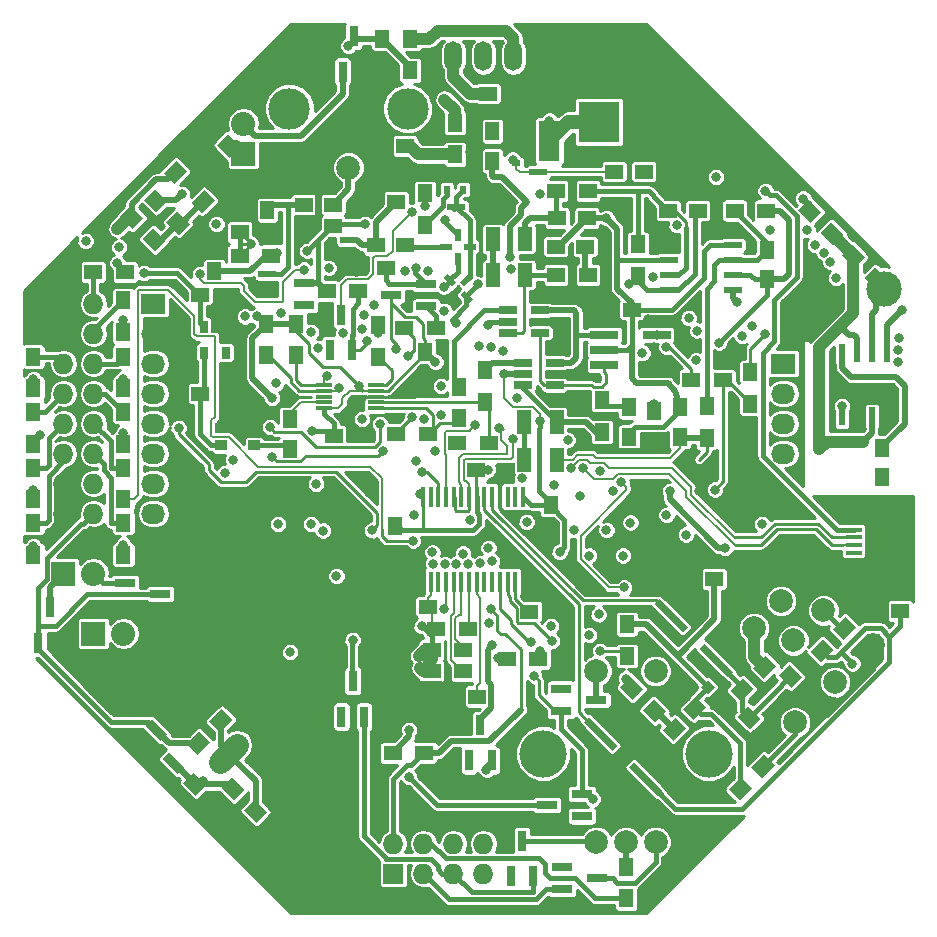
<source format=gbl>
G04 #@! TF.FileFunction,Copper,L4,Bot,Signal*
%FSLAX46Y46*%
G04 Gerber Fmt 4.6, Leading zero omitted, Abs format (unit mm)*
G04 Created by KiCad (PCBNEW 4.0.5-e0-6337~49~ubuntu14.04.1) date Fri Jan 20 00:49:03 2017*
%MOMM*%
%LPD*%
G01*
G04 APERTURE LIST*
%ADD10C,0.200000*%
%ADD11R,0.800100X1.800860*%
%ADD12R,0.650000X1.060000*%
%ADD13R,1.500000X1.250000*%
%ADD14R,1.250000X1.500000*%
%ADD15R,3.500120X3.500120*%
%ADD16R,0.600000X0.700000*%
%ADD17R,0.700000X0.600000*%
%ADD18R,1.800860X3.500120*%
%ADD19R,1.800860X0.800100*%
%ADD20C,2.000000*%
%ADD21R,1.500000X0.600000*%
%ADD22R,1.200000X2.000000*%
%ADD23R,1.000000X0.825000*%
%ADD24C,2.024000*%
%ADD25C,3.500000*%
%ADD26C,1.981200*%
%ADD27R,1.350000X0.400000*%
%ADD28O,0.950000X1.250000*%
%ADD29O,1.550000X1.000000*%
%ADD30R,2.032000X2.032000*%
%ADD31O,2.032000X2.032000*%
%ADD32R,1.727200X1.727200*%
%ADD33O,1.727200X1.727200*%
%ADD34R,2.032000X1.727200*%
%ADD35O,2.032000X1.727200*%
%ADD36O,1.501140X2.499360*%
%ADD37R,1.300000X1.500000*%
%ADD38R,1.500000X1.300000*%
%ADD39C,4.000000*%
%ADD40R,2.400000X0.760000*%
%ADD41R,1.400000X0.300000*%
%ADD42R,0.600000X1.550000*%
%ADD43R,1.560000X0.650000*%
%ADD44R,1.550000X0.600000*%
%ADD45R,0.450000X1.750000*%
%ADD46C,3.000000*%
%ADD47R,1.000000X0.500000*%
%ADD48R,0.500000X1.000000*%
%ADD49C,0.800000*%
%ADD50C,0.500000*%
%ADD51C,1.000000*%
%ADD52C,0.250000*%
%ADD53C,0.400000*%
%ADD54C,1.200000*%
%ADD55C,0.254000*%
G04 APERTURE END LIST*
D10*
D11*
X133690400Y-75059540D03*
X131790400Y-75059540D03*
X132740400Y-72057260D03*
D12*
X121097000Y-73068000D03*
X122047000Y-73068000D03*
X122997000Y-73068000D03*
X122997000Y-75268000D03*
X121097000Y-75268000D03*
D13*
X120797000Y-70358000D03*
X123297000Y-70358000D03*
X120797000Y-78740000D03*
X123297000Y-78740000D03*
D14*
X128397000Y-80919000D03*
X128397000Y-83419000D03*
D13*
X132100000Y-82296000D03*
X134600000Y-82296000D03*
D14*
X139827000Y-75204000D03*
X139827000Y-77704000D03*
D13*
X129560000Y-62738000D03*
X132060000Y-62738000D03*
D14*
X126492000Y-63226000D03*
X126492000Y-60726000D03*
D13*
X137394000Y-62484000D03*
X134894000Y-62484000D03*
X135656000Y-66167000D03*
X138156000Y-66167000D03*
D14*
X121983500Y-68369500D03*
X121983500Y-65869500D03*
D13*
X132060000Y-64579500D03*
X129560000Y-64579500D03*
X155849000Y-59944000D03*
X158349000Y-59944000D03*
D14*
X178562000Y-83332000D03*
X178562000Y-85832000D03*
X145542000Y-59035000D03*
X145542000Y-56535000D03*
D13*
X138156000Y-57785000D03*
X135656000Y-57785000D03*
D10*
G36*
X120947729Y-63451155D02*
X120063845Y-62567271D01*
X121124505Y-61506611D01*
X122008389Y-62390495D01*
X120947729Y-63451155D01*
X120947729Y-63451155D01*
G37*
G36*
X122715495Y-61683389D02*
X121831611Y-60799505D01*
X122892271Y-59738845D01*
X123776155Y-60622729D01*
X122715495Y-61683389D01*
X122715495Y-61683389D01*
G37*
D14*
X136207500Y-48724500D03*
X136207500Y-51224500D03*
D13*
X145181000Y-53340000D03*
X147681000Y-53340000D03*
X157333000Y-71628000D03*
X154833000Y-71628000D03*
X153396000Y-66294000D03*
X150896000Y-66294000D03*
D14*
X157099000Y-79903000D03*
X157099000Y-82403000D03*
D13*
X151023000Y-63881000D03*
X153523000Y-63881000D03*
D14*
X161417000Y-79903000D03*
X161417000Y-82403000D03*
D13*
X160421000Y-63246000D03*
X162921000Y-63246000D03*
D14*
X168783000Y-69068000D03*
X168783000Y-66568000D03*
D13*
X136505000Y-68135500D03*
X134005000Y-68135500D03*
D10*
G36*
X119365345Y-111740229D02*
X120249229Y-110856345D01*
X121309889Y-111917005D01*
X120426005Y-112800889D01*
X119365345Y-111740229D01*
X119365345Y-111740229D01*
G37*
G36*
X121133111Y-113507995D02*
X122016995Y-112624111D01*
X123077655Y-113684771D01*
X122193771Y-114568655D01*
X121133111Y-113507995D01*
X121133111Y-113507995D01*
G37*
G36*
X160825729Y-108129755D02*
X159941845Y-107245871D01*
X161002505Y-106185211D01*
X161886389Y-107069095D01*
X160825729Y-108129755D01*
X160825729Y-108129755D01*
G37*
G36*
X162593495Y-106361989D02*
X161709611Y-105478105D01*
X162770271Y-104417445D01*
X163654155Y-105301329D01*
X162593495Y-106361989D01*
X162593495Y-106361989D01*
G37*
D14*
X137287000Y-89936000D03*
X137287000Y-92436000D03*
D13*
X137561000Y-96774000D03*
X140061000Y-96774000D03*
D14*
X150495000Y-88158000D03*
X150495000Y-90658000D03*
D13*
X144165000Y-85217000D03*
X146665000Y-85217000D03*
D10*
G36*
X159660863Y-96117598D02*
X162065026Y-98521761D01*
X161640761Y-98946026D01*
X159236598Y-96541863D01*
X159660863Y-96117598D01*
X159660863Y-96117598D01*
G37*
G36*
X163479239Y-99935974D02*
X165883402Y-102340137D01*
X165459137Y-102764402D01*
X163054974Y-100360239D01*
X163479239Y-99935974D01*
X163479239Y-99935974D01*
G37*
G36*
X166291845Y-106088729D02*
X167175729Y-105204845D01*
X168236389Y-106265505D01*
X167352505Y-107149389D01*
X166291845Y-106088729D01*
X166291845Y-106088729D01*
G37*
G36*
X168059611Y-107856495D02*
X168943495Y-106972611D01*
X170004155Y-108033271D01*
X169120271Y-108917155D01*
X168059611Y-107856495D01*
X168059611Y-107856495D01*
G37*
D13*
X148673500Y-97218500D03*
X151173500Y-97218500D03*
D10*
G36*
X153691863Y-106150598D02*
X156096026Y-108554761D01*
X155671761Y-108979026D01*
X153267598Y-106574863D01*
X153691863Y-106150598D01*
X153691863Y-106150598D01*
G37*
G36*
X157510239Y-109968974D02*
X159914402Y-112373137D01*
X159490137Y-112797402D01*
X157085974Y-110393239D01*
X157510239Y-109968974D01*
X157510239Y-109968974D01*
G37*
D15*
X154581860Y-55753000D03*
X160581340Y-55753000D03*
X157581600Y-51054000D03*
D16*
X141667000Y-61468000D03*
X143067000Y-61468000D03*
D17*
X147574000Y-57847000D03*
X147574000Y-59247000D03*
D18*
X150368000Y-57363360D03*
X150368000Y-52364640D03*
D11*
X134744500Y-51475640D03*
X132844500Y-51475640D03*
X133794500Y-48473360D03*
D10*
G36*
X163221702Y-103589387D02*
X163787387Y-103023702D01*
X164353072Y-103589387D01*
X163787387Y-104155072D01*
X163221702Y-103589387D01*
X163221702Y-103589387D01*
G37*
G36*
X164038410Y-104618228D02*
X164816228Y-103840410D01*
X166230442Y-105254624D01*
X165452624Y-106032442D01*
X164038410Y-104618228D01*
X164038410Y-104618228D01*
G37*
G36*
X116095604Y-109495863D02*
X114822204Y-108222463D01*
X115387960Y-107656707D01*
X116661360Y-108930107D01*
X116095604Y-109495863D01*
X116095604Y-109495863D01*
G37*
G36*
X117439107Y-108152360D02*
X116165707Y-106878960D01*
X116731463Y-106313204D01*
X118004863Y-107586604D01*
X117439107Y-108152360D01*
X117439107Y-108152360D01*
G37*
G36*
X118890288Y-110947044D02*
X117616888Y-109673644D01*
X118182644Y-109107888D01*
X119456044Y-110381288D01*
X118890288Y-110947044D01*
X118890288Y-110947044D01*
G37*
D19*
X117426740Y-93842800D03*
X117426740Y-95742800D03*
X114424460Y-94792800D03*
D11*
X109001600Y-99849940D03*
X107101600Y-99849940D03*
X108051600Y-96847660D03*
D10*
G36*
X171410457Y-63236695D02*
X172329695Y-62317457D01*
X173390355Y-63378117D01*
X172471117Y-64297355D01*
X171410457Y-63236695D01*
X171410457Y-63236695D01*
G37*
G36*
X173319645Y-65145883D02*
X174238883Y-64226645D01*
X175299543Y-65287305D01*
X174380305Y-66206543D01*
X173319645Y-65145883D01*
X173319645Y-65145883D01*
G37*
G36*
X175396305Y-97623457D02*
X176315543Y-98542695D01*
X175254883Y-99603355D01*
X174335645Y-98684117D01*
X175396305Y-97623457D01*
X175396305Y-97623457D01*
G37*
G36*
X173487117Y-99532645D02*
X174406355Y-100451883D01*
X173345695Y-101512543D01*
X172426457Y-100593305D01*
X173487117Y-99532645D01*
X173487117Y-99532645D01*
G37*
G36*
X166462295Y-113196543D02*
X165543057Y-112277305D01*
X166603717Y-111216645D01*
X167522955Y-112135883D01*
X166462295Y-113196543D01*
X166462295Y-113196543D01*
G37*
G36*
X168371483Y-111287355D02*
X167452245Y-110368117D01*
X168512905Y-109307457D01*
X169432143Y-110226695D01*
X168371483Y-111287355D01*
X168371483Y-111287355D01*
G37*
G36*
X168665305Y-100925457D02*
X169584543Y-101844695D01*
X168523883Y-102905355D01*
X167604645Y-101986117D01*
X168665305Y-100925457D01*
X168665305Y-100925457D01*
G37*
G36*
X166756117Y-102834645D02*
X167675355Y-103753883D01*
X166614695Y-104814543D01*
X165695457Y-103895305D01*
X166756117Y-102834645D01*
X166756117Y-102834645D01*
G37*
D20*
X171164365Y-106578590D03*
X173568528Y-97103359D03*
X167699542Y-98588284D03*
X169962284Y-96325542D03*
X177740458Y-100002497D03*
X174558478Y-103184478D03*
X171022944Y-99648944D03*
D21*
X126471000Y-68633000D03*
X133371000Y-65733000D03*
X149373000Y-60018000D03*
X142473000Y-62918000D03*
D22*
X145567400Y-68707000D03*
X148310600Y-68707000D03*
X148234400Y-81153000D03*
X150977600Y-81153000D03*
X148310600Y-65659000D03*
X145567400Y-65659000D03*
X150977600Y-84328000D03*
X148234400Y-84328000D03*
D23*
X122533600Y-81661000D03*
X125370400Y-81661000D03*
X125370400Y-83134200D03*
X122533600Y-83134200D03*
D24*
X133350000Y-59610000D03*
X130810000Y-59610000D03*
D25*
X128350000Y-54610000D03*
X138350000Y-54610000D03*
D26*
X122489540Y-109920460D02*
X123890460Y-108519540D01*
X118954006Y-106384926D02*
X120354926Y-104984006D01*
D27*
X176110460Y-90266100D03*
X176110460Y-90916100D03*
X176110460Y-91566100D03*
X176110460Y-92216100D03*
X176110460Y-92866100D03*
D28*
X176110460Y-89066100D03*
X176110460Y-94066100D03*
D29*
X178810460Y-88066100D03*
X178810460Y-95066100D03*
D30*
X111760000Y-99060000D03*
D31*
X114300000Y-99060000D03*
D30*
X109220000Y-93980000D03*
D31*
X111760000Y-93980000D03*
D32*
X109220000Y-71120000D03*
D33*
X111760000Y-71120000D03*
X109220000Y-73660000D03*
X111760000Y-73660000D03*
X109220000Y-76200000D03*
X111760000Y-76200000D03*
X109220000Y-78740000D03*
X111760000Y-78740000D03*
X109220000Y-81280000D03*
X111760000Y-81280000D03*
X109220000Y-83820000D03*
X111760000Y-83820000D03*
X109220000Y-86360000D03*
X111760000Y-86360000D03*
X109220000Y-88900000D03*
X111760000Y-88900000D03*
D34*
X116840000Y-71120000D03*
D35*
X116840000Y-73660000D03*
X116840000Y-76200000D03*
X116840000Y-78740000D03*
X116840000Y-81280000D03*
X116840000Y-83820000D03*
X116840000Y-86360000D03*
X116840000Y-88900000D03*
D34*
X170180000Y-76200000D03*
D35*
X170180000Y-78740000D03*
X170180000Y-81280000D03*
X170180000Y-83820000D03*
D32*
X137160000Y-119380000D03*
D33*
X137160000Y-116840000D03*
X139700000Y-119380000D03*
X139700000Y-116840000D03*
X142240000Y-119380000D03*
X142240000Y-116840000D03*
X144780000Y-119380000D03*
X144780000Y-116840000D03*
D30*
X124460000Y-58420000D03*
D31*
X124460000Y-55880000D03*
D36*
X144780000Y-50165000D03*
X142240000Y-50165000D03*
X147320000Y-50165000D03*
D19*
X139931140Y-69471500D03*
X139931140Y-71371500D03*
X136928860Y-70421500D03*
D37*
X128905000Y-72818000D03*
X128905000Y-75518000D03*
X126365000Y-72818000D03*
X126365000Y-75518000D03*
X142748000Y-78152000D03*
X142748000Y-80852000D03*
X144907000Y-76755000D03*
X144907000Y-79455000D03*
D38*
X137381000Y-82169000D03*
X140081000Y-82169000D03*
X142541000Y-82931000D03*
X145241000Y-82931000D03*
D37*
X135890000Y-72945000D03*
X135890000Y-75645000D03*
D38*
X134192000Y-70040500D03*
X131492000Y-70040500D03*
D37*
X139827000Y-61769000D03*
X139827000Y-64469000D03*
D38*
X124126000Y-67056000D03*
X126826000Y-67056000D03*
X124126000Y-65087500D03*
X126826000Y-65087500D03*
D10*
G36*
X175093457Y-67046695D02*
X176012695Y-66127457D01*
X177073355Y-67188117D01*
X176154117Y-68107355D01*
X175093457Y-67046695D01*
X175093457Y-67046695D01*
G37*
G36*
X177002645Y-68955883D02*
X177921883Y-68036645D01*
X178982543Y-69097305D01*
X178063305Y-70016543D01*
X177002645Y-68955883D01*
X177002645Y-68955883D01*
G37*
D37*
X142367000Y-55800000D03*
X142367000Y-58500000D03*
D10*
G36*
X119902143Y-64372905D02*
X118982905Y-65292143D01*
X117922245Y-64231483D01*
X118841483Y-63312245D01*
X119902143Y-64372905D01*
X119902143Y-64372905D01*
G37*
G36*
X117992955Y-62463717D02*
X117073717Y-63382955D01*
X116013057Y-62322295D01*
X116932295Y-61403057D01*
X117992955Y-62463717D01*
X117992955Y-62463717D01*
G37*
D37*
X138557000Y-48688000D03*
X138557000Y-51388000D03*
D10*
G36*
X114006457Y-63744695D02*
X114925695Y-62825457D01*
X115986355Y-63886117D01*
X115067117Y-64805355D01*
X114006457Y-63744695D01*
X114006457Y-63744695D01*
G37*
G36*
X115915645Y-65653883D02*
X116834883Y-64734645D01*
X117895543Y-65795305D01*
X116976305Y-66714543D01*
X115915645Y-65653883D01*
X115915645Y-65653883D01*
G37*
G36*
X118608695Y-60999543D02*
X117689457Y-60080305D01*
X118750117Y-59019645D01*
X119669355Y-59938883D01*
X118608695Y-60999543D01*
X118608695Y-60999543D01*
G37*
G36*
X120517883Y-59090355D02*
X119598645Y-58171117D01*
X120659305Y-57110457D01*
X121578543Y-58029695D01*
X120517883Y-59090355D01*
X120517883Y-59090355D01*
G37*
D38*
X150923000Y-68707000D03*
X153623000Y-68707000D03*
D37*
X154813000Y-81995000D03*
X154813000Y-79295000D03*
D38*
X150923000Y-61595000D03*
X153623000Y-61595000D03*
D37*
X163703000Y-79803000D03*
X163703000Y-82503000D03*
X157861000Y-68787000D03*
X157861000Y-66087000D03*
D38*
X168736000Y-63246000D03*
X166036000Y-63246000D03*
D37*
X167386000Y-79632800D03*
X167386000Y-76932800D03*
D38*
X165078400Y-77571600D03*
X162378400Y-77571600D03*
D37*
X159258000Y-80184000D03*
X159258000Y-82884000D03*
D10*
G36*
X120577195Y-109323043D02*
X119657957Y-108403805D01*
X120718617Y-107343145D01*
X121637855Y-108262383D01*
X120577195Y-109323043D01*
X120577195Y-109323043D01*
G37*
G36*
X122486383Y-107413855D02*
X121567145Y-106494617D01*
X122627805Y-105433957D01*
X123547043Y-106353195D01*
X122486383Y-107413855D01*
X122486383Y-107413855D01*
G37*
G36*
X122578957Y-112131695D02*
X123498195Y-111212457D01*
X124558855Y-112273117D01*
X123639617Y-113192355D01*
X122578957Y-112131695D01*
X122578957Y-112131695D01*
G37*
G36*
X124488145Y-114040883D02*
X125407383Y-113121645D01*
X126468043Y-114182305D01*
X125548805Y-115101543D01*
X124488145Y-114040883D01*
X124488145Y-114040883D01*
G37*
D38*
X138032500Y-73215500D03*
X140732500Y-73215500D03*
D10*
G36*
X120292957Y-55807195D02*
X121212195Y-54887957D01*
X122272855Y-55948617D01*
X121353617Y-56867855D01*
X120292957Y-55807195D01*
X120292957Y-55807195D01*
G37*
G36*
X122202145Y-57716383D02*
X123121383Y-56797145D01*
X124182043Y-57857805D01*
X123262805Y-58777043D01*
X122202145Y-57716383D01*
X122202145Y-57716383D01*
G37*
D38*
X139780000Y-109169200D03*
X137080000Y-109169200D03*
X164316400Y-94437200D03*
X161616400Y-94437200D03*
D37*
X156870400Y-121492000D03*
X156870400Y-118792000D03*
D38*
X140382000Y-102235000D03*
X143082000Y-102235000D03*
X140382000Y-100457000D03*
X143082000Y-100457000D03*
X140759200Y-98653600D03*
X143459200Y-98653600D03*
D10*
G36*
X156348257Y-103622695D02*
X157267495Y-102703457D01*
X158328155Y-103764117D01*
X157408917Y-104683355D01*
X156348257Y-103622695D01*
X156348257Y-103622695D01*
G37*
G36*
X158257445Y-105531883D02*
X159176683Y-104612645D01*
X160237343Y-105673305D01*
X159318105Y-106592543D01*
X158257445Y-105531883D01*
X158257445Y-105531883D01*
G37*
D37*
X156921200Y-100968800D03*
X156921200Y-98268800D03*
D38*
X144225000Y-104394000D03*
X141525000Y-104394000D03*
X149432000Y-101193600D03*
X146732000Y-101193600D03*
D10*
G36*
X169759457Y-102606695D02*
X170678695Y-101687457D01*
X171739355Y-102748117D01*
X170820117Y-103667355D01*
X169759457Y-102606695D01*
X169759457Y-102606695D01*
G37*
G36*
X171668645Y-104515883D02*
X172587883Y-103596645D01*
X173648543Y-104657305D01*
X172729305Y-105576543D01*
X171668645Y-104515883D01*
X171668645Y-104515883D01*
G37*
D38*
X180039000Y-97155000D03*
X177339000Y-97155000D03*
D37*
X106680000Y-75612000D03*
X106680000Y-78312000D03*
X106680000Y-80311000D03*
X106680000Y-83011000D03*
X106680000Y-85010000D03*
X106680000Y-87710000D03*
X106680000Y-89709000D03*
X106680000Y-92409000D03*
D38*
X111743500Y-68453000D03*
X114443500Y-68453000D03*
D37*
X114300000Y-70849500D03*
X114300000Y-73549500D03*
X114300000Y-75612000D03*
X114300000Y-78312000D03*
X114300000Y-80311000D03*
X114300000Y-83011000D03*
X114300000Y-85010000D03*
X114300000Y-87710000D03*
X114300000Y-89709000D03*
X114300000Y-92409000D03*
D20*
X154345000Y-116720000D03*
X159345000Y-116720000D03*
X156845000Y-116720000D03*
X154345000Y-102220000D03*
X159345000Y-102220000D03*
D39*
X149845000Y-109220000D03*
X163845000Y-109220000D03*
D40*
X159441000Y-73787000D03*
X159441000Y-76327000D03*
X155011000Y-73787000D03*
X155011000Y-75057000D03*
X155011000Y-76327000D03*
D41*
X131277000Y-79994000D03*
X131277000Y-79494000D03*
X131277000Y-78994000D03*
X131277000Y-78494000D03*
X131277000Y-77994000D03*
X135677000Y-77994000D03*
X135677000Y-78494000D03*
X135677000Y-78994000D03*
X135677000Y-79494000D03*
X135677000Y-79994000D03*
D42*
X178943000Y-80678000D03*
X177673000Y-80678000D03*
X176403000Y-80678000D03*
X175133000Y-80678000D03*
X175133000Y-75278000D03*
X176403000Y-75278000D03*
X177673000Y-75278000D03*
X178943000Y-75278000D03*
D43*
X149559000Y-71694000D03*
X149559000Y-72644000D03*
X149559000Y-73594000D03*
X146859000Y-73594000D03*
X146859000Y-71694000D03*
X146859000Y-72644000D03*
X150829000Y-76139000D03*
X150829000Y-77089000D03*
X150829000Y-78039000D03*
X148129000Y-78039000D03*
X148129000Y-76139000D03*
X148129000Y-77089000D03*
D44*
X160495000Y-69977000D03*
X160495000Y-68707000D03*
X160495000Y-67437000D03*
X160495000Y-66167000D03*
X165895000Y-66167000D03*
X165895000Y-67437000D03*
X165895000Y-68707000D03*
X165895000Y-69977000D03*
D45*
X139666000Y-87459000D03*
X140316000Y-87459000D03*
X140966000Y-87459000D03*
X141616000Y-87459000D03*
X142266000Y-87459000D03*
X142916000Y-87459000D03*
X143566000Y-87459000D03*
X144216000Y-87459000D03*
X144866000Y-87459000D03*
X145516000Y-87459000D03*
X146166000Y-87459000D03*
X146816000Y-87459000D03*
X147466000Y-87459000D03*
X148116000Y-87459000D03*
X148116000Y-94659000D03*
X147466000Y-94659000D03*
X146816000Y-94659000D03*
X146166000Y-94659000D03*
X145516000Y-94659000D03*
X144866000Y-94659000D03*
X144216000Y-94659000D03*
X143566000Y-94659000D03*
X142916000Y-94659000D03*
X142266000Y-94659000D03*
X141616000Y-94659000D03*
X140966000Y-94659000D03*
X140316000Y-94659000D03*
X139666000Y-94659000D03*
D46*
X178689000Y-69850000D03*
D10*
G36*
X141725803Y-68601250D02*
X142432910Y-69308357D01*
X142079357Y-69661910D01*
X141372250Y-68954803D01*
X141725803Y-68601250D01*
X141725803Y-68601250D01*
G37*
G36*
X143162643Y-70038090D02*
X143869750Y-70745197D01*
X143516197Y-71098750D01*
X142809090Y-70391643D01*
X143162643Y-70038090D01*
X143162643Y-70038090D01*
G37*
G36*
X143516197Y-68601250D02*
X143869750Y-68954803D01*
X143162643Y-69661910D01*
X142809090Y-69308357D01*
X143516197Y-68601250D01*
X143516197Y-68601250D01*
G37*
G36*
X142079357Y-70038090D02*
X142432910Y-70391643D01*
X141725803Y-71098750D01*
X141372250Y-70745197D01*
X142079357Y-70038090D01*
X142079357Y-70038090D01*
G37*
D47*
X141605000Y-66294000D03*
X143637000Y-66294000D03*
D48*
X142621000Y-65278000D03*
X142621000Y-67310000D03*
D19*
X129580640Y-69344500D03*
X129580640Y-71244500D03*
X126578360Y-70294500D03*
D11*
X134655600Y-106098340D03*
X132755600Y-106098340D03*
X133705600Y-103096060D03*
X145476000Y-109806740D03*
X143576000Y-109806740D03*
X144526000Y-106804460D03*
D19*
X151343360Y-105623400D03*
X151343360Y-103723400D03*
X154345640Y-104673400D03*
D11*
X148981200Y-119611140D03*
X147081200Y-119611140D03*
X148031200Y-116608860D03*
D19*
X151406860Y-120685600D03*
X151406860Y-118785600D03*
X154409140Y-119735600D03*
X153139140Y-112638800D03*
X153139140Y-114538800D03*
X150136860Y-113588800D03*
D49*
X149572998Y-61849000D03*
X145135600Y-85191600D03*
X139446000Y-87223600D03*
X139319000Y-100965000D03*
X140174846Y-101426154D03*
X139446000Y-101981000D03*
X127381000Y-89789000D03*
X131191000Y-90337640D03*
X130175000Y-89789000D03*
X167386000Y-79943002D03*
X126873000Y-79121000D03*
X140716000Y-76073000D03*
X134239000Y-78105000D03*
X165227000Y-91821000D03*
X168364000Y-89789000D03*
X169037000Y-64897000D03*
X172212000Y-64897000D03*
X172847000Y-66167000D03*
X173609000Y-66802000D03*
X174117000Y-67564000D03*
X174625000Y-68961000D03*
X179959000Y-74041000D03*
X179843002Y-75057000D03*
X179840247Y-76110427D03*
X139547600Y-98450400D03*
X132334000Y-94183200D03*
X151231600Y-92151200D03*
X161137600Y-64471002D03*
X149606000Y-81026000D03*
X116027200Y-68553010D03*
X137363200Y-74980800D03*
X137667999Y-90306975D03*
X125603000Y-72216000D03*
X160548000Y-87015000D03*
X164372000Y-86868000D03*
X154622500Y-85280500D03*
X166243000Y-70993000D03*
X146558000Y-77089000D03*
X145161000Y-72948800D03*
X130302000Y-81915000D03*
X154432000Y-77426000D03*
X171577000Y-73152000D03*
X171831000Y-72263000D03*
X171831000Y-71247000D03*
X171958000Y-70358000D03*
X172466000Y-73660000D03*
X172720000Y-72644000D03*
X172720000Y-71755000D03*
X172720000Y-70866000D03*
X158706829Y-72448404D03*
X161036000Y-72390000D03*
X161671000Y-73279000D03*
X162052000Y-74168000D03*
X121310400Y-66243200D03*
X155154000Y-66040000D03*
X146961653Y-89004347D03*
X135128000Y-87122000D03*
X141732000Y-70764400D03*
X138747500Y-78168500D03*
X122745500Y-114236500D03*
X114935000Y-107759500D03*
X121983500Y-59055000D03*
X143617002Y-58293000D03*
X139490998Y-94659000D03*
X176530000Y-96520000D03*
X150812500Y-97155000D03*
X154635200Y-83464400D03*
X179578000Y-80899000D03*
X131699000Y-72183000D03*
X125601973Y-69521078D03*
X131826000Y-66294000D03*
X134894000Y-62484000D03*
X148463000Y-54122000D03*
X150368000Y-51308000D03*
X163048000Y-86975000D03*
X159258000Y-74803000D03*
X164973000Y-75946000D03*
X135890000Y-59817000D03*
X159385000Y-64516000D03*
X151257000Y-72644000D03*
X123952000Y-80518000D03*
X122809000Y-71882000D03*
X133731000Y-79502000D03*
X127254000Y-77825600D03*
X129844800Y-66649600D03*
X147110598Y-68199000D03*
X134747000Y-64389000D03*
X141528800Y-64008000D03*
X127320045Y-66800327D03*
X130175000Y-73533000D03*
X139827000Y-64469000D03*
X147237998Y-58928000D03*
X159441000Y-73787000D03*
X158349000Y-59944000D03*
X173228000Y-83459000D03*
X178388000Y-85979000D03*
X131662435Y-68091290D03*
X141448001Y-71726599D03*
X159111002Y-68884800D03*
X147066000Y-67183000D03*
X145542000Y-56535000D03*
X141478000Y-53848000D03*
X119253000Y-61849000D03*
X138430000Y-57785000D03*
X133350000Y-49339500D03*
X145161000Y-53514000D03*
X157099000Y-82403000D03*
X155194000Y-63881000D03*
X157099000Y-69469000D03*
X164719000Y-74422000D03*
X139100418Y-68129884D03*
X121031000Y-111506000D03*
X176022000Y-101600000D03*
X125069600Y-66040000D03*
X138691235Y-63366815D03*
X134905186Y-74263814D03*
X141478000Y-69748400D03*
X142443200Y-72796400D03*
X120758498Y-68643500D03*
X129603500Y-68246598D03*
X144322800Y-69494400D03*
X168656000Y-61569600D03*
X138480800Y-111220000D03*
X154025600Y-113080800D03*
X149047200Y-102616000D03*
X162153600Y-72339200D03*
X140081000Y-68326000D03*
X133705600Y-99600000D03*
X154533600Y-97434400D03*
X162864800Y-73406000D03*
X138112500Y-68361998D03*
X145502128Y-100062178D03*
X153720800Y-99161600D03*
X145034000Y-110591600D03*
X166674800Y-73863200D03*
X135509000Y-71247000D03*
X134644249Y-72123704D03*
X128422400Y-100634800D03*
X167487600Y-73050400D03*
X123571000Y-84391500D03*
X139065000Y-84455000D03*
X122872500Y-85471000D03*
X138938000Y-89027000D03*
X151896653Y-82681653D03*
X146431000Y-75133200D03*
X147624800Y-79146400D03*
X139827000Y-62865000D03*
X180213000Y-71628000D03*
X152196800Y-85053000D03*
X153220847Y-85053000D03*
X140456611Y-92184693D03*
X143046053Y-92294743D03*
X142493934Y-93184005D03*
X140493930Y-93183998D03*
X144501841Y-93126915D03*
X143503470Y-93183998D03*
X141493933Y-93183998D03*
X145389600Y-96977200D03*
X148031200Y-85928002D03*
X145237200Y-98196400D03*
X148437600Y-89611200D03*
X134493000Y-73279000D03*
X143082000Y-100457000D03*
X160274000Y-74803000D03*
X141224000Y-80518000D03*
X131572000Y-77216000D03*
X168605200Y-73710800D03*
X158242000Y-75311000D03*
X141160500Y-78105000D03*
X132588000Y-78232000D03*
X143082000Y-102235000D03*
X138761189Y-80731494D03*
X127635000Y-71882000D03*
X132892800Y-73609200D03*
X142541000Y-82931000D03*
X135890000Y-73600835D03*
X175133000Y-79819500D03*
X143637000Y-89408000D03*
X113792000Y-64770000D03*
X159258000Y-79629000D03*
X150495000Y-98443502D03*
X162814000Y-75895200D03*
X138430000Y-75539600D03*
X138480800Y-107220000D03*
X134493000Y-80899000D03*
X122174000Y-64389000D03*
X156845000Y-102870000D03*
X148780500Y-99758500D03*
X154622500Y-100520500D03*
X150558500Y-99695000D03*
X149542500Y-100520500D03*
X156667200Y-95148400D03*
X156464000Y-86258400D03*
X107210077Y-82255497D03*
X139743454Y-80918998D03*
X126682500Y-81597500D03*
X106680000Y-86931500D03*
X135998247Y-81334330D03*
X106680000Y-91630500D03*
X126873000Y-84074000D03*
X136240500Y-83640808D03*
X145191599Y-91805751D03*
X113792000Y-67691000D03*
X114300000Y-72517000D03*
X144399000Y-74740002D03*
X114300000Y-77470000D03*
X145516600Y-92938600D03*
X135331200Y-90322400D03*
X118973600Y-81635600D03*
X114300000Y-82105500D03*
X138811000Y-91186000D03*
X114300000Y-91567000D03*
X145415000Y-74803000D03*
X160268883Y-89032117D03*
X155194000Y-90297000D03*
X161919883Y-90683117D03*
X156591000Y-92456000D03*
X155765500Y-86995000D03*
X152971500Y-87439500D03*
X147254307Y-82620250D03*
X139573000Y-85344000D03*
X146091000Y-81685249D03*
X144074847Y-81444849D03*
X124602997Y-72216000D03*
X152447000Y-90297000D03*
X130749000Y-74883000D03*
X153717000Y-92456000D03*
X140716000Y-83629500D03*
X106680000Y-77533500D03*
X164465000Y-60388500D03*
X111099600Y-65836800D03*
X113944400Y-66344800D03*
X130606800Y-86395560D03*
X150749000Y-86487000D03*
X157226000Y-89662000D03*
X145999200Y-101142800D03*
X141427200Y-96977200D03*
X171831000Y-62230000D03*
X150368000Y-55626000D03*
D50*
X144165000Y-85217000D02*
X145110200Y-85217000D01*
X145110200Y-85217000D02*
X145135600Y-85191600D01*
X148153998Y-77113998D02*
X148129000Y-77089000D01*
D10*
X139446000Y-87144011D02*
X139446000Y-87239000D01*
X139446000Y-87239000D02*
X139666000Y-87459000D01*
D51*
X140382000Y-100457000D02*
X139827000Y-100457000D01*
X139827000Y-100457000D02*
X139319000Y-100965000D01*
X140382000Y-100457000D02*
X140382000Y-101219000D01*
X140382000Y-101219000D02*
X140174846Y-101426154D01*
X140382000Y-102235000D02*
X139700000Y-102235000D01*
X139700000Y-102235000D02*
X139446000Y-101981000D01*
D50*
X165227000Y-91821000D02*
X164661315Y-91821000D01*
X164661315Y-91821000D02*
X160548000Y-87707685D01*
X160548000Y-87707685D02*
X160548000Y-87580685D01*
X160548000Y-87580685D02*
X160548000Y-87015000D01*
X167386000Y-79632800D02*
X167386000Y-79943002D01*
X126365000Y-72818000D02*
X126365000Y-72918000D01*
X126365000Y-72918000D02*
X125215000Y-74068000D01*
X125215000Y-74068000D02*
X125215000Y-77463000D01*
X125215000Y-77463000D02*
X126873000Y-79121000D01*
D52*
X139827000Y-75204000D02*
X139827000Y-75329000D01*
X139827000Y-75329000D02*
X136662000Y-78494000D01*
X136662000Y-78494000D02*
X136627000Y-78494000D01*
X136627000Y-78494000D02*
X135677000Y-78494000D01*
D50*
X140716000Y-76073000D02*
X140696000Y-76073000D01*
X140696000Y-76073000D02*
X139827000Y-75204000D01*
D52*
X128905000Y-72818000D02*
X128905000Y-73416000D01*
X128905000Y-73416000D02*
X130023999Y-74534999D01*
X132624999Y-76490999D02*
X133839001Y-77705001D01*
X130023999Y-74534999D02*
X130023999Y-75290999D01*
X130023999Y-75290999D02*
X131223999Y-76490999D01*
X131223999Y-76490999D02*
X132624999Y-76490999D01*
X133839001Y-77705001D02*
X134239000Y-78105000D01*
D10*
X133469000Y-78494000D02*
X134493000Y-78494000D01*
X134493000Y-78494000D02*
X135677000Y-78494000D01*
D52*
X134239000Y-78105000D02*
X134493000Y-78359000D01*
X134493000Y-78359000D02*
X134493000Y-78494000D01*
D50*
X126365000Y-72818000D02*
X128905000Y-72818000D01*
D53*
X149606000Y-81026000D02*
X149606000Y-81591685D01*
X149606000Y-81591685D02*
X149470000Y-81727685D01*
X149470000Y-81727685D02*
X149470000Y-87008000D01*
X149470000Y-87008000D02*
X150495000Y-88033000D01*
X150495000Y-88033000D02*
X150495000Y-88158000D01*
D52*
X167386000Y-79632800D02*
X167386000Y-79532800D01*
X167386000Y-79532800D02*
X165424800Y-77571600D01*
X165424800Y-77571600D02*
X165078400Y-77571600D01*
X165078400Y-77571600D02*
X165078400Y-86161600D01*
X165078400Y-86161600D02*
X164372000Y-86868000D01*
D53*
X107101600Y-99849940D02*
X107101600Y-95179148D01*
X107101600Y-95179148D02*
X107803999Y-94476749D01*
X110684399Y-89763599D02*
X110896401Y-89763599D01*
X110896401Y-89763599D02*
X111760000Y-88900000D01*
X107803999Y-94476749D02*
X107803999Y-92643999D01*
X107803999Y-92643999D02*
X110684399Y-89763599D01*
X140382000Y-102235000D02*
X140382000Y-99284800D01*
X140382000Y-99284800D02*
X139547600Y-98450400D01*
X143922027Y-90306975D02*
X139649200Y-90306975D01*
X139649200Y-90306975D02*
X138233684Y-90306975D01*
D52*
X139666000Y-87459000D02*
X139666000Y-90290175D01*
X139666000Y-90290175D02*
X139649200Y-90306975D01*
D53*
X137667999Y-90306975D02*
X138842027Y-90306975D01*
X144216000Y-87459000D02*
X144216000Y-88802998D01*
X144216000Y-88802998D02*
X144437001Y-89023999D01*
X144437001Y-89023999D02*
X144437001Y-89792001D01*
X144437001Y-89792001D02*
X143922027Y-90306975D01*
X138233684Y-90306975D02*
X137667999Y-90306975D01*
X151231600Y-92151200D02*
X151631599Y-91751201D01*
X151631599Y-91751201D02*
X151631599Y-89419599D01*
X151631599Y-89419599D02*
X150495000Y-88283000D01*
X150495000Y-88283000D02*
X150495000Y-88158000D01*
D10*
X149341340Y-80223860D02*
X149606000Y-80488520D01*
X149606000Y-80488520D02*
X149606000Y-81026000D01*
X148970479Y-79852999D02*
X149341340Y-80223860D01*
X148340601Y-79852999D02*
X148970479Y-79852999D01*
X146558000Y-77089000D02*
X146558000Y-79115602D01*
X146558000Y-79115602D02*
X147295397Y-79852999D01*
X147295397Y-79852999D02*
X148340601Y-79852999D01*
D53*
X120797000Y-70358000D02*
X120672000Y-70358000D01*
X120672000Y-70358000D02*
X118867010Y-68553010D01*
X118867010Y-68553010D02*
X116027200Y-68553010D01*
D10*
X137363200Y-74980800D02*
X137467432Y-74876568D01*
X137467432Y-74876568D02*
X137467432Y-74635434D01*
D52*
X136928860Y-70421500D02*
X136928860Y-74096862D01*
X136928860Y-74096862D02*
X137467432Y-74635434D01*
D53*
X117426740Y-95742800D02*
X111208740Y-95742800D01*
X111208740Y-95742800D02*
X108551940Y-98399600D01*
X108551940Y-98399600D02*
X107251510Y-98399600D01*
X107251510Y-98399600D02*
X107101600Y-98549510D01*
X107101600Y-98549510D02*
X107101600Y-99849940D01*
X107101600Y-99849940D02*
X107101600Y-100350320D01*
X107101600Y-100350320D02*
X113276652Y-106525372D01*
X113276652Y-106525372D02*
X116377875Y-106525372D01*
X116377875Y-106525372D02*
X117085285Y-107232782D01*
X132100000Y-82296000D02*
X132100000Y-81271000D01*
X132100000Y-81271000D02*
X131277000Y-80448000D01*
X131277000Y-80448000D02*
X131277000Y-80044001D01*
X130302000Y-81915000D02*
X131719000Y-81915000D01*
X131719000Y-81915000D02*
X132100000Y-82296000D01*
D50*
X132844500Y-51475640D02*
X132844500Y-53371502D01*
X129320003Y-56895999D02*
X125475999Y-56895999D01*
X132844500Y-53371502D02*
X129320003Y-56895999D01*
X125475999Y-56895999D02*
X124460000Y-55880000D01*
D52*
X136928860Y-70421500D02*
X136928860Y-71071550D01*
X139657499Y-74034499D02*
X139827000Y-74204000D01*
X139827000Y-74204000D02*
X139827000Y-75204000D01*
X136928860Y-71071550D02*
X138097809Y-72240499D01*
X138097809Y-72240499D02*
X139042501Y-72240499D01*
X139042501Y-72240499D02*
X139657499Y-72855497D01*
X139657499Y-72855497D02*
X139657499Y-74034499D01*
X137287000Y-89936000D02*
X137297024Y-89936000D01*
X137297024Y-89936000D02*
X137667999Y-90306975D01*
D50*
X120647906Y-108333094D02*
X118185597Y-108333094D01*
X118185597Y-108333094D02*
X117085285Y-107232782D01*
D10*
X140382000Y-98679000D02*
X140382000Y-97095000D01*
X140382000Y-97095000D02*
X140061000Y-96774000D01*
X140382000Y-98679000D02*
X140382000Y-100457000D01*
X140382000Y-100457000D02*
X140382000Y-102235000D01*
X140061000Y-96774000D02*
X140061000Y-96032000D01*
X140061000Y-96032000D02*
X140316000Y-95777000D01*
X140316000Y-95777000D02*
X140316000Y-95734000D01*
X140316000Y-95734000D02*
X140316000Y-94659000D01*
D52*
X144165000Y-85217000D02*
X144165000Y-87408000D01*
X144165000Y-87408000D02*
X144216000Y-87459000D01*
D53*
X150876000Y-88158000D02*
X148815000Y-88158000D01*
X148815000Y-88158000D02*
X148116000Y-87459000D01*
D52*
X139666000Y-86809000D02*
X139666000Y-87459000D01*
D53*
X126365000Y-72818000D02*
X126205000Y-72818000D01*
X126205000Y-72818000D02*
X125603000Y-72216000D01*
X160548000Y-87015000D02*
X160528000Y-86995000D01*
X164372000Y-86868000D02*
X164338000Y-86868000D01*
D50*
X126365000Y-72818000D02*
X126365000Y-72517000D01*
X165895000Y-69977000D02*
X165895000Y-70645000D01*
X165895000Y-70645000D02*
X166243000Y-70993000D01*
X148129000Y-77089000D02*
X146558000Y-77089000D01*
D53*
X146859000Y-72644000D02*
X145161000Y-72644000D01*
X120797000Y-70358000D02*
X120797000Y-71882000D01*
X120797000Y-71882000D02*
X120797000Y-72768000D01*
X120797000Y-72768000D02*
X121097000Y-73068000D01*
D10*
X131277000Y-79994000D02*
X132477000Y-79994000D01*
X132842000Y-79121000D02*
X133469000Y-78494000D01*
X132842000Y-79629000D02*
X132842000Y-79121000D01*
X132477000Y-79994000D02*
X132842000Y-79629000D01*
X120797000Y-72768000D02*
X121097000Y-73068000D01*
X126365000Y-72818000D02*
X126445000Y-72818000D01*
X128905000Y-72818000D02*
X128985000Y-72898000D01*
D53*
X150829000Y-77089000D02*
X152009000Y-77089000D01*
X152009000Y-77089000D02*
X152346000Y-77426000D01*
X152346000Y-77426000D02*
X154432000Y-77426000D01*
D50*
X135656000Y-57785000D02*
X135656000Y-59583000D01*
X135656000Y-59583000D02*
X135890000Y-59817000D01*
D52*
X148116000Y-94659000D02*
X148591000Y-94659000D01*
X148591000Y-94659000D02*
X150812500Y-96880500D01*
X150812500Y-96880500D02*
X150812500Y-97155000D01*
D53*
X157581600Y-51054000D02*
X151678640Y-51054000D01*
X151678640Y-51054000D02*
X150368000Y-52364640D01*
X157581600Y-51054000D02*
X159731660Y-51054000D01*
X159731660Y-51054000D02*
X160581340Y-51903680D01*
X160581340Y-51903680D02*
X160581340Y-53602940D01*
X160581340Y-53602940D02*
X160581340Y-55753000D01*
X126826000Y-65087500D02*
X126258498Y-65087500D01*
X126258498Y-65087500D02*
X125466999Y-64296001D01*
X125466999Y-64296001D02*
X125467000Y-61876000D01*
X125467000Y-61876000D02*
X126492000Y-60851000D01*
X126492000Y-60851000D02*
X126492000Y-60726000D01*
D50*
X129560000Y-64579500D02*
X129903502Y-64579500D01*
X129903502Y-64579500D02*
X130810000Y-63673002D01*
X130810000Y-63673002D02*
X130810000Y-61041184D01*
X130810000Y-61041184D02*
X130810000Y-59610000D01*
X176530000Y-96520000D02*
X176530000Y-95646560D01*
X176530000Y-95646560D02*
X177110460Y-95066100D01*
D53*
X176110460Y-92866100D02*
X176110460Y-94066100D01*
X169031883Y-107944883D02*
X167163465Y-107944883D01*
X167163465Y-107944883D02*
X165083626Y-105865044D01*
X165083626Y-105865044D02*
X165083626Y-104987226D01*
D50*
X161616400Y-94437200D02*
X161716400Y-94437200D01*
X161716400Y-94437200D02*
X162816401Y-93337199D01*
X170865097Y-101237447D02*
X172658594Y-103030944D01*
X172658594Y-103567356D02*
X172658594Y-104586594D01*
X162816401Y-93337199D02*
X165426401Y-93337199D01*
X165426401Y-93337199D02*
X168395543Y-96306341D01*
X168395543Y-97138283D02*
X169572943Y-98315683D01*
X169572943Y-98315683D02*
X169572943Y-100344945D01*
X170465445Y-101237447D02*
X170865097Y-101237447D01*
X168395543Y-96306341D02*
X168395543Y-97138283D01*
X169572943Y-100344945D02*
X170465445Y-101237447D01*
X172658594Y-103030944D02*
X172658594Y-103567356D01*
D53*
X172658594Y-104586594D02*
X172057554Y-103985554D01*
X171685399Y-103985554D02*
X169031883Y-106639070D01*
X172057554Y-103985554D02*
X171685399Y-103985554D01*
X169031883Y-106639070D02*
X169031883Y-106960999D01*
X169031883Y-106960999D02*
X169031883Y-107944883D01*
X160495000Y-66167000D02*
X160495000Y-65626000D01*
X160495000Y-65626000D02*
X159385000Y-64516000D01*
X121310400Y-66243200D02*
X121609800Y-66243200D01*
X121609800Y-66243200D02*
X121983500Y-65869500D01*
X154833000Y-71628000D02*
X154833000Y-66361000D01*
X154833000Y-66361000D02*
X155154000Y-66040000D01*
X147574000Y-57847000D02*
X147574000Y-55011000D01*
X147574000Y-55011000D02*
X148463000Y-54122000D01*
X109001600Y-99849940D02*
X109001600Y-99066398D01*
X109001600Y-99066398D02*
X111525147Y-96542851D01*
X111525147Y-96542851D02*
X118647171Y-96542851D01*
X118647171Y-96542851D02*
X118727171Y-96462851D01*
X118727171Y-96462851D02*
X118727170Y-94642850D01*
X118727170Y-94642850D02*
X117927120Y-93842800D01*
X117927120Y-93842800D02*
X117426740Y-93842800D01*
X109001600Y-101401778D02*
X113284288Y-105684466D01*
X113284288Y-105684466D02*
X119654466Y-105684466D01*
X109001600Y-99849940D02*
X109001600Y-101401778D01*
D52*
X138747500Y-78168500D02*
X139362500Y-78168500D01*
X139362500Y-78168500D02*
X139827000Y-77704000D01*
D10*
X146961653Y-89004347D02*
X146933306Y-88976000D01*
X146933306Y-88976000D02*
X146558000Y-88976000D01*
X146570500Y-88963500D02*
X146558000Y-88976000D01*
X146672500Y-89090500D02*
X146558000Y-88976000D01*
D52*
X148116000Y-95309000D02*
X148116000Y-94659000D01*
D53*
X134600000Y-82296000D02*
X134475000Y-82296000D01*
X134475000Y-82296000D02*
X133331001Y-81152001D01*
X133331001Y-81152001D02*
X133331001Y-79901999D01*
X133331001Y-79901999D02*
X133731000Y-79502000D01*
D50*
X136207500Y-51224500D02*
X136207500Y-52474500D01*
X136207500Y-52474500D02*
X135656000Y-53026000D01*
X135656000Y-53026000D02*
X135656000Y-56660000D01*
X135656000Y-56660000D02*
X135656000Y-57785000D01*
X136207500Y-51224500D02*
X134995640Y-51224500D01*
X134995640Y-51224500D02*
X134744500Y-51475640D01*
D52*
X141902580Y-70568420D02*
X141795501Y-70568420D01*
X126826000Y-65087500D02*
X126393498Y-65087500D01*
X126726000Y-65087500D02*
X126826000Y-65087500D01*
D53*
X131826000Y-66294000D02*
X132163500Y-66294000D01*
X132163500Y-66294000D02*
X134005000Y-68135500D01*
X126578360Y-70294500D02*
X126375395Y-70294500D01*
X126375395Y-70294500D02*
X125601973Y-69521078D01*
X134005000Y-68580000D02*
X134005000Y-68473000D01*
D10*
X139060000Y-78232000D02*
X139299000Y-78232000D01*
X139299000Y-78232000D02*
X139827000Y-77704000D01*
X140139847Y-77391153D02*
X139827000Y-77704000D01*
D52*
X148240000Y-90658000D02*
X146558000Y-88976000D01*
X146558000Y-88976000D02*
X146166000Y-88584000D01*
D10*
X146736000Y-89154000D02*
X146558000Y-88976000D01*
D50*
X122105383Y-113596383D02*
X122745500Y-114236500D01*
X115741782Y-108576285D02*
X115741782Y-108566282D01*
X115741782Y-108566282D02*
X114935000Y-107759500D01*
D51*
X120588594Y-58100406D02*
X120588594Y-56572218D01*
X120588594Y-56572218D02*
X121282906Y-55877906D01*
X121983500Y-59055000D02*
X121412000Y-58483500D01*
X122803883Y-60700883D02*
X121983500Y-59055000D01*
X121412000Y-58483500D02*
X120971688Y-58483500D01*
X120971688Y-58483500D02*
X120588594Y-58100406D01*
D52*
X159441000Y-76327000D02*
X159441000Y-74986000D01*
X159441000Y-74986000D02*
X159258000Y-74803000D01*
D10*
X141525000Y-104394000D02*
X141525000Y-103544000D01*
X141525000Y-103544000D02*
X141166001Y-103185001D01*
X137561000Y-101354002D02*
X137561000Y-97599000D01*
X141166001Y-103185001D02*
X139391999Y-103185001D01*
X139391999Y-103185001D02*
X137561000Y-101354002D01*
X137561000Y-97599000D02*
X137561000Y-96774000D01*
X137561000Y-96774000D02*
X137686000Y-96774000D01*
X137561000Y-96774000D02*
X138511000Y-96774000D01*
X139666000Y-95309000D02*
X139666000Y-94659000D01*
X138511000Y-96774000D02*
X139010999Y-96274001D01*
X139010999Y-96274001D02*
X139010999Y-95964001D01*
X139010999Y-95964001D02*
X139666000Y-95309000D01*
X139172000Y-92436000D02*
X139666000Y-92930000D01*
X139666000Y-92930000D02*
X139666000Y-94659000D01*
X137287000Y-92436000D02*
X139172000Y-92436000D01*
D52*
X146665000Y-85217000D02*
X146166000Y-85716000D01*
X146166000Y-85716000D02*
X146166000Y-87459000D01*
X150876000Y-90658000D02*
X148240000Y-90658000D01*
X146166000Y-88584000D02*
X146166000Y-87459000D01*
D53*
X150876000Y-90658000D02*
X150876000Y-90849998D01*
X150876000Y-90658000D02*
X150876000Y-90533000D01*
X177339000Y-97155000D02*
X177165000Y-97155000D01*
X177165000Y-97155000D02*
X176530000Y-96520000D01*
X173863000Y-105918000D02*
X177740458Y-102040542D01*
X172658594Y-104586594D02*
X173863000Y-105791000D01*
X173863000Y-105791000D02*
X173863000Y-105918000D01*
D51*
X178810460Y-95066100D02*
X178810460Y-88066100D01*
X176110460Y-89066100D02*
X177810460Y-89066100D01*
X177810460Y-89066100D02*
X178810460Y-88066100D01*
X178810460Y-95066100D02*
X177110460Y-95066100D01*
X177110460Y-95066100D02*
X176110460Y-94066100D01*
D53*
X169031883Y-107944883D02*
X169065591Y-107978591D01*
X177740458Y-102040542D02*
X177740458Y-101416710D01*
X177740458Y-101416710D02*
X177740458Y-100002497D01*
D52*
X159258000Y-82884000D02*
X158663999Y-83478001D01*
X158663999Y-83478001D02*
X154735999Y-83478001D01*
X154735999Y-83478001D02*
X154686000Y-83528000D01*
D53*
X139827000Y-77579000D02*
X139827000Y-77704000D01*
D50*
X176403000Y-80678000D02*
X176403000Y-79629000D01*
X178943000Y-79629000D02*
X178943000Y-80678000D01*
X178435000Y-79121000D02*
X178943000Y-79629000D01*
X176911000Y-79121000D02*
X178435000Y-79121000D01*
X176403000Y-79629000D02*
X176911000Y-79121000D01*
D52*
X178943000Y-80678000D02*
X179357000Y-80678000D01*
X179357000Y-80678000D02*
X179578000Y-80899000D01*
D51*
X122803883Y-60711117D02*
X122803883Y-60700883D01*
D50*
X134894000Y-62210000D02*
X134894000Y-62484000D01*
D51*
X147681000Y-53340000D02*
X148463000Y-54122000D01*
D53*
X159258000Y-82884000D02*
X159258000Y-83185000D01*
X163048000Y-86975000D02*
X163068000Y-86995000D01*
D50*
X126492000Y-60726000D02*
X129694000Y-60726000D01*
X129694000Y-60726000D02*
X130810000Y-59610000D01*
X134894000Y-62210000D02*
X135890000Y-61214000D01*
X135890000Y-61214000D02*
X135890000Y-59817000D01*
X159441000Y-76327000D02*
X159893000Y-76327000D01*
D53*
X149559000Y-72644000D02*
X151257000Y-72644000D01*
X123952000Y-80518000D02*
X123952000Y-81153000D01*
X124460000Y-81661000D02*
X125370400Y-81661000D01*
X123952000Y-81153000D02*
X124460000Y-81661000D01*
X123952000Y-80518000D02*
X123952000Y-81280000D01*
X123297000Y-79863000D02*
X123952000Y-80518000D01*
X123297000Y-78740000D02*
X123297000Y-79863000D01*
X123571000Y-81661000D02*
X122533600Y-81661000D01*
X123952000Y-81280000D02*
X123571000Y-81661000D01*
X122997000Y-73068000D02*
X123995000Y-73068000D01*
X124460000Y-77577000D02*
X123297000Y-78740000D01*
X124460000Y-73533000D02*
X124460000Y-77577000D01*
X123995000Y-73068000D02*
X124460000Y-73533000D01*
X122047000Y-71882000D02*
X122809000Y-71882000D01*
X122047000Y-73068000D02*
X122047000Y-71882000D01*
X122047000Y-71882000D02*
X122047000Y-71608000D01*
X122047000Y-71608000D02*
X123297000Y-70358000D01*
X123297000Y-70358000D02*
X123297000Y-72768000D01*
X123297000Y-72768000D02*
X122997000Y-73068000D01*
D52*
X135677000Y-78994000D02*
X138918000Y-78994000D01*
X138918000Y-78994000D02*
X139827000Y-77704000D01*
X134366000Y-78994000D02*
X133731000Y-79502000D01*
X135677000Y-78994000D02*
X134366000Y-78994000D01*
D53*
X120797000Y-78740000D02*
X120797000Y-82189000D01*
X121742200Y-83134200D02*
X122533600Y-83134200D01*
X120797000Y-82189000D02*
X121742200Y-83134200D01*
X121097000Y-75268000D02*
X121097000Y-78440000D01*
X121097000Y-78440000D02*
X121031000Y-78506000D01*
D10*
X120947000Y-75418000D02*
X121097000Y-75268000D01*
X128397000Y-80919000D02*
X128397000Y-80391000D01*
X129294000Y-79494000D02*
X131277000Y-79494000D01*
X128397000Y-80391000D02*
X129294000Y-79494000D01*
D53*
X125370400Y-83134200D02*
X128112200Y-83134200D01*
X128112200Y-83134200D02*
X128397000Y-83419000D01*
D50*
X129560000Y-62738000D02*
X128219200Y-62738000D01*
X128219200Y-62738000D02*
X126980000Y-62738000D01*
D53*
X126471000Y-68633000D02*
X127621000Y-68633000D01*
X127621000Y-68633000D02*
X128219200Y-68034800D01*
X128219200Y-68034800D02*
X128219200Y-62738000D01*
D50*
X126980000Y-62738000D02*
X126492000Y-63226000D01*
X133350000Y-59610000D02*
X133350000Y-61448000D01*
X133350000Y-61448000D02*
X132060000Y-62738000D01*
X133371000Y-65733000D02*
X134059000Y-65733000D01*
X134059000Y-65733000D02*
X134493000Y-66167000D01*
X134493000Y-66167000D02*
X135656000Y-66167000D01*
X135656000Y-66167000D02*
X135656000Y-64222000D01*
X135656000Y-64222000D02*
X137394000Y-62484000D01*
X137722000Y-62812000D02*
X137394000Y-62484000D01*
D53*
X141605000Y-66294000D02*
X138283000Y-66294000D01*
X138283000Y-66294000D02*
X138156000Y-66167000D01*
X141528800Y-64008000D02*
X141528800Y-64185800D01*
X141528800Y-64185800D02*
X141732000Y-64389000D01*
X130796000Y-65718500D02*
X130775900Y-65718500D01*
X130775900Y-65718500D02*
X129844800Y-66649600D01*
X132060000Y-64579500D02*
X131935000Y-64579500D01*
X131935000Y-64579500D02*
X130796000Y-65718500D01*
X130796000Y-65718500D02*
X130796000Y-69344500D01*
X134747000Y-64389000D02*
X132250500Y-64389000D01*
X132250500Y-64389000D02*
X132060000Y-64579500D01*
D50*
X129580640Y-69344500D02*
X130796000Y-69344500D01*
X130796000Y-69344500D02*
X131492000Y-70040500D01*
D53*
X142621000Y-65278000D02*
X141732000Y-64389000D01*
D50*
X126826000Y-67056000D02*
X126336002Y-67056000D01*
X126336002Y-67056000D02*
X125022502Y-68369500D01*
X125022502Y-68369500D02*
X123108500Y-68369500D01*
X123108500Y-68369500D02*
X121983500Y-68369500D01*
D53*
X141667000Y-61468000D02*
X141667000Y-61953998D01*
X141667000Y-61953998D02*
X141322999Y-62297999D01*
X141322999Y-62297999D02*
X141322999Y-62873001D01*
X141322999Y-62873001D02*
X139827000Y-64369000D01*
X139827000Y-64369000D02*
X139827000Y-64469000D01*
D10*
X149373000Y-60018000D02*
X147845000Y-60018000D01*
X147845000Y-60018000D02*
X147574000Y-59747000D01*
X147574000Y-59747000D02*
X147574000Y-59247000D01*
X155849000Y-59944000D02*
X149447000Y-59944000D01*
X149447000Y-59944000D02*
X149373000Y-60018000D01*
D53*
X147237998Y-58928000D02*
X147255000Y-58928000D01*
X147255000Y-58928000D02*
X147574000Y-59247000D01*
D50*
X174752000Y-73279000D02*
X175260000Y-73279000D01*
X175260000Y-73279000D02*
X175768000Y-73787000D01*
X175768000Y-73787000D02*
X176187000Y-73787000D01*
X176187000Y-73787000D02*
X176403000Y-74003000D01*
X176403000Y-74003000D02*
X176403000Y-75278000D01*
D51*
X174752000Y-73279000D02*
X176083406Y-71947594D01*
X173228000Y-74803000D02*
X174752000Y-73279000D01*
X173228000Y-79883000D02*
X173228000Y-74803000D01*
X176083406Y-71947594D02*
X176083406Y-66990406D01*
X176083406Y-66990406D02*
X174309594Y-65216594D01*
X173228000Y-83459000D02*
X173228000Y-79883000D01*
X173228000Y-83439000D02*
X173228000Y-83459000D01*
X173228000Y-83439000D02*
X173863000Y-82804000D01*
X173863000Y-82804000D02*
X176911000Y-82804000D01*
D50*
X176911000Y-82804000D02*
X177673000Y-82042000D01*
X177673000Y-80678000D02*
X177673000Y-82042000D01*
X179705000Y-77343000D02*
X180428001Y-78066001D01*
X180428001Y-78066001D02*
X180428001Y-81340999D01*
X180428001Y-81340999D02*
X178562000Y-83207000D01*
X178562000Y-83207000D02*
X178562000Y-83332000D01*
X175923000Y-77343000D02*
X179705000Y-77343000D01*
X175133000Y-75278000D02*
X175133000Y-76553000D01*
X175133000Y-76553000D02*
X175923000Y-77343000D01*
X175133000Y-75278000D02*
X175133000Y-75311000D01*
X145542000Y-59035000D02*
X145542000Y-60325000D01*
X145542000Y-60325000D02*
X145614194Y-60397194D01*
X145614194Y-60397194D02*
X146376194Y-60397194D01*
X147955000Y-63653037D02*
X147066000Y-64542037D01*
X146376194Y-60397194D02*
X148463000Y-62484000D01*
X148463000Y-62484000D02*
X147955000Y-62992000D01*
X147955000Y-62992000D02*
X147955000Y-63653037D01*
X147066000Y-64542037D02*
X147066000Y-66617315D01*
X147066000Y-66617315D02*
X147066000Y-67183000D01*
D51*
X142367000Y-55800000D02*
X142367000Y-54737000D01*
X142367000Y-54737000D02*
X141478000Y-53848000D01*
D50*
X117003006Y-62393006D02*
X118708994Y-62393006D01*
X118708994Y-62393006D02*
X119253000Y-61849000D01*
D51*
X138430000Y-57785000D02*
X138156000Y-57785000D01*
X138156000Y-57785000D02*
X138557000Y-57785000D01*
X138557000Y-57785000D02*
X139272000Y-58500000D01*
X139272000Y-58500000D02*
X142367000Y-58500000D01*
D50*
X118912194Y-64302194D02*
X119212806Y-64302194D01*
X119212806Y-64302194D02*
X121036117Y-62478883D01*
X116905594Y-65724594D02*
X117489794Y-65724594D01*
X117489794Y-65724594D02*
X118912194Y-64302194D01*
X133794500Y-48473360D02*
X133794500Y-48895000D01*
X133794500Y-48895000D02*
X133350000Y-49339500D01*
X136207500Y-48724500D02*
X134045640Y-48724500D01*
X134045640Y-48724500D02*
X133794500Y-48473360D01*
X138557000Y-51388000D02*
X138557000Y-51074000D01*
X138557000Y-51074000D02*
X136207500Y-48724500D01*
D51*
X145181000Y-53340000D02*
X143637000Y-53340000D01*
X142240000Y-51943000D02*
X142240000Y-50165000D01*
X143637000Y-53340000D02*
X142240000Y-51943000D01*
D53*
X157099000Y-82403000D02*
X157099000Y-82042000D01*
X157099000Y-82042000D02*
X157607000Y-81534000D01*
X160020000Y-81534000D02*
X161417000Y-80137000D01*
X157607000Y-81534000D02*
X160020000Y-81534000D01*
X161417000Y-80137000D02*
X161417000Y-79903000D01*
X157333000Y-71628000D02*
X160782000Y-71628000D01*
X163957000Y-66167000D02*
X165895000Y-66167000D01*
X163449000Y-66675000D02*
X163957000Y-66167000D01*
X163449000Y-68961000D02*
X163449000Y-66675000D01*
X160782000Y-71628000D02*
X163449000Y-68961000D01*
D50*
X161417000Y-79903000D02*
X161036000Y-78486000D01*
X157333000Y-77450000D02*
X157333000Y-74696000D01*
X157734000Y-77851000D02*
X157333000Y-77450000D01*
X160401000Y-77851000D02*
X157734000Y-77851000D01*
X161036000Y-78486000D02*
X160401000Y-77851000D01*
D53*
X157099000Y-82403000D02*
X157099000Y-82316000D01*
D50*
X157333000Y-71628000D02*
X157333000Y-71100000D01*
X157333000Y-71100000D02*
X156083000Y-69850000D01*
X156083000Y-69850000D02*
X156083000Y-67437000D01*
D53*
X155011000Y-75057000D02*
X156972000Y-75057000D01*
X156972000Y-75057000D02*
X157333000Y-74696000D01*
X157333000Y-74696000D02*
X157333000Y-71628000D01*
X160495000Y-67437000D02*
X156083000Y-67437000D01*
D50*
X155194000Y-63881000D02*
X153523000Y-63881000D01*
X156083000Y-64770000D02*
X155194000Y-63881000D01*
X156083000Y-67437000D02*
X156083000Y-64770000D01*
X150896000Y-66294000D02*
X151110000Y-66294000D01*
X151110000Y-66294000D02*
X153523000Y-63881000D01*
X153396000Y-66294000D02*
X153396000Y-68480000D01*
X153396000Y-68480000D02*
X153623000Y-68707000D01*
D53*
X154813000Y-79803000D02*
X156999000Y-79803000D01*
X156999000Y-79803000D02*
X157099000Y-79903000D01*
X150923000Y-61595000D02*
X150923000Y-63781000D01*
X150923000Y-63781000D02*
X151023000Y-63881000D01*
D50*
X148310600Y-65659000D02*
X148310600Y-64287400D01*
X148717000Y-63881000D02*
X151023000Y-63881000D01*
X148310600Y-64287400D02*
X148717000Y-63881000D01*
D10*
X150977600Y-84328000D02*
X152344146Y-84328000D01*
X152344146Y-84328000D02*
X152719157Y-83952989D01*
X152719157Y-83952989D02*
X154087787Y-83952989D01*
X154087787Y-83952989D02*
X154299199Y-84164401D01*
X154299199Y-84164401D02*
X160605599Y-84164401D01*
X160605599Y-84164401D02*
X161417000Y-83353000D01*
X161417000Y-83353000D02*
X161417000Y-82403000D01*
X151231600Y-84074000D02*
X150977600Y-84328000D01*
D52*
X163703000Y-83653000D02*
X163028000Y-84328000D01*
X163703000Y-83653000D02*
X163703000Y-82503000D01*
D53*
X161099500Y-82720500D02*
X161417000Y-82403000D01*
D50*
X163703000Y-82503000D02*
X161517000Y-82503000D01*
D53*
X161517000Y-82503000D02*
X161417000Y-82403000D01*
D52*
X161925000Y-64750000D02*
X161925000Y-64210002D01*
X161925000Y-64210002D02*
X160960998Y-63246000D01*
X160960998Y-63246000D02*
X160421000Y-63246000D01*
D53*
X160495000Y-68707000D02*
X161290000Y-68707000D01*
X161925000Y-68072000D02*
X161925000Y-64750000D01*
X161290000Y-68707000D02*
X161925000Y-68072000D01*
X157861000Y-61595000D02*
X158770000Y-61595000D01*
X158770000Y-61595000D02*
X160294000Y-63246000D01*
X157861000Y-66087000D02*
X157861000Y-61595000D01*
X153623000Y-61595000D02*
X157861000Y-61595000D01*
X157861000Y-68787000D02*
X157781000Y-68787000D01*
X157781000Y-68787000D02*
X157099000Y-69469000D01*
X161290000Y-69977000D02*
X162687000Y-68580000D01*
X162687000Y-63520000D02*
X162687000Y-68326000D01*
X161290000Y-69977000D02*
X160241000Y-69977000D01*
X162687000Y-68580000D02*
X162687000Y-68326000D01*
X162687000Y-63520000D02*
X162921000Y-63246000D01*
X162814000Y-63647000D02*
X162921000Y-63246000D01*
X157861000Y-68787000D02*
X157861000Y-69215000D01*
X157861000Y-69215000D02*
X158623000Y-69977000D01*
X158623000Y-69977000D02*
X160114000Y-69977000D01*
X168783000Y-69068000D02*
X168783000Y-70358000D01*
X166243000Y-72898000D02*
X164719000Y-74422000D01*
X168783000Y-70358000D02*
X166243000Y-72898000D01*
X168783000Y-69068000D02*
X167747000Y-69068000D01*
X167386000Y-68707000D02*
X165895000Y-68707000D01*
X167747000Y-69068000D02*
X167386000Y-68707000D01*
D50*
X168736000Y-63246000D02*
X169926000Y-63246000D01*
X170200000Y-69068000D02*
X168783000Y-69068000D01*
X170688000Y-68580000D02*
X170200000Y-69068000D01*
X170688000Y-64008000D02*
X170688000Y-68580000D01*
X169926000Y-63246000D02*
X170688000Y-64008000D01*
D53*
X163703000Y-79803000D02*
X163703000Y-69850000D01*
X164719000Y-67437000D02*
X165895000Y-67437000D01*
X164338000Y-67818000D02*
X164719000Y-67437000D01*
X164338000Y-69215000D02*
X164338000Y-67818000D01*
X163703000Y-69850000D02*
X164338000Y-69215000D01*
X165895000Y-67437000D02*
X167914000Y-67437000D01*
X167914000Y-67437000D02*
X168783000Y-66568000D01*
X168783000Y-66568000D02*
X168783000Y-65993000D01*
X168783000Y-65993000D02*
X166036000Y-63246000D01*
X136816000Y-69471500D02*
X136505000Y-69160500D01*
X138996232Y-68536592D02*
X138996232Y-68234070D01*
X138996232Y-68234070D02*
X139100418Y-68129884D01*
X138996232Y-68536592D02*
X139931140Y-69471500D01*
X139931140Y-69471500D02*
X136816000Y-69471500D01*
X136505000Y-69160500D02*
X136505000Y-68135500D01*
D50*
X121031000Y-111506000D02*
X120660234Y-111506000D01*
X120660234Y-111506000D02*
X120337617Y-111828617D01*
X120337617Y-111828617D02*
X123195117Y-111828617D01*
X123195117Y-111828617D02*
X123568906Y-112202406D01*
X118536466Y-110027466D02*
X120337617Y-111828617D01*
X159247394Y-105602594D02*
X159359228Y-105602594D01*
X159359228Y-105602594D02*
X160914117Y-107157483D01*
D53*
X161239200Y-100939600D02*
X161239200Y-101041200D01*
X161239200Y-101041200D02*
X163433835Y-103235835D01*
X163433835Y-103235835D02*
X163787387Y-103589387D01*
X162681883Y-105389717D02*
X162681883Y-104694891D01*
X162681883Y-104694891D02*
X163736587Y-103640187D01*
D50*
X158568400Y-98268800D02*
X161239200Y-100939600D01*
X164316400Y-94437200D02*
X164316400Y-97862400D01*
X164316400Y-97862400D02*
X161239200Y-100939600D01*
X156921200Y-98268800D02*
X158568400Y-98268800D01*
D53*
X162681883Y-105389717D02*
X162681883Y-104796491D01*
X166533006Y-112206594D02*
X166533006Y-108356004D01*
X166533006Y-108356004D02*
X164079371Y-105902369D01*
X164079371Y-105902369D02*
X163194535Y-105902369D01*
X163194535Y-105902369D02*
X162681883Y-105389717D01*
D52*
X160650812Y-97531812D02*
X159378021Y-96259021D01*
X159378021Y-96259021D02*
X153191021Y-96259021D01*
X153191021Y-96259021D02*
X145516000Y-88584000D01*
X145516000Y-88584000D02*
X145516000Y-87459000D01*
D53*
X169286812Y-104140000D02*
X169286812Y-104154422D01*
X169286812Y-104154422D02*
X167264117Y-106177117D01*
X170749406Y-102677406D02*
X169286812Y-104140000D01*
X166685406Y-103824594D02*
X166685406Y-105598406D01*
X166685406Y-105598406D02*
X167264117Y-106177117D01*
D51*
X166685406Y-103824594D02*
X166685406Y-103566406D01*
D53*
X166685406Y-103566406D02*
X164469188Y-101350188D01*
D52*
X147466000Y-94659000D02*
X147466000Y-96136000D01*
X147466000Y-96136000D02*
X148548500Y-97218500D01*
X148548500Y-97218500D02*
X148673500Y-97218500D01*
X144866000Y-87459000D02*
X144866000Y-88605000D01*
X144866000Y-88605000D02*
X152844500Y-96583500D01*
X152844500Y-96583500D02*
X152844500Y-105727500D01*
X152844500Y-105727500D02*
X154681812Y-107564812D01*
D53*
X179140459Y-99330496D02*
X180039000Y-98431955D01*
X180039000Y-98431955D02*
X180039000Y-97155000D01*
X174618030Y-101052923D02*
X175056800Y-100614153D01*
X175056800Y-100614153D02*
X177068457Y-98602496D01*
X176022000Y-101600000D02*
X175622001Y-101200001D01*
X175622001Y-101200001D02*
X175622001Y-101179354D01*
X175622001Y-101179354D02*
X175056800Y-100614153D01*
X173416406Y-100522594D02*
X173946735Y-101052923D01*
X173946735Y-101052923D02*
X174618030Y-101052923D01*
X166710542Y-113919000D02*
X161036000Y-113919000D01*
X177068457Y-98602496D02*
X178412459Y-98602496D01*
X178412459Y-98602496D02*
X179140459Y-99330496D01*
X179140459Y-99330496D02*
X179140459Y-101489083D01*
X179140459Y-101489083D02*
X166710542Y-113919000D01*
X161036000Y-113919000D02*
X158500188Y-111383188D01*
D52*
X125069600Y-66040000D02*
X125069600Y-66112400D01*
X125069600Y-66112400D02*
X124126000Y-67056000D01*
X125069600Y-66040000D02*
X125069600Y-66031100D01*
X125069600Y-66031100D02*
X124126000Y-65087500D01*
D53*
X124126000Y-67056000D02*
X124126000Y-65989200D01*
X124126000Y-65989200D02*
X124126000Y-65087500D01*
D52*
X125069600Y-66040000D02*
X124176800Y-66040000D01*
X124176800Y-66040000D02*
X124126000Y-65989200D01*
D10*
X132740400Y-72057260D02*
X132740400Y-69552098D01*
X132740400Y-69552098D02*
X133212488Y-69080010D01*
X133212488Y-69080010D02*
X134975492Y-69080010D01*
X135454999Y-67270499D02*
X135633497Y-67092001D01*
X134975492Y-69080010D02*
X135454999Y-68600503D01*
X135454999Y-68600503D02*
X135454999Y-67270499D01*
X135633497Y-67092001D02*
X136646001Y-67092001D01*
X136646001Y-67092001D02*
X137105999Y-66632003D01*
X137105999Y-64952051D02*
X138691235Y-63366815D01*
X137105999Y-66632003D02*
X137105999Y-64952051D01*
X141902580Y-69131580D02*
X141902580Y-69323820D01*
X141902580Y-69323820D02*
X141478000Y-69748400D01*
D53*
X133690400Y-75059540D02*
X133690400Y-73759110D01*
X133690400Y-73759110D02*
X133692999Y-73756511D01*
X133692999Y-73756511D02*
X133692999Y-71589501D01*
X134192000Y-71090500D02*
X134192000Y-70040500D01*
X133692999Y-71589501D02*
X134192000Y-71090500D01*
D52*
X133588800Y-75059540D02*
X134338100Y-75059540D01*
X134338100Y-75059540D02*
X134905186Y-74492454D01*
X134905186Y-74492454D02*
X134905186Y-74263814D01*
D10*
X141605000Y-69596000D02*
X141605000Y-69429160D01*
X141605000Y-69429160D02*
X141902580Y-69131580D01*
D52*
X141902580Y-69131580D02*
X141902580Y-69377722D01*
X141902580Y-69377722D02*
X141795500Y-69484802D01*
D53*
X142621000Y-67310000D02*
X142621000Y-68413160D01*
X142621000Y-68413160D02*
X141902580Y-69131580D01*
X142443200Y-72796400D02*
X142443200Y-72791432D01*
X142443200Y-72791432D02*
X142136231Y-72484463D01*
X143339420Y-70568420D02*
X143339420Y-70477780D01*
X143339420Y-70477780D02*
X144322800Y-69494400D01*
X143339420Y-70568420D02*
X143401180Y-70568420D01*
D10*
X129603500Y-68246598D02*
X128838060Y-68246598D01*
X128838060Y-68246598D02*
X127778791Y-69305867D01*
X127778791Y-69305867D02*
X127778791Y-70934551D01*
X129603500Y-68246598D02*
X129385491Y-68028589D01*
X127778791Y-70934551D02*
X127718791Y-70994551D01*
X127718791Y-70994551D02*
X125437929Y-70994551D01*
X125437929Y-70994551D02*
X124464394Y-70021016D01*
X121118499Y-69419501D02*
X120758498Y-69059500D01*
X124464394Y-70021016D02*
X124464394Y-69610392D01*
X124464394Y-69610392D02*
X124273503Y-69419501D01*
X124273503Y-69419501D02*
X121118499Y-69419501D01*
X120758498Y-69059500D02*
X120758498Y-68643500D01*
D53*
X143339420Y-70568420D02*
X143339420Y-71281274D01*
X143339420Y-71281274D02*
X142136231Y-72484463D01*
X143446500Y-70675500D02*
X143339420Y-70568420D01*
X142283580Y-63107420D02*
X142473000Y-62918000D01*
X143637000Y-66294000D02*
X143637000Y-68834000D01*
X143637000Y-68834000D02*
X143339420Y-69131580D01*
X142473000Y-62918000D02*
X143637000Y-64082000D01*
X143637000Y-64082000D02*
X143637000Y-66294000D01*
X142473000Y-62918000D02*
X142473000Y-62062000D01*
X142473000Y-62062000D02*
X143067000Y-61468000D01*
X168436001Y-83921600D02*
X168436001Y-75302399D01*
X176110460Y-90266100D02*
X174686686Y-90266100D01*
X174686686Y-90266100D02*
X168436001Y-84015415D01*
X168436001Y-84015415D02*
X168436001Y-83921600D01*
X171338010Y-63738758D02*
X171338010Y-68849242D01*
X171338010Y-68849242D02*
X169405201Y-70782051D01*
X169405201Y-70782051D02*
X169405201Y-74333199D01*
X169405201Y-74333199D02*
X168436001Y-75302399D01*
X171338010Y-63738758D02*
X169568851Y-61969599D01*
X169568851Y-61969599D02*
X169055999Y-61969599D01*
X169055999Y-61969599D02*
X168656000Y-61569600D01*
X176110460Y-90266100D02*
X175635460Y-90266100D01*
X150136860Y-113588800D02*
X140849600Y-113588800D01*
X140849600Y-113588800D02*
X138480800Y-111220000D01*
X153139140Y-112638800D02*
X153583600Y-112638800D01*
X153583600Y-112638800D02*
X154025600Y-113080800D01*
X151343360Y-105623400D02*
X151343360Y-107166358D01*
X151343360Y-107166358D02*
X153139140Y-108962138D01*
X153139140Y-108962138D02*
X153139140Y-111838750D01*
X153139140Y-111838750D02*
X153139140Y-112638800D01*
D52*
X149047200Y-102616000D02*
X149447199Y-103015999D01*
X149447199Y-104227619D02*
X150842980Y-105623400D01*
X149447199Y-103015999D02*
X149447199Y-104227619D01*
X150842980Y-105623400D02*
X151343360Y-105623400D01*
D53*
X133682740Y-103632000D02*
X133682740Y-99622860D01*
X133682740Y-99622860D02*
X133705600Y-99600000D01*
X136566269Y-118116399D02*
X136566269Y-118103601D01*
X136566269Y-118103601D02*
X134683201Y-116220533D01*
X134683201Y-116220533D02*
X134683201Y-107426371D01*
X134683201Y-107426371D02*
X134655600Y-107398770D01*
X134655600Y-107398770D02*
X134655600Y-106098340D01*
X140919200Y-119024400D02*
X141274800Y-119380000D01*
X141274800Y-119380000D02*
X142240000Y-119380000D01*
X140919200Y-118729070D02*
X140919200Y-119024400D01*
X136566269Y-118116399D02*
X140306529Y-118116399D01*
X140306529Y-118116399D02*
X140919200Y-118729070D01*
X148937970Y-120954800D02*
X143814800Y-120954800D01*
X143814800Y-120954800D02*
X142240000Y-119380000D01*
X148981200Y-119611140D02*
X148981200Y-120911570D01*
X148981200Y-120911570D02*
X148937970Y-120954800D01*
D50*
X144526000Y-106804460D02*
X144526000Y-106304080D01*
X144526000Y-106304080D02*
X145426050Y-105404030D01*
X145149199Y-100415107D02*
X145502128Y-100062178D01*
X145426050Y-105404030D02*
X145426050Y-103385048D01*
X145426050Y-103385048D02*
X145149199Y-103108197D01*
X145149199Y-103108197D02*
X145149199Y-100415107D01*
D53*
X145034000Y-110591600D02*
X145034000Y-110248740D01*
X145034000Y-110248740D02*
X145476000Y-109806740D01*
X151406860Y-120685600D02*
X150106430Y-120685600D01*
X149237220Y-121554810D02*
X141874810Y-121554810D01*
X150106430Y-120685600D02*
X149237220Y-121554810D01*
X141874810Y-121554810D02*
X140563599Y-120243599D01*
X140563599Y-120243599D02*
X139700000Y-119380000D01*
D50*
X154345640Y-104673400D02*
X154345640Y-102220640D01*
X154345640Y-102220640D02*
X154345000Y-102220000D01*
D53*
X148031200Y-116608860D02*
X154233860Y-116608860D01*
X154233860Y-116608860D02*
X154345000Y-116720000D01*
X156115970Y-120142000D02*
X157640402Y-120142000D01*
X157640402Y-120142000D02*
X159345000Y-118437402D01*
X159345000Y-118437402D02*
X159345000Y-118134213D01*
X159345000Y-118134213D02*
X159345000Y-116720000D01*
X154409140Y-119735600D02*
X155709570Y-119735600D01*
X155709570Y-119735600D02*
X156115970Y-120142000D01*
X114424460Y-94792800D02*
X112572800Y-94792800D01*
X112572800Y-94792800D02*
X111760000Y-93980000D01*
D50*
X108051600Y-96847660D02*
X108051600Y-95148400D01*
X108051600Y-95148400D02*
X109220000Y-93980000D01*
D53*
X175325594Y-98613406D02*
X175078575Y-98613406D01*
X175078575Y-98613406D02*
X173568528Y-97103359D01*
X168442194Y-110297406D02*
X171164365Y-107575235D01*
X171164365Y-107575235D02*
X171164365Y-106578590D01*
D51*
X167699542Y-98588284D02*
X167699542Y-101020354D01*
X167699542Y-101020354D02*
X168594594Y-101915406D01*
D53*
X139827000Y-61769000D02*
X139827000Y-62865000D01*
D50*
X178943000Y-75278000D02*
X178943000Y-72898000D01*
X178943000Y-72898000D02*
X180213000Y-71628000D01*
X145567400Y-68707000D02*
X145567400Y-65659000D01*
D53*
X150923000Y-68707000D02*
X148310600Y-68707000D01*
D52*
X146859000Y-73594000D02*
X148021000Y-73594000D01*
X148209000Y-73406000D02*
X148209000Y-68808600D01*
X148021000Y-73594000D02*
X148209000Y-73406000D01*
X148209000Y-68808600D02*
X148310600Y-68707000D01*
D53*
X148234400Y-81153000D02*
X148234400Y-84328000D01*
D50*
X125478094Y-114111594D02*
X125478094Y-111508094D01*
X125478094Y-111508094D02*
X123190000Y-109220000D01*
X122557094Y-106423906D02*
X122557094Y-108587094D01*
X122557094Y-108587094D02*
X123190000Y-109220000D01*
D52*
X176110460Y-90916100D02*
X174254910Y-90916100D01*
X174254910Y-90916100D02*
X173109600Y-89770790D01*
X173109600Y-89770790D02*
X169455212Y-89770790D01*
X169455212Y-89770790D02*
X168309902Y-90916100D01*
X168309902Y-90916100D02*
X165988453Y-90916100D01*
X165988453Y-90916100D02*
X165970775Y-90898422D01*
D10*
X162347999Y-87311002D02*
X165970775Y-90898422D01*
X165970775Y-90898422D02*
X165953097Y-90916100D01*
X152196800Y-85053000D02*
X152196800Y-85041045D01*
X152884846Y-84352999D02*
X153556848Y-84352999D01*
X153784348Y-84580499D02*
X154958501Y-84580499D01*
X152196800Y-85041045D02*
X152884846Y-84352999D01*
X153556848Y-84352999D02*
X153784348Y-84580499D01*
X155397200Y-85019198D02*
X160728198Y-85019198D01*
X154958501Y-84580499D02*
X155397200Y-85019198D01*
X160728198Y-85019198D02*
X162347999Y-86638999D01*
X162347999Y-86638999D02*
X162347999Y-87311002D01*
D52*
X172923200Y-90220800D02*
X169641612Y-90220800D01*
X169641612Y-90220800D02*
X168296312Y-91566100D01*
X174268500Y-91566100D02*
X172923200Y-90220800D01*
X175235460Y-91566100D02*
X174268500Y-91566100D01*
X168296312Y-91566100D02*
X167163844Y-91566100D01*
X167163844Y-91566100D02*
X166037399Y-91566100D01*
D10*
X153220847Y-85053000D02*
X154148348Y-85980501D01*
X154148348Y-85980501D02*
X155705897Y-85980501D01*
X155705897Y-85980501D02*
X156127999Y-85558399D01*
X156127999Y-85558399D02*
X160595397Y-85558399D01*
X175235460Y-91566100D02*
X176110460Y-91566100D01*
X160595397Y-85558399D02*
X160595397Y-85614597D01*
X160595397Y-85614597D02*
X161947989Y-86967189D01*
X161947989Y-86967189D02*
X161947989Y-87476690D01*
X161947989Y-87476690D02*
X166037399Y-91566100D01*
D53*
X111760000Y-71120000D02*
X111760000Y-68469500D01*
X111760000Y-68469500D02*
X111743500Y-68453000D01*
X111760000Y-73660000D02*
X111760000Y-73389500D01*
X111760000Y-73389500D02*
X114300000Y-70849500D01*
X106680000Y-75612000D02*
X108632000Y-75612000D01*
X108632000Y-75612000D02*
X109220000Y-76200000D01*
X111760000Y-76200000D02*
X113712000Y-76200000D01*
X113712000Y-76200000D02*
X114300000Y-75612000D01*
X106680000Y-80311000D02*
X107649000Y-80311000D01*
X107649000Y-80311000D02*
X109220000Y-78740000D01*
X111760000Y-78740000D02*
X112729000Y-78740000D01*
X112729000Y-78740000D02*
X114300000Y-80311000D01*
X106680000Y-85010000D02*
X107730000Y-85010000D01*
X107730000Y-85010000D02*
X107956399Y-84783601D01*
X107956399Y-84783601D02*
X107956399Y-82543601D01*
X107956399Y-82543601D02*
X108356401Y-82143599D01*
X108356401Y-82143599D02*
X109220000Y-81280000D01*
X111760000Y-81280000D02*
X113249999Y-82769999D01*
X113249999Y-82769999D02*
X113250000Y-85010000D01*
X113250000Y-85010000D02*
X114300000Y-85010000D01*
X106680000Y-89709000D02*
X107730000Y-89709000D01*
X107730000Y-89709000D02*
X107956399Y-89482601D01*
X107956399Y-89482601D02*
X107956399Y-85753471D01*
X107956399Y-85753471D02*
X109220000Y-84489870D01*
X109220000Y-84489870D02*
X109220000Y-83820000D01*
X111760000Y-83820000D02*
X112623599Y-84683599D01*
X113250000Y-89709000D02*
X114300000Y-89709000D01*
X112623599Y-84683599D02*
X112623599Y-85232141D01*
X112623599Y-85232141D02*
X113249999Y-85858541D01*
X113249999Y-85858541D02*
X113250000Y-89709000D01*
D52*
X146227129Y-99110129D02*
X146633531Y-99110129D01*
X146633531Y-99110129D02*
X147932001Y-100408599D01*
X147932001Y-100408599D02*
X147932001Y-105508941D01*
X145962201Y-98845201D02*
X146227129Y-99110129D01*
X145389600Y-96977200D02*
X145962201Y-97549801D01*
X145962201Y-97549801D02*
X145962201Y-98845201D01*
D53*
X137160000Y-116840000D02*
X137160000Y-111356798D01*
X137160000Y-111356798D02*
X138297598Y-110219200D01*
X138297598Y-110219200D02*
X138630000Y-110219200D01*
X138630000Y-110219200D02*
X139680000Y-109169200D01*
X139680000Y-109169200D02*
X139780000Y-109169200D01*
D50*
X139780000Y-109169200D02*
X141030000Y-109169200D01*
X141030000Y-109169200D02*
X142044309Y-108154891D01*
X142044309Y-108154891D02*
X145286051Y-108154891D01*
X145286051Y-108154891D02*
X147932001Y-105508941D01*
D53*
X149494143Y-118103601D02*
X141633471Y-118103601D01*
X141633471Y-118103601D02*
X140369870Y-116840000D01*
X140369870Y-116840000D02*
X139700000Y-116840000D01*
X156870400Y-121492000D02*
X154233742Y-121492000D01*
X154233742Y-121492000D02*
X152528142Y-119786400D01*
X152528142Y-119786400D02*
X150387178Y-119786400D01*
X150387178Y-119786400D02*
X149961600Y-119360822D01*
X149961600Y-119360822D02*
X149961600Y-118571058D01*
X149961600Y-118571058D02*
X149494143Y-118103601D01*
D51*
X123192094Y-57787094D02*
X123827094Y-57787094D01*
X123827094Y-57787094D02*
X124460000Y-58420000D01*
X146685000Y-48006000D02*
X140889000Y-48006000D01*
X140889000Y-48006000D02*
X140207000Y-48688000D01*
X140207000Y-48688000D02*
X138557000Y-48688000D01*
X146685000Y-48006000D02*
X147320000Y-48641000D01*
X147320000Y-48641000D02*
X147320000Y-50165000D01*
D53*
X140732500Y-73215500D02*
X140732500Y-72172860D01*
X140732500Y-72172860D02*
X139931140Y-71371500D01*
D52*
X162378400Y-77571600D02*
X162378400Y-76671600D01*
X162378400Y-76671600D02*
X160509800Y-74803000D01*
X160509800Y-74803000D02*
X160274000Y-74803000D01*
D10*
X142916000Y-94659000D02*
X142916000Y-97469600D01*
X142916000Y-97469600D02*
X142703198Y-97469600D01*
X142703198Y-97469600D02*
X142409199Y-97763599D01*
X142409199Y-97763599D02*
X142409199Y-99543601D01*
X142409199Y-99543601D02*
X143082000Y-100216402D01*
X143082000Y-100216402D02*
X143082000Y-100457000D01*
X131277000Y-77994000D02*
X131277000Y-77511000D01*
X131277000Y-77511000D02*
X131572000Y-77216000D01*
D52*
X131277000Y-77994000D02*
X129302000Y-77994000D01*
X128905000Y-77597000D02*
X128905000Y-75518000D01*
X129302000Y-77994000D02*
X128905000Y-77597000D01*
X167386000Y-76932800D02*
X167386000Y-74930000D01*
X167386000Y-74930000D02*
X168605200Y-73710800D01*
X167386000Y-76932800D02*
X167386000Y-76911200D01*
D10*
X142266000Y-94659000D02*
X142266000Y-97341100D01*
X142266000Y-97341100D02*
X142009189Y-97597910D01*
X142009189Y-97597910D02*
X142009189Y-101262189D01*
X142009189Y-101262189D02*
X142982000Y-102235000D01*
X142982000Y-102235000D02*
X143082000Y-102235000D01*
D52*
X126365000Y-75518000D02*
X126572000Y-75518000D01*
X126572000Y-75518000D02*
X128454990Y-77400990D01*
X128454990Y-77400990D02*
X128454990Y-77783400D01*
X128454990Y-77783400D02*
X129165590Y-78494000D01*
X129165590Y-78494000D02*
X131277000Y-78494000D01*
D10*
X131277000Y-78494000D02*
X132326000Y-78494000D01*
X132326000Y-78494000D02*
X132588000Y-78232000D01*
D53*
X142748000Y-78152000D02*
X142748000Y-78052000D01*
X142748000Y-78052000D02*
X142251233Y-77555233D01*
X142251233Y-77555233D02*
X142251233Y-74295208D01*
X142251233Y-74295208D02*
X144852441Y-71694000D01*
X144852441Y-71694000D02*
X145679000Y-71694000D01*
X145679000Y-71694000D02*
X146859000Y-71694000D01*
D52*
X142748000Y-80852000D02*
X142356999Y-81243001D01*
X142356999Y-81243001D02*
X141106999Y-81243001D01*
X141106999Y-81243001D02*
X140181000Y-82169000D01*
X140181000Y-82169000D02*
X140081000Y-82169000D01*
X135677000Y-79994000D02*
X139891458Y-79994000D01*
X139891458Y-79994000D02*
X140468455Y-80570997D01*
X140468455Y-80570997D02*
X140468455Y-81781545D01*
X140468455Y-81781545D02*
X140081000Y-82169000D01*
D50*
X148129000Y-76139000D02*
X145523000Y-76139000D01*
X145523000Y-76139000D02*
X144907000Y-76755000D01*
D52*
X145241000Y-82931000D02*
X145241000Y-79789000D01*
D50*
X145241000Y-79789000D02*
X144907000Y-79455000D01*
D52*
X135677000Y-79494000D02*
X144868000Y-79494000D01*
X144868000Y-79494000D02*
X144907000Y-79455000D01*
X137381000Y-82169000D02*
X137381000Y-82111683D01*
X137381000Y-82111683D02*
X138761189Y-80731494D01*
D53*
X137381000Y-82169000D02*
X137795000Y-82169000D01*
X137381000Y-82169000D02*
X137381000Y-82087825D01*
D52*
X135677000Y-77994000D02*
X136509000Y-77994000D01*
X137033000Y-76788000D02*
X135890000Y-75645000D01*
X137033000Y-77470000D02*
X137033000Y-76788000D01*
X136509000Y-77994000D02*
X137033000Y-77470000D01*
D50*
X177992594Y-69026594D02*
X177992594Y-71689406D01*
X177673000Y-72009000D02*
X177673000Y-75278000D01*
X177992594Y-71689406D02*
X177673000Y-72009000D01*
D52*
X175133000Y-80678000D02*
X175133000Y-79819500D01*
D50*
X118679406Y-60009594D02*
X118078366Y-60610634D01*
X118078366Y-60610634D02*
X117088306Y-60610634D01*
X117088306Y-60610634D02*
X114996406Y-62702534D01*
X114996406Y-62702534D02*
X114996406Y-62796168D01*
X114996406Y-62796168D02*
X114996406Y-63815406D01*
D51*
X114996406Y-63815406D02*
X114746594Y-63815406D01*
X114746594Y-63815406D02*
X113792000Y-64770000D01*
D53*
X159258000Y-79629000D02*
X159258000Y-80184000D01*
D52*
X138876999Y-75143401D02*
X138826199Y-75143401D01*
X138826199Y-75143401D02*
X138430000Y-75539600D01*
X138032500Y-73215500D02*
X138876999Y-74059999D01*
X138876999Y-74059999D02*
X138876999Y-75143401D01*
D50*
X138480800Y-107220000D02*
X138480800Y-107768400D01*
X138480800Y-107768400D02*
X137080000Y-109169200D01*
X156870400Y-118792000D02*
X156870400Y-116745400D01*
X156870400Y-116745400D02*
X156845000Y-116720000D01*
D10*
X143566000Y-94659000D02*
X143566000Y-98195000D01*
X143566000Y-98195000D02*
X143082000Y-98679000D01*
D52*
X156845000Y-102870000D02*
X156845000Y-103200200D01*
X156845000Y-103200200D02*
X157338206Y-103693406D01*
X146166000Y-94659000D02*
X146166000Y-96953500D01*
X146166000Y-96953500D02*
X147148489Y-97935989D01*
X147148489Y-97935989D02*
X147148490Y-98289902D01*
X147148490Y-98289902D02*
X148617088Y-99758500D01*
X148617088Y-99758500D02*
X148780500Y-99758500D01*
X154622500Y-100520500D02*
X156472900Y-100520500D01*
X156472900Y-100520500D02*
X156921200Y-100968800D01*
X147598499Y-98103501D02*
X147663499Y-98168501D01*
X147663499Y-98168501D02*
X149032001Y-98168501D01*
X149032001Y-98168501D02*
X150558500Y-99695000D01*
X147598499Y-96904909D02*
X147598499Y-98103501D01*
X147598499Y-98103501D02*
X147665998Y-98171000D01*
X147015991Y-96322401D02*
X147598499Y-96904909D01*
X146816000Y-94659000D02*
X146816000Y-95784000D01*
X146816000Y-95784000D02*
X147015990Y-95983990D01*
X147015990Y-95983990D02*
X147015991Y-96322401D01*
D10*
X144216000Y-94659000D02*
X144216000Y-95734000D01*
X144216000Y-95734000D02*
X144509201Y-96027201D01*
X144509201Y-96027201D02*
X144509201Y-103259799D01*
X144509201Y-103259799D02*
X144225000Y-103544000D01*
X144216000Y-103535000D02*
X144225000Y-103544000D01*
X144225000Y-104394000D02*
X144225000Y-103544000D01*
D52*
X149432000Y-101193600D02*
X149432000Y-100631000D01*
X149432000Y-100631000D02*
X149542500Y-100520500D01*
D10*
X149504400Y-101121200D02*
X149432000Y-101193600D01*
X156464000Y-86258400D02*
X156863999Y-86658399D01*
X155373398Y-95148400D02*
X156667200Y-95148400D01*
X156863999Y-86658399D02*
X156863999Y-86932503D01*
X156863999Y-86932503D02*
X153016999Y-90779503D01*
X153016999Y-90779503D02*
X153016999Y-92792001D01*
X153016999Y-92792001D02*
X155373398Y-95148400D01*
D52*
X107210077Y-82255497D02*
X107210077Y-82480923D01*
X107210077Y-82480923D02*
X106680000Y-83011000D01*
X129311497Y-81997499D02*
X130559999Y-83246001D01*
X135610001Y-83246001D02*
X135998247Y-82857755D01*
X130559999Y-83246001D02*
X135610001Y-83246001D01*
X135998247Y-82857755D02*
X135998247Y-81900015D01*
X126682500Y-81597500D02*
X127082499Y-81997499D01*
X127082499Y-81997499D02*
X129311497Y-81997499D01*
X135998247Y-81900015D02*
X135998247Y-81334330D01*
X106680000Y-87710000D02*
X106680000Y-86931500D01*
X106680000Y-91630500D02*
X106680000Y-92409000D01*
X136240500Y-83640808D02*
X135840501Y-84040807D01*
X135840501Y-84040807D02*
X129735195Y-84040807D01*
X129735195Y-84040807D02*
X129282001Y-84494001D01*
X129282001Y-84494001D02*
X127293001Y-84494001D01*
X127293001Y-84494001D02*
X126873000Y-84074000D01*
D53*
X114443500Y-68453000D02*
X114443500Y-68342500D01*
X114443500Y-68342500D02*
X113792000Y-67691000D01*
D52*
X114300000Y-73549500D02*
X114300000Y-72517000D01*
X114300000Y-78312000D02*
X114300000Y-77470000D01*
D10*
X145516600Y-92938600D02*
X145516600Y-92989400D01*
D52*
X135782490Y-88843290D02*
X135782490Y-89871110D01*
X135782490Y-89871110D02*
X135331200Y-90322400D01*
X125526779Y-85344021D02*
X132283221Y-85344021D01*
X132283221Y-85344021D02*
X135782490Y-88843290D01*
X118973600Y-81635600D02*
X118973600Y-82201285D01*
X122524499Y-86196001D02*
X124674799Y-86196001D01*
X118973600Y-82201285D02*
X121518314Y-84745999D01*
X121518314Y-84745999D02*
X121518314Y-85189816D01*
X121518314Y-85189816D02*
X122524499Y-86196001D01*
X124674799Y-86196001D02*
X125526779Y-85344021D01*
D10*
X114300000Y-83011000D02*
X114300000Y-82105500D01*
X123205397Y-82421699D02*
X125702709Y-84919011D01*
X125702709Y-84919011D02*
X135211011Y-84919011D01*
X135211011Y-84919011D02*
X136207500Y-85915500D01*
X136207500Y-85915500D02*
X136207500Y-89314498D01*
X121733599Y-82313501D02*
X121841797Y-82421699D01*
X121841797Y-82421699D02*
X123205397Y-82421699D01*
D52*
X136207500Y-90170000D02*
X136207500Y-90816502D01*
X136207500Y-90816502D02*
X136576998Y-91186000D01*
X136576998Y-91186000D02*
X138245315Y-91186000D01*
X138245315Y-91186000D02*
X138811000Y-91186000D01*
D10*
X136207500Y-89314498D02*
X136207500Y-90170000D01*
X115523999Y-87336001D02*
X115523999Y-70016399D01*
X114300000Y-87710000D02*
X115150000Y-87710000D01*
X115150000Y-87710000D02*
X115523999Y-87336001D01*
X115583999Y-69956399D02*
X118096001Y-69956399D01*
X122037603Y-80704495D02*
X121733599Y-81008499D01*
X115523999Y-70016399D02*
X115583999Y-69956399D01*
X118096001Y-69956399D02*
X120296990Y-72157388D01*
X120296990Y-72157388D02*
X120296990Y-73662992D01*
X120296990Y-73662992D02*
X120531999Y-73898001D01*
X122037603Y-73898001D02*
X122037603Y-80704495D01*
X120531999Y-73898001D02*
X122037603Y-73898001D01*
X121733599Y-81008499D02*
X121733599Y-82313501D01*
X121733599Y-82313501D02*
X121793599Y-82373501D01*
D52*
X114300000Y-92409000D02*
X114300000Y-91567000D01*
D53*
X155011000Y-73787000D02*
X152654000Y-73787000D01*
D50*
X150829000Y-76139000D02*
X152207000Y-76139000D01*
X152207000Y-76139000D02*
X152654000Y-75692000D01*
X152654000Y-75692000D02*
X152654000Y-73787000D01*
X152466000Y-71694000D02*
X149559000Y-71694000D01*
X152654000Y-73787000D02*
X152654000Y-71882000D01*
X152654000Y-71882000D02*
X152466000Y-71694000D01*
D53*
X154945000Y-73853000D02*
X155011000Y-73787000D01*
D52*
X150829000Y-78039000D02*
X153971998Y-78039000D01*
X155011000Y-76957000D02*
X155011000Y-76327000D01*
X153971998Y-78039000D02*
X154083999Y-78151001D01*
X154083999Y-78151001D02*
X154780001Y-78151001D01*
X155157001Y-77103001D02*
X155011000Y-76957000D01*
X154780001Y-78151001D02*
X155157001Y-77774001D01*
X155157001Y-77774001D02*
X155157001Y-77103001D01*
X149559000Y-73594000D02*
X149559000Y-77677000D01*
X149921000Y-78039000D02*
X150829000Y-78039000D01*
X149559000Y-77677000D02*
X149921000Y-78039000D01*
D10*
X143566000Y-87459000D02*
X143566000Y-86384000D01*
X143114999Y-86082001D02*
X143114999Y-84351999D01*
X143566000Y-86384000D02*
X143324001Y-86142001D01*
X143114999Y-84351999D02*
X143174999Y-84291999D01*
X143324001Y-86142001D02*
X143174999Y-86142001D01*
X143174999Y-86142001D02*
X143114999Y-86082001D01*
X143174999Y-84291999D02*
X147102001Y-84291999D01*
X147102001Y-84291999D02*
X147254307Y-84139693D01*
X147254307Y-84139693D02*
X147254307Y-82620250D01*
D52*
X142266000Y-87459000D02*
X142365999Y-87459000D01*
X142365999Y-87459000D02*
X142365999Y-88594001D01*
X142365999Y-88594001D02*
X142430999Y-88659001D01*
X142430999Y-88659001D02*
X143490999Y-88659001D01*
X143490999Y-88659001D02*
X143566000Y-88584000D01*
X143566000Y-88584000D02*
X143566000Y-87459000D01*
X140966000Y-87459000D02*
X140966000Y-86334000D01*
X140966000Y-86334000D02*
X139976000Y-85344000D01*
X139976000Y-85344000D02*
X139573000Y-85344000D01*
D10*
X146812000Y-83891989D02*
X146812000Y-83213945D01*
X146812000Y-83213945D02*
X146291001Y-82692946D01*
X146291001Y-82692946D02*
X146291001Y-82040999D01*
X146291001Y-82040999D02*
X146231001Y-81980999D01*
X146231001Y-81980999D02*
X146091000Y-81980999D01*
X146091000Y-81980999D02*
X146091000Y-81685249D01*
X143009310Y-83891989D02*
X146812000Y-83891989D01*
X142916000Y-87459000D02*
X142916000Y-86448701D01*
X142916000Y-86448701D02*
X142714989Y-86247690D01*
X142714989Y-86247690D02*
X142714989Y-84186310D01*
X142714989Y-84186310D02*
X143009310Y-83891989D01*
D52*
X146391001Y-81748001D02*
X146153752Y-81748001D01*
X146153752Y-81748001D02*
X146091000Y-81685249D01*
D10*
X141616000Y-87459000D02*
X141616000Y-86384000D01*
X141616000Y-86384000D02*
X141605000Y-86373000D01*
X141605000Y-86373000D02*
X141605000Y-83935002D01*
X141605000Y-83935002D02*
X141490999Y-83821001D01*
X141490999Y-82040999D02*
X141629997Y-81902001D01*
X143674848Y-81844848D02*
X144074847Y-81444849D01*
X141490999Y-83821001D02*
X141490999Y-82040999D01*
X141629997Y-81902001D02*
X143617695Y-81902001D01*
X143617695Y-81902001D02*
X143674848Y-81844848D01*
D52*
X144090999Y-81461001D02*
X144074847Y-81444849D01*
X106680000Y-78312000D02*
X106680000Y-77533500D01*
D10*
X141616000Y-94659000D02*
X141616000Y-96788400D01*
X141616000Y-96788400D02*
X141427200Y-96977200D01*
D54*
X154581860Y-55753000D02*
X151978360Y-55753000D01*
X151978360Y-55753000D02*
X150368000Y-57363360D01*
D50*
X172400406Y-63307406D02*
X172400406Y-62799406D01*
X172400406Y-62799406D02*
X171831000Y-62230000D01*
X150977600Y-81153000D02*
X153463000Y-81153000D01*
X153463000Y-81153000D02*
X154813000Y-82503000D01*
D53*
X148129000Y-78039000D02*
X148129000Y-78304400D01*
X148129000Y-78304400D02*
X150977600Y-81153000D01*
D55*
G36*
X118196466Y-81789477D02*
X118314508Y-82075160D01*
X118479360Y-82240300D01*
X118509812Y-82393392D01*
X118618632Y-82556253D01*
X121016314Y-84953935D01*
X121016314Y-85189811D01*
X121016313Y-85189816D01*
X121054526Y-85381923D01*
X121163346Y-85544784D01*
X122169529Y-86550966D01*
X122169531Y-86550969D01*
X122332392Y-86659789D01*
X122524499Y-86698001D01*
X124674794Y-86698001D01*
X124674799Y-86698002D01*
X124866906Y-86659789D01*
X125029767Y-86550969D01*
X125734714Y-85846021D01*
X130057495Y-85846021D01*
X129948476Y-85954850D01*
X129829935Y-86240327D01*
X129829666Y-86549437D01*
X129947708Y-86835120D01*
X130166090Y-87053884D01*
X130451567Y-87172425D01*
X130760677Y-87172694D01*
X131046360Y-87054652D01*
X131265124Y-86836270D01*
X131383665Y-86550793D01*
X131383934Y-86241683D01*
X131265892Y-85956000D01*
X131156105Y-85846021D01*
X132075285Y-85846021D01*
X135280490Y-89051225D01*
X135280490Y-89545356D01*
X135177323Y-89545266D01*
X134891640Y-89663308D01*
X134672876Y-89881690D01*
X134554335Y-90167167D01*
X134554066Y-90476277D01*
X134672108Y-90761960D01*
X134890490Y-90980724D01*
X135175967Y-91099265D01*
X135485077Y-91099534D01*
X135740782Y-90993879D01*
X135743712Y-91008609D01*
X135852532Y-91171470D01*
X136222030Y-91540968D01*
X136384890Y-91649788D01*
X136576998Y-91688001D01*
X136577003Y-91688000D01*
X138214239Y-91688000D01*
X138370290Y-91844324D01*
X138655767Y-91962865D01*
X138964877Y-91963134D01*
X139250560Y-91845092D01*
X139469324Y-91626710D01*
X139587865Y-91341233D01*
X139588134Y-91032123D01*
X139526920Y-90883975D01*
X143922022Y-90883975D01*
X143922027Y-90883976D01*
X144142835Y-90840053D01*
X144330028Y-90714976D01*
X144844999Y-90200004D01*
X144845002Y-90200002D01*
X144970079Y-90012809D01*
X145014001Y-89792001D01*
X145014001Y-89462937D01*
X152342500Y-96791436D01*
X152342500Y-102958954D01*
X152243790Y-102938965D01*
X150442930Y-102938965D01*
X150303222Y-102965253D01*
X150174910Y-103047820D01*
X150088829Y-103173803D01*
X150058545Y-103323350D01*
X150058545Y-104123450D01*
X150059838Y-104130322D01*
X149949199Y-104019683D01*
X149949199Y-103016004D01*
X149949200Y-103015999D01*
X149910987Y-102823892D01*
X149824132Y-102693904D01*
X149824334Y-102462123D01*
X149727590Y-102227985D01*
X150182000Y-102227985D01*
X150321708Y-102201697D01*
X150450020Y-102119130D01*
X150536101Y-101993147D01*
X150566385Y-101843600D01*
X150566385Y-100543600D01*
X150552912Y-100471995D01*
X150712377Y-100472134D01*
X150998060Y-100354092D01*
X151216824Y-100135710D01*
X151335365Y-99850233D01*
X151335634Y-99541123D01*
X151217592Y-99255440D01*
X150999900Y-99037368D01*
X151153324Y-98884212D01*
X151271865Y-98598735D01*
X151272134Y-98289625D01*
X151154092Y-98003942D01*
X150935710Y-97785178D01*
X150650233Y-97666637D01*
X150341123Y-97666368D01*
X150055440Y-97784410D01*
X149836676Y-98002792D01*
X149760259Y-98186823D01*
X149691904Y-98118468D01*
X149777601Y-97993047D01*
X149807885Y-97843500D01*
X149807885Y-96593500D01*
X149781597Y-96453792D01*
X149699030Y-96325480D01*
X149573047Y-96239399D01*
X149423500Y-96209115D01*
X148249051Y-96209115D01*
X147968000Y-95928064D01*
X147968000Y-95796387D01*
X148045101Y-95683547D01*
X148075385Y-95534000D01*
X148075385Y-93784000D01*
X148049097Y-93644292D01*
X147966530Y-93515980D01*
X147840547Y-93429899D01*
X147691000Y-93399615D01*
X147241000Y-93399615D01*
X147137329Y-93419122D01*
X147041000Y-93399615D01*
X146591000Y-93399615D01*
X146487329Y-93419122D01*
X146391000Y-93399615D01*
X146154583Y-93399615D01*
X146174924Y-93379310D01*
X146293465Y-93093833D01*
X146293734Y-92784723D01*
X146175692Y-92499040D01*
X145957310Y-92280276D01*
X145853740Y-92237270D01*
X145968464Y-91960984D01*
X145968733Y-91651874D01*
X145850691Y-91366191D01*
X145632309Y-91147427D01*
X145346832Y-91028886D01*
X145037722Y-91028617D01*
X144752039Y-91146659D01*
X144533275Y-91365041D01*
X144414734Y-91650518D01*
X144414465Y-91959628D01*
X144532507Y-92245311D01*
X144637046Y-92350033D01*
X144347964Y-92349781D01*
X144062281Y-92467823D01*
X143974202Y-92555748D01*
X143944180Y-92525674D01*
X143813941Y-92471594D01*
X143822918Y-92449976D01*
X143823187Y-92140866D01*
X143705145Y-91855183D01*
X143486763Y-91636419D01*
X143201286Y-91517878D01*
X142892176Y-91517609D01*
X142606493Y-91635651D01*
X142387729Y-91854033D01*
X142269188Y-92139510D01*
X142268930Y-92436260D01*
X142054374Y-92524913D01*
X141994023Y-92585158D01*
X141934643Y-92525674D01*
X141649166Y-92407133D01*
X141340056Y-92406864D01*
X141177851Y-92473886D01*
X141233476Y-92339926D01*
X141233745Y-92030816D01*
X141115703Y-91745133D01*
X140897321Y-91526369D01*
X140611844Y-91407828D01*
X140302734Y-91407559D01*
X140017051Y-91525601D01*
X139798287Y-91743983D01*
X139679746Y-92029460D01*
X139679477Y-92338570D01*
X139797519Y-92624253D01*
X139876047Y-92702918D01*
X139835606Y-92743288D01*
X139717065Y-93028765D01*
X139716796Y-93337875D01*
X139800736Y-93541025D01*
X139736899Y-93634453D01*
X139706615Y-93784000D01*
X139706615Y-95534000D01*
X139732903Y-95673708D01*
X139737527Y-95680893D01*
X139723710Y-95694710D01*
X139677001Y-95764615D01*
X139311000Y-95764615D01*
X139171292Y-95790903D01*
X139042980Y-95873470D01*
X138956899Y-95999453D01*
X138926615Y-96149000D01*
X138926615Y-97399000D01*
X138952903Y-97538708D01*
X139035470Y-97667020D01*
X139161453Y-97753101D01*
X139187663Y-97758409D01*
X139108040Y-97791308D01*
X138889276Y-98009690D01*
X138770735Y-98295167D01*
X138770466Y-98604277D01*
X138888508Y-98889960D01*
X139106890Y-99108724D01*
X139392367Y-99227265D01*
X139508565Y-99227366D01*
X139634090Y-99352891D01*
X139647209Y-99422615D01*
X139632000Y-99422615D01*
X139492292Y-99448903D01*
X139363980Y-99531470D01*
X139277899Y-99657453D01*
X139247615Y-99807000D01*
X139247615Y-99809640D01*
X139206867Y-99836867D01*
X139206865Y-99836870D01*
X138698867Y-100344867D01*
X138508758Y-100629387D01*
X138442000Y-100965000D01*
X138508758Y-101300613D01*
X138687443Y-101568035D01*
X138635758Y-101645387D01*
X138569000Y-101981000D01*
X138635758Y-102316613D01*
X138825867Y-102601133D01*
X139079865Y-102855130D01*
X139079867Y-102855133D01*
X139209413Y-102941692D01*
X139265310Y-102979042D01*
X139273903Y-103024708D01*
X139356470Y-103153020D01*
X139482453Y-103239101D01*
X139632000Y-103269385D01*
X141132000Y-103269385D01*
X141271708Y-103243097D01*
X141400020Y-103160530D01*
X141486101Y-103034547D01*
X141516385Y-102885000D01*
X141516385Y-101585000D01*
X141490097Y-101445292D01*
X141425610Y-101345077D01*
X141486101Y-101256547D01*
X141516385Y-101107000D01*
X141516385Y-99807000D01*
X141493991Y-99687985D01*
X141509200Y-99687985D01*
X141532189Y-99683659D01*
X141532189Y-101262189D01*
X141568498Y-101444729D01*
X141671899Y-101599479D01*
X141947615Y-101875195D01*
X141947615Y-102885000D01*
X141973903Y-103024708D01*
X142056470Y-103153020D01*
X142182453Y-103239101D01*
X142332000Y-103269385D01*
X143830818Y-103269385D01*
X143775309Y-103352460D01*
X143773886Y-103359615D01*
X143475000Y-103359615D01*
X143335292Y-103385903D01*
X143206980Y-103468470D01*
X143120899Y-103594453D01*
X143090615Y-103744000D01*
X143090615Y-105044000D01*
X143116903Y-105183708D01*
X143199470Y-105312020D01*
X143325453Y-105398101D01*
X143475000Y-105428385D01*
X144514983Y-105428385D01*
X144423723Y-105519645D01*
X144125950Y-105519645D01*
X143986242Y-105545933D01*
X143857930Y-105628500D01*
X143771849Y-105754483D01*
X143741565Y-105904030D01*
X143741565Y-107527891D01*
X142044309Y-107527891D01*
X141804367Y-107575618D01*
X141600953Y-107711535D01*
X140895207Y-108417281D01*
X140888097Y-108379492D01*
X140805530Y-108251180D01*
X140679547Y-108165099D01*
X140530000Y-108134815D01*
X139030000Y-108134815D01*
X138967738Y-108146530D01*
X139060072Y-108008343D01*
X139107800Y-107768400D01*
X139107800Y-107691979D01*
X139139124Y-107660710D01*
X139257665Y-107375233D01*
X139257934Y-107066123D01*
X139139892Y-106780440D01*
X138921510Y-106561676D01*
X138636033Y-106443135D01*
X138326923Y-106442866D01*
X138041240Y-106560908D01*
X137822476Y-106779290D01*
X137703935Y-107064767D01*
X137703666Y-107373877D01*
X137786979Y-107575509D01*
X137227673Y-108134815D01*
X136330000Y-108134815D01*
X136190292Y-108161103D01*
X136061980Y-108243670D01*
X135975899Y-108369653D01*
X135945615Y-108519200D01*
X135945615Y-109819200D01*
X135971903Y-109958908D01*
X136054470Y-110087220D01*
X136180453Y-110173301D01*
X136330000Y-110203585D01*
X137497212Y-110203585D01*
X136751999Y-110948797D01*
X136626922Y-111135990D01*
X136582999Y-111356798D01*
X136583000Y-111356803D01*
X136583000Y-115737846D01*
X136282763Y-115938458D01*
X136013835Y-116340938D01*
X135948428Y-116669759D01*
X135260201Y-115981531D01*
X135260201Y-107426376D01*
X135260202Y-107426371D01*
X135240587Y-107327763D01*
X135323670Y-107274300D01*
X135409751Y-107148317D01*
X135440035Y-106998770D01*
X135440035Y-105197910D01*
X135413747Y-105058202D01*
X135331180Y-104929890D01*
X135205197Y-104843809D01*
X135055650Y-104813525D01*
X134255550Y-104813525D01*
X134115842Y-104839813D01*
X133987530Y-104922380D01*
X133901449Y-105048363D01*
X133871165Y-105197910D01*
X133871165Y-106998770D01*
X133897453Y-107138478D01*
X133980020Y-107266790D01*
X134078600Y-107334147D01*
X134078600Y-107398765D01*
X134078599Y-107398770D01*
X134106201Y-107537530D01*
X134106201Y-116220528D01*
X134106200Y-116220533D01*
X134150123Y-116441341D01*
X134275200Y-116628534D01*
X135971209Y-118324542D01*
X135942299Y-118366853D01*
X135912015Y-118516400D01*
X135912015Y-120243600D01*
X135938303Y-120383308D01*
X136020870Y-120511620D01*
X136146853Y-120597701D01*
X136296400Y-120627985D01*
X138023600Y-120627985D01*
X138163308Y-120601697D01*
X138291620Y-120519130D01*
X138377701Y-120393147D01*
X138407985Y-120243600D01*
X138407985Y-118693399D01*
X138679144Y-118693399D01*
X138553835Y-118880938D01*
X138459400Y-119355695D01*
X138459400Y-119404305D01*
X138553835Y-119879062D01*
X138822763Y-120281542D01*
X139225243Y-120550470D01*
X139700000Y-120644905D01*
X140074426Y-120570427D01*
X140155596Y-120651597D01*
X140155598Y-120651600D01*
X141466807Y-121962808D01*
X141466809Y-121962811D01*
X141559999Y-122025078D01*
X141654001Y-122087888D01*
X141874810Y-122131810D01*
X149237215Y-122131810D01*
X149237220Y-122131811D01*
X149458028Y-122087888D01*
X149645221Y-121962811D01*
X150244838Y-121363193D01*
X150356883Y-121439751D01*
X150506430Y-121470035D01*
X152307290Y-121470035D01*
X152446998Y-121443747D01*
X152575310Y-121361180D01*
X152661391Y-121235197D01*
X152691675Y-121085650D01*
X152691675Y-120765935D01*
X153825739Y-121899998D01*
X153825741Y-121900001D01*
X153919744Y-121962811D01*
X154012934Y-122025078D01*
X154233742Y-122069001D01*
X154233747Y-122069000D01*
X155836015Y-122069000D01*
X155836015Y-122242000D01*
X155862303Y-122381708D01*
X155944870Y-122510020D01*
X156070853Y-122596101D01*
X156220400Y-122626385D01*
X157520400Y-122626385D01*
X157660108Y-122600097D01*
X157788420Y-122517530D01*
X157874501Y-122391547D01*
X157904785Y-122242000D01*
X157904785Y-120742000D01*
X157888732Y-120656688D01*
X158048403Y-120550001D01*
X159752998Y-118845405D01*
X159753001Y-118845403D01*
X159878078Y-118658210D01*
X159895425Y-118571002D01*
X159922001Y-118437402D01*
X159922000Y-118437397D01*
X159922000Y-117971504D01*
X160123989Y-117888044D01*
X160511683Y-117501026D01*
X160721760Y-116995104D01*
X160722238Y-116447299D01*
X160513044Y-115941011D01*
X160126026Y-115553317D01*
X159620104Y-115343240D01*
X159072299Y-115342762D01*
X158566011Y-115551956D01*
X158178317Y-115938974D01*
X158095055Y-116139492D01*
X158013044Y-115941011D01*
X157626026Y-115553317D01*
X157120104Y-115343240D01*
X156572299Y-115342762D01*
X156066011Y-115551956D01*
X155678317Y-115938974D01*
X155595055Y-116139492D01*
X155513044Y-115941011D01*
X155126026Y-115553317D01*
X154620104Y-115343240D01*
X154072299Y-115342762D01*
X153566011Y-115551956D01*
X153178317Y-115938974D01*
X153139747Y-116031860D01*
X148815635Y-116031860D01*
X148815635Y-115708430D01*
X148789347Y-115568722D01*
X148706780Y-115440410D01*
X148580797Y-115354329D01*
X148431250Y-115324045D01*
X147631150Y-115324045D01*
X147491442Y-115350333D01*
X147363130Y-115432900D01*
X147277049Y-115558883D01*
X147246765Y-115708430D01*
X147246765Y-117509290D01*
X147250022Y-117526601D01*
X145800856Y-117526601D01*
X145926165Y-117339062D01*
X146020600Y-116864305D01*
X146020600Y-116815695D01*
X145926165Y-116340938D01*
X145657237Y-115938458D01*
X145254757Y-115669530D01*
X144780000Y-115575095D01*
X144305243Y-115669530D01*
X143902763Y-115938458D01*
X143633835Y-116340938D01*
X143539400Y-116815695D01*
X143539400Y-116864305D01*
X143633835Y-117339062D01*
X143759144Y-117526601D01*
X143260856Y-117526601D01*
X143386165Y-117339062D01*
X143480600Y-116864305D01*
X143480600Y-116815695D01*
X143386165Y-116340938D01*
X143117237Y-115938458D01*
X142714757Y-115669530D01*
X142240000Y-115575095D01*
X141765243Y-115669530D01*
X141362763Y-115938458D01*
X141093835Y-116340938D01*
X141026305Y-116680433D01*
X140885733Y-116539861D01*
X140846165Y-116340938D01*
X140577237Y-115938458D01*
X140174757Y-115669530D01*
X139700000Y-115575095D01*
X139225243Y-115669530D01*
X138822763Y-115938458D01*
X138553835Y-116340938D01*
X138459400Y-116815695D01*
X138459400Y-116864305D01*
X138553835Y-117339062D01*
X138687696Y-117539399D01*
X138172304Y-117539399D01*
X138306165Y-117339062D01*
X138400600Y-116864305D01*
X138400600Y-116815695D01*
X138306165Y-116340938D01*
X138037237Y-115938458D01*
X137737000Y-115737846D01*
X137737000Y-111595800D01*
X137778299Y-111554501D01*
X137821708Y-111659560D01*
X138040090Y-111878324D01*
X138325567Y-111996865D01*
X138441764Y-111996966D01*
X140441599Y-113996801D01*
X140628792Y-114121878D01*
X140849600Y-114165800D01*
X148902298Y-114165800D01*
X148960900Y-114256870D01*
X149086883Y-114342951D01*
X149236430Y-114373235D01*
X151037290Y-114373235D01*
X151176998Y-114346947D01*
X151305310Y-114264380D01*
X151391391Y-114138397D01*
X151421675Y-113988850D01*
X151421675Y-113188750D01*
X151395387Y-113049042D01*
X151312820Y-112920730D01*
X151186837Y-112834649D01*
X151037290Y-112804365D01*
X149236430Y-112804365D01*
X149096722Y-112830653D01*
X148968410Y-112913220D01*
X148901053Y-113011800D01*
X141088602Y-113011800D01*
X139257834Y-111181032D01*
X139257934Y-111066123D01*
X139139892Y-110780440D01*
X139007359Y-110647675D01*
X139038001Y-110627201D01*
X139461617Y-110203585D01*
X140530000Y-110203585D01*
X140669708Y-110177297D01*
X140798020Y-110094730D01*
X140884101Y-109968747D01*
X140914385Y-109819200D01*
X140914385Y-109796200D01*
X141030000Y-109796200D01*
X141269943Y-109748472D01*
X141473356Y-109612556D01*
X142304021Y-108781891D01*
X142816760Y-108781891D01*
X142791565Y-108906310D01*
X142791565Y-110707170D01*
X142817853Y-110846878D01*
X142900420Y-110975190D01*
X143026403Y-111061271D01*
X143175950Y-111091555D01*
X143976050Y-111091555D01*
X144115758Y-111065267D01*
X144244070Y-110982700D01*
X144313125Y-110881635D01*
X144374908Y-111031160D01*
X144593290Y-111249924D01*
X144878767Y-111368465D01*
X145187877Y-111368734D01*
X145473560Y-111250692D01*
X145632975Y-111091555D01*
X145876050Y-111091555D01*
X146015758Y-111065267D01*
X146144070Y-110982700D01*
X146230151Y-110856717D01*
X146260435Y-110707170D01*
X146260435Y-108906310D01*
X146234147Y-108766602D01*
X146151580Y-108638290D01*
X146025597Y-108552209D01*
X145876050Y-108521925D01*
X145805729Y-108521925D01*
X148375357Y-105952297D01*
X148511273Y-105748883D01*
X148559001Y-105508941D01*
X148511273Y-105268999D01*
X148434001Y-105153353D01*
X148434001Y-103101533D01*
X148606490Y-103274324D01*
X148891967Y-103392865D01*
X148945199Y-103392911D01*
X148945199Y-104227614D01*
X148945198Y-104227619D01*
X148983411Y-104419726D01*
X149092231Y-104582587D01*
X150058545Y-105548900D01*
X150058545Y-106023450D01*
X150084833Y-106163158D01*
X150167400Y-106291470D01*
X150293383Y-106377551D01*
X150442930Y-106407835D01*
X150766360Y-106407835D01*
X150766360Y-107028805D01*
X150319889Y-106843414D01*
X149374260Y-106842588D01*
X148500297Y-107203703D01*
X147831053Y-107871780D01*
X147468414Y-108745111D01*
X147467588Y-109690740D01*
X147828703Y-110564703D01*
X148496780Y-111233947D01*
X149370111Y-111596586D01*
X150315740Y-111597412D01*
X151189703Y-111236297D01*
X151858947Y-110568220D01*
X152221586Y-109694889D01*
X152222314Y-108861313D01*
X152562140Y-109201139D01*
X152562140Y-111854365D01*
X152238710Y-111854365D01*
X152099002Y-111880653D01*
X151970690Y-111963220D01*
X151884609Y-112089203D01*
X151854325Y-112238750D01*
X151854325Y-113038850D01*
X151880613Y-113178558D01*
X151963180Y-113306870D01*
X152089163Y-113392951D01*
X152238710Y-113423235D01*
X153326377Y-113423235D01*
X153366508Y-113520360D01*
X153584890Y-113739124D01*
X153621594Y-113754365D01*
X152238710Y-113754365D01*
X152099002Y-113780653D01*
X151970690Y-113863220D01*
X151884609Y-113989203D01*
X151854325Y-114138750D01*
X151854325Y-114938850D01*
X151880613Y-115078558D01*
X151963180Y-115206870D01*
X152089163Y-115292951D01*
X152238710Y-115323235D01*
X154039570Y-115323235D01*
X154179278Y-115296947D01*
X154307590Y-115214380D01*
X154393671Y-115088397D01*
X154423955Y-114938850D01*
X154423955Y-114138750D01*
X154397667Y-113999042D01*
X154315100Y-113870730D01*
X154252322Y-113827835D01*
X154465160Y-113739892D01*
X154683924Y-113521510D01*
X154802465Y-113236033D01*
X154802734Y-112926923D01*
X154684692Y-112641240D01*
X154466310Y-112422476D01*
X154423955Y-112404889D01*
X154423955Y-112238750D01*
X154397667Y-112099042D01*
X154315100Y-111970730D01*
X154189117Y-111884649D01*
X154039570Y-111854365D01*
X153716140Y-111854365D01*
X153716140Y-108962138D01*
X153709600Y-108929258D01*
X153672218Y-108741329D01*
X153622119Y-108666351D01*
X153547141Y-108554137D01*
X153547138Y-108554135D01*
X151920360Y-106927356D01*
X151920360Y-106407835D01*
X152243790Y-106407835D01*
X152383498Y-106381547D01*
X152511810Y-106298980D01*
X152590653Y-106183589D01*
X152899893Y-106492829D01*
X152883250Y-106569553D01*
X152911465Y-106719504D01*
X152995797Y-106846664D01*
X155399960Y-109250827D01*
X155517336Y-109331027D01*
X155666451Y-109363374D01*
X155816402Y-109335159D01*
X155943562Y-109250827D01*
X156367827Y-108826562D01*
X156448027Y-108709186D01*
X156480374Y-108560071D01*
X156452159Y-108410120D01*
X156367827Y-108282960D01*
X153963664Y-105878797D01*
X153846288Y-105798597D01*
X153697173Y-105766250D01*
X153609654Y-105782718D01*
X153353509Y-105526573D01*
X157873097Y-105526573D01*
X157901312Y-105676524D01*
X157985644Y-105803684D01*
X159046304Y-106864344D01*
X159163680Y-106944544D01*
X159312795Y-106976891D01*
X159462746Y-106948676D01*
X159589906Y-106864344D01*
X159662086Y-106792164D01*
X159757018Y-106887096D01*
X159670044Y-106974070D01*
X159589844Y-107091446D01*
X159557497Y-107240561D01*
X159585712Y-107390512D01*
X159670044Y-107517672D01*
X160553928Y-108401556D01*
X160671304Y-108481756D01*
X160820419Y-108514103D01*
X160970370Y-108485888D01*
X161097530Y-108401556D01*
X162158190Y-107340896D01*
X162238390Y-107223520D01*
X162270737Y-107074405D01*
X162242522Y-106924454D01*
X162158190Y-106797294D01*
X161274306Y-105913410D01*
X161156930Y-105833210D01*
X161007815Y-105800863D01*
X160857864Y-105829078D01*
X160730704Y-105913410D01*
X160643730Y-106000384D01*
X160541337Y-105897991D01*
X160589344Y-105827730D01*
X160621691Y-105678615D01*
X160593476Y-105528664D01*
X160509144Y-105401504D01*
X159448484Y-104340844D01*
X159331108Y-104260644D01*
X159181993Y-104228297D01*
X159032042Y-104256512D01*
X158904882Y-104340844D01*
X157985644Y-105260082D01*
X157905444Y-105377458D01*
X157873097Y-105526573D01*
X153353509Y-105526573D01*
X153346500Y-105519564D01*
X153346500Y-105437846D01*
X153445210Y-105457835D01*
X155246070Y-105457835D01*
X155385778Y-105431547D01*
X155514090Y-105348980D01*
X155600171Y-105222997D01*
X155630455Y-105073450D01*
X155630455Y-104273350D01*
X155604167Y-104133642D01*
X155521600Y-104005330D01*
X155395617Y-103919249D01*
X155246070Y-103888965D01*
X154972640Y-103888965D01*
X154972640Y-103450580D01*
X155123989Y-103388044D01*
X155511683Y-103001026D01*
X155721760Y-102495104D01*
X155722238Y-101947299D01*
X155513044Y-101441011D01*
X155157236Y-101084582D01*
X155219427Y-101022500D01*
X155886815Y-101022500D01*
X155886815Y-101718800D01*
X155913103Y-101858508D01*
X155995670Y-101986820D01*
X156121653Y-102072901D01*
X156271200Y-102103185D01*
X156666149Y-102103185D01*
X156405440Y-102210908D01*
X156186676Y-102429290D01*
X156068135Y-102714767D01*
X156067866Y-103023877D01*
X156165992Y-103261358D01*
X156076456Y-103350894D01*
X155996256Y-103468270D01*
X155963909Y-103617385D01*
X155992124Y-103767336D01*
X156076456Y-103894496D01*
X157137116Y-104955156D01*
X157254492Y-105035356D01*
X157403607Y-105067703D01*
X157553558Y-105039488D01*
X157680718Y-104955156D01*
X158599956Y-104035918D01*
X158680156Y-103918542D01*
X158712503Y-103769427D01*
X158684288Y-103619476D01*
X158599956Y-103492316D01*
X157600341Y-102492701D01*
X157967762Y-102492701D01*
X158176956Y-102998989D01*
X158563974Y-103386683D01*
X159069896Y-103596760D01*
X159617701Y-103597238D01*
X160123989Y-103388044D01*
X160511683Y-103001026D01*
X160721760Y-102495104D01*
X160722238Y-101947299D01*
X160513044Y-101441011D01*
X160126026Y-101053317D01*
X159620104Y-100843240D01*
X159072299Y-100842762D01*
X158566011Y-101051956D01*
X158178317Y-101438974D01*
X157968240Y-101944896D01*
X157967762Y-102492701D01*
X157600341Y-102492701D01*
X157539296Y-102431656D01*
X157432382Y-102358604D01*
X157285710Y-102211676D01*
X157024436Y-102103185D01*
X157571200Y-102103185D01*
X157710908Y-102076897D01*
X157839220Y-101994330D01*
X157925301Y-101868347D01*
X157955585Y-101718800D01*
X157955585Y-100218800D01*
X157929297Y-100079092D01*
X157846730Y-99950780D01*
X157720747Y-99864699D01*
X157571200Y-99834415D01*
X156271200Y-99834415D01*
X156131492Y-99860703D01*
X156003180Y-99943270D01*
X155951777Y-100018500D01*
X155219261Y-100018500D01*
X155063210Y-99862176D01*
X154777733Y-99743635D01*
X154468623Y-99743366D01*
X154182940Y-99861408D01*
X153964176Y-100079790D01*
X153845635Y-100365267D01*
X153845366Y-100674377D01*
X153937889Y-100898299D01*
X153566011Y-101051956D01*
X153346500Y-101271084D01*
X153346500Y-99847500D01*
X153565567Y-99938465D01*
X153874677Y-99938734D01*
X154160360Y-99820692D01*
X154379124Y-99602310D01*
X154497665Y-99316833D01*
X154497934Y-99007723D01*
X154379892Y-98722040D01*
X154161510Y-98503276D01*
X153876033Y-98384735D01*
X153566923Y-98384466D01*
X153346500Y-98475543D01*
X153346500Y-96761021D01*
X154128617Y-96761021D01*
X154094040Y-96775308D01*
X153875276Y-96993690D01*
X153756735Y-97279167D01*
X153756466Y-97588277D01*
X153874508Y-97873960D01*
X154092890Y-98092724D01*
X154378367Y-98211265D01*
X154687477Y-98211534D01*
X154973160Y-98093492D01*
X155191924Y-97875110D01*
X155310465Y-97589633D01*
X155310734Y-97280523D01*
X155192692Y-96994840D01*
X154974310Y-96776076D01*
X154938054Y-96761021D01*
X158929884Y-96761021D01*
X158964797Y-96813664D01*
X161368960Y-99217827D01*
X161486336Y-99298027D01*
X161635451Y-99330374D01*
X161785402Y-99302159D01*
X161912562Y-99217827D01*
X162336827Y-98793562D01*
X162417027Y-98676186D01*
X162449374Y-98527071D01*
X162421159Y-98377120D01*
X162336827Y-98249960D01*
X159932664Y-95845797D01*
X159815288Y-95765597D01*
X159666173Y-95733250D01*
X159516222Y-95761465D01*
X159489491Y-95779193D01*
X159378021Y-95757020D01*
X159378016Y-95757021D01*
X157157319Y-95757021D01*
X157325524Y-95589110D01*
X157444065Y-95303633D01*
X157444334Y-94994523D01*
X157326292Y-94708840D01*
X157107910Y-94490076D01*
X156822433Y-94371535D01*
X156513323Y-94371266D01*
X156227640Y-94489308D01*
X156045229Y-94671400D01*
X155570978Y-94671400D01*
X154056156Y-93156578D01*
X154156560Y-93115092D01*
X154375324Y-92896710D01*
X154493865Y-92611233D01*
X154493866Y-92609877D01*
X155813866Y-92609877D01*
X155931908Y-92895560D01*
X156150290Y-93114324D01*
X156435767Y-93232865D01*
X156744877Y-93233134D01*
X157030560Y-93115092D01*
X157249324Y-92896710D01*
X157367865Y-92611233D01*
X157368134Y-92302123D01*
X157250092Y-92016440D01*
X157031710Y-91797676D01*
X156746233Y-91679135D01*
X156437123Y-91678866D01*
X156151440Y-91796908D01*
X155932676Y-92015290D01*
X155814135Y-92300767D01*
X155813866Y-92609877D01*
X154493866Y-92609877D01*
X154494134Y-92302123D01*
X154376092Y-92016440D01*
X154157710Y-91797676D01*
X153872233Y-91679135D01*
X153563123Y-91678866D01*
X153493999Y-91707428D01*
X153493999Y-90977083D01*
X154479496Y-89991586D01*
X154417135Y-90141767D01*
X154416866Y-90450877D01*
X154534908Y-90736560D01*
X154753290Y-90955324D01*
X155038767Y-91073865D01*
X155347877Y-91074134D01*
X155633560Y-90956092D01*
X155852324Y-90737710D01*
X155970865Y-90452233D01*
X155971134Y-90143123D01*
X155853092Y-89857440D01*
X155811602Y-89815877D01*
X156448866Y-89815877D01*
X156566908Y-90101560D01*
X156785290Y-90320324D01*
X157070767Y-90438865D01*
X157379877Y-90439134D01*
X157665560Y-90321092D01*
X157884324Y-90102710D01*
X158002865Y-89817233D01*
X158003134Y-89508123D01*
X157885092Y-89222440D01*
X157666710Y-89003676D01*
X157381233Y-88885135D01*
X157072123Y-88884866D01*
X156786440Y-89002908D01*
X156567676Y-89221290D01*
X156449135Y-89506767D01*
X156448866Y-89815877D01*
X155811602Y-89815877D01*
X155634710Y-89638676D01*
X155349233Y-89520135D01*
X155040123Y-89519866D01*
X154888613Y-89582469D01*
X157201289Y-87269793D01*
X157304690Y-87115043D01*
X157340999Y-86932503D01*
X157340999Y-86658399D01*
X157304690Y-86475859D01*
X157240894Y-86380382D01*
X157241134Y-86104523D01*
X157212572Y-86035399D01*
X160341619Y-86035399D01*
X160544217Y-86237997D01*
X160394123Y-86237866D01*
X160108440Y-86355908D01*
X159889676Y-86574290D01*
X159771135Y-86859767D01*
X159770866Y-87168877D01*
X159888908Y-87454560D01*
X159921000Y-87486708D01*
X159921000Y-87707685D01*
X159968728Y-87947628D01*
X160104410Y-88150691D01*
X160104644Y-88151041D01*
X160208668Y-88255065D01*
X160115006Y-88254983D01*
X159829323Y-88373025D01*
X159610559Y-88591407D01*
X159492018Y-88876884D01*
X159491749Y-89185994D01*
X159609791Y-89471677D01*
X159828173Y-89690441D01*
X160113650Y-89808982D01*
X160422760Y-89809251D01*
X160708443Y-89691209D01*
X160927207Y-89472827D01*
X161045748Y-89187350D01*
X161045831Y-89092228D01*
X161859668Y-89906065D01*
X161766006Y-89905983D01*
X161480323Y-90024025D01*
X161261559Y-90242407D01*
X161143018Y-90527884D01*
X161142749Y-90836994D01*
X161260791Y-91122677D01*
X161479173Y-91341441D01*
X161764650Y-91459982D01*
X162073760Y-91460251D01*
X162359443Y-91342209D01*
X162578207Y-91123827D01*
X162696748Y-90838350D01*
X162696831Y-90743228D01*
X164217959Y-92264356D01*
X164421373Y-92400273D01*
X164661315Y-92448000D01*
X164755021Y-92448000D01*
X164786290Y-92479324D01*
X165071767Y-92597865D01*
X165380877Y-92598134D01*
X165666560Y-92480092D01*
X165885324Y-92261710D01*
X165971187Y-92054930D01*
X166037399Y-92068100D01*
X168296307Y-92068100D01*
X168296312Y-92068101D01*
X168488419Y-92029888D01*
X168651280Y-91921068D01*
X169849547Y-90722800D01*
X172715264Y-90722800D01*
X173913530Y-91921065D01*
X173913532Y-91921068D01*
X174025627Y-91995967D01*
X174076393Y-92029888D01*
X174268500Y-92068101D01*
X174268505Y-92068100D01*
X175051075Y-92068100D01*
X175051075Y-92416100D01*
X175077363Y-92555808D01*
X175159930Y-92684120D01*
X175285913Y-92770201D01*
X175435460Y-92800485D01*
X176785460Y-92800485D01*
X176925168Y-92774197D01*
X177053480Y-92691630D01*
X177139561Y-92565647D01*
X177169845Y-92416100D01*
X177169845Y-92016100D01*
X177145461Y-91886511D01*
X177169845Y-91766100D01*
X177169845Y-91366100D01*
X177145461Y-91236511D01*
X177169845Y-91116100D01*
X177169845Y-90716100D01*
X177145461Y-90586511D01*
X177169845Y-90466100D01*
X177169845Y-90066100D01*
X177143557Y-89926392D01*
X177060990Y-89798080D01*
X176935007Y-89711999D01*
X176785460Y-89681715D01*
X175435460Y-89681715D01*
X175396212Y-89689100D01*
X174925687Y-89689100D01*
X172691526Y-87454939D01*
X181158000Y-87454939D01*
X181158000Y-96423236D01*
X181147097Y-96365292D01*
X181064530Y-96236980D01*
X180938547Y-96150899D01*
X180789000Y-96120615D01*
X179289000Y-96120615D01*
X179149292Y-96146903D01*
X179020980Y-96229470D01*
X178934899Y-96355453D01*
X178904615Y-96505000D01*
X178904615Y-97805000D01*
X178930903Y-97944708D01*
X179013470Y-98073020D01*
X179139453Y-98159101D01*
X179289000Y-98189385D01*
X179462000Y-98189385D01*
X179462000Y-98192953D01*
X179140459Y-98514494D01*
X178820460Y-98194495D01*
X178633267Y-98069418D01*
X178412459Y-98025495D01*
X178412454Y-98025496D01*
X177068462Y-98025496D01*
X177068457Y-98025495D01*
X176847649Y-98069418D01*
X176660456Y-98194495D01*
X176660454Y-98194498D01*
X176585701Y-98269251D01*
X175668106Y-97351656D01*
X175550730Y-97271456D01*
X175401615Y-97239109D01*
X175251664Y-97267324D01*
X175124504Y-97351656D01*
X174878666Y-97597495D01*
X174861476Y-97580305D01*
X174945288Y-97378463D01*
X174945766Y-96830658D01*
X174736572Y-96324370D01*
X174349554Y-95936676D01*
X173843632Y-95726599D01*
X173295827Y-95726121D01*
X172789539Y-95935315D01*
X172401845Y-96322333D01*
X172191768Y-96828255D01*
X172191290Y-97376060D01*
X172400484Y-97882348D01*
X172787502Y-98270042D01*
X173293424Y-98480119D01*
X173841229Y-98480597D01*
X174045402Y-98396235D01*
X174062886Y-98413719D01*
X173983644Y-98529692D01*
X173951297Y-98678807D01*
X173979512Y-98828758D01*
X174063844Y-98955918D01*
X174981439Y-99873513D01*
X174676513Y-100178439D01*
X173758918Y-99260844D01*
X173641542Y-99180644D01*
X173492427Y-99148297D01*
X173342476Y-99176512D01*
X173215316Y-99260844D01*
X172291480Y-100184680D01*
X172399704Y-99924048D01*
X172400182Y-99376243D01*
X172190988Y-98869955D01*
X171803970Y-98482261D01*
X171298048Y-98272184D01*
X170750243Y-98271706D01*
X170243955Y-98480900D01*
X169856261Y-98867918D01*
X169646184Y-99373840D01*
X169645706Y-99921645D01*
X169854900Y-100427933D01*
X170241918Y-100815627D01*
X170747840Y-101025704D01*
X171295645Y-101026182D01*
X171801933Y-100816988D01*
X172045089Y-100574256D01*
X172042109Y-100587995D01*
X172070324Y-100737946D01*
X172154656Y-100865106D01*
X173073894Y-101784344D01*
X173191270Y-101864544D01*
X173340385Y-101896891D01*
X173490336Y-101868676D01*
X173617496Y-101784344D01*
X173800921Y-101600919D01*
X173946735Y-101629923D01*
X174618025Y-101629923D01*
X174618030Y-101629924D01*
X174838838Y-101586001D01*
X175026031Y-101460924D01*
X175056800Y-101430155D01*
X175172425Y-101545780D01*
X175214000Y-101608002D01*
X175244966Y-101638968D01*
X175244866Y-101753877D01*
X175362908Y-102039560D01*
X175581290Y-102258324D01*
X175866767Y-102376865D01*
X176175877Y-102377134D01*
X176461560Y-102259092D01*
X176680324Y-102040710D01*
X176798865Y-101755233D01*
X176799134Y-101446123D01*
X176681092Y-101160440D01*
X176462710Y-100941676D01*
X176177233Y-100823135D01*
X176064536Y-100823037D01*
X176030002Y-100771353D01*
X175872802Y-100614153D01*
X177307458Y-99179496D01*
X178173457Y-99179496D01*
X178563459Y-99569497D01*
X178563459Y-101250082D01*
X169765631Y-110047909D01*
X169703944Y-109954894D01*
X169652326Y-109903276D01*
X171572366Y-107983236D01*
X171649263Y-107868150D01*
X171943354Y-107746634D01*
X172331048Y-107359616D01*
X172541125Y-106853694D01*
X172541603Y-106305889D01*
X172332409Y-105799601D01*
X171945391Y-105411907D01*
X171439469Y-105201830D01*
X170891664Y-105201352D01*
X170385376Y-105410546D01*
X169997682Y-105797564D01*
X169787605Y-106303486D01*
X169787127Y-106851291D01*
X169996321Y-107357579D01*
X170280921Y-107642677D01*
X168836324Y-109087274D01*
X168784706Y-109035656D01*
X168667330Y-108955456D01*
X168518215Y-108923109D01*
X168368264Y-108951324D01*
X168241104Y-109035656D01*
X167180444Y-110096316D01*
X167110006Y-110199405D01*
X167110006Y-108356009D01*
X167110007Y-108356004D01*
X167066084Y-108135196D01*
X166941007Y-107948003D01*
X164487372Y-105494368D01*
X164300179Y-105369291D01*
X164079371Y-105325368D01*
X164079366Y-105325369D01*
X164034440Y-105325369D01*
X164038503Y-105306639D01*
X164010288Y-105156688D01*
X163925956Y-105029528D01*
X163544602Y-104648174D01*
X163676301Y-104516474D01*
X163782077Y-104539420D01*
X163932028Y-104511205D01*
X164059188Y-104426873D01*
X164624873Y-103861188D01*
X164705073Y-103743812D01*
X164737420Y-103594697D01*
X164709205Y-103444746D01*
X164624873Y-103317586D01*
X164059188Y-102751901D01*
X163941812Y-102671701D01*
X163792697Y-102639354D01*
X163675422Y-102661421D01*
X162039757Y-101025755D01*
X162676954Y-100388558D01*
X162698841Y-100504880D01*
X162783173Y-100632040D01*
X165187336Y-103036203D01*
X165304712Y-103116403D01*
X165451173Y-103148174D01*
X165675079Y-103372081D01*
X165423656Y-103623504D01*
X165343456Y-103740880D01*
X165311109Y-103889995D01*
X165339324Y-104039946D01*
X165423656Y-104167106D01*
X166108406Y-104851856D01*
X166108406Y-105598401D01*
X166108405Y-105598406D01*
X166130001Y-105706971D01*
X166020044Y-105816928D01*
X165939844Y-105934304D01*
X165907497Y-106083419D01*
X165935712Y-106233370D01*
X166020044Y-106360530D01*
X167080704Y-107421190D01*
X167198080Y-107501390D01*
X167347195Y-107533737D01*
X167497146Y-107505522D01*
X167624306Y-107421190D01*
X168508190Y-106537306D01*
X168588390Y-106419930D01*
X168620737Y-106270815D01*
X168592522Y-106120864D01*
X168508190Y-105993704D01*
X168385861Y-105871375D01*
X169694810Y-104562425D01*
X169694813Y-104562423D01*
X169723853Y-104518961D01*
X170425987Y-103816827D01*
X170548316Y-103939156D01*
X170665692Y-104019356D01*
X170814807Y-104051703D01*
X170964758Y-104023488D01*
X171091918Y-103939156D01*
X171573895Y-103457179D01*
X173181240Y-103457179D01*
X173390434Y-103963467D01*
X173777452Y-104351161D01*
X174283374Y-104561238D01*
X174831179Y-104561716D01*
X175337467Y-104352522D01*
X175725161Y-103965504D01*
X175935238Y-103459582D01*
X175935716Y-102911777D01*
X175726522Y-102405489D01*
X175339504Y-102017795D01*
X174833582Y-101807718D01*
X174285777Y-101807240D01*
X173779489Y-102016434D01*
X173391795Y-102403452D01*
X173181718Y-102909374D01*
X173181240Y-103457179D01*
X171573895Y-103457179D01*
X172011156Y-103019918D01*
X172091356Y-102902542D01*
X172123703Y-102753427D01*
X172095488Y-102603476D01*
X172011156Y-102476316D01*
X170950496Y-101415656D01*
X170833120Y-101335456D01*
X170684005Y-101303109D01*
X170534054Y-101331324D01*
X170406894Y-101415656D01*
X169967879Y-101854671D01*
X169968891Y-101850005D01*
X169940676Y-101700054D01*
X169856344Y-101572894D01*
X168937106Y-100653656D01*
X168819730Y-100573456D01*
X168670615Y-100541109D01*
X168576542Y-100558810D01*
X168576542Y-99658488D01*
X168866225Y-99369310D01*
X169076302Y-98863388D01*
X169076780Y-98315583D01*
X168867586Y-97809295D01*
X168480568Y-97421601D01*
X167974646Y-97211524D01*
X167426841Y-97211046D01*
X166920553Y-97420240D01*
X166532859Y-97807258D01*
X166322782Y-98313180D01*
X166322304Y-98860985D01*
X166531498Y-99367273D01*
X166822542Y-99658825D01*
X166822542Y-101020354D01*
X166889300Y-101355967D01*
X167079409Y-101640487D01*
X167259938Y-101821016D01*
X167252644Y-101831692D01*
X167220297Y-101980807D01*
X167248512Y-102130758D01*
X167332844Y-102257918D01*
X168252082Y-103177156D01*
X168369458Y-103257356D01*
X168518573Y-103289703D01*
X168668524Y-103261488D01*
X168795684Y-103177156D01*
X169376121Y-102596719D01*
X169375109Y-102601385D01*
X169403324Y-102751336D01*
X169487656Y-102878496D01*
X169609985Y-103000825D01*
X168878811Y-103731999D01*
X168849769Y-103775464D01*
X167569859Y-105055373D01*
X167447530Y-104933044D01*
X167330154Y-104852844D01*
X167262406Y-104838148D01*
X167262406Y-104710434D01*
X167947156Y-104025684D01*
X168027356Y-103908308D01*
X168059703Y-103759193D01*
X168031488Y-103609242D01*
X167947156Y-103482082D01*
X167027918Y-102562844D01*
X166910542Y-102482644D01*
X166761427Y-102450297D01*
X166611476Y-102478512D01*
X166492451Y-102557449D01*
X166264807Y-102329805D01*
X166239535Y-102195496D01*
X166155203Y-102068336D01*
X163751040Y-99664173D01*
X163633664Y-99583973D01*
X163508656Y-99556856D01*
X164759756Y-98305756D01*
X164895673Y-98102342D01*
X164943400Y-97862400D01*
X164943400Y-96598243D01*
X168585046Y-96598243D01*
X168794240Y-97104531D01*
X169181258Y-97492225D01*
X169687180Y-97702302D01*
X170234985Y-97702780D01*
X170741273Y-97493586D01*
X171128967Y-97106568D01*
X171339044Y-96600646D01*
X171339522Y-96052841D01*
X171130328Y-95546553D01*
X170743310Y-95158859D01*
X170237388Y-94948782D01*
X169689583Y-94948304D01*
X169183295Y-95157498D01*
X168795601Y-95544516D01*
X168585524Y-96050438D01*
X168585046Y-96598243D01*
X164943400Y-96598243D01*
X164943400Y-95471585D01*
X165066400Y-95471585D01*
X165206108Y-95445297D01*
X165334420Y-95362730D01*
X165420501Y-95236747D01*
X165450785Y-95087200D01*
X165450785Y-93787200D01*
X165424497Y-93647492D01*
X165341930Y-93519180D01*
X165215947Y-93433099D01*
X165066400Y-93402815D01*
X163566400Y-93402815D01*
X163426692Y-93429103D01*
X163298380Y-93511670D01*
X163212299Y-93637653D01*
X163182015Y-93787200D01*
X163182015Y-95087200D01*
X163208303Y-95226908D01*
X163290870Y-95355220D01*
X163416853Y-95441301D01*
X163566400Y-95471585D01*
X163689400Y-95471585D01*
X163689400Y-97602688D01*
X161239200Y-100052888D01*
X159011756Y-97825444D01*
X158955569Y-97787901D01*
X158808343Y-97689528D01*
X158568400Y-97641800D01*
X157955585Y-97641800D01*
X157955585Y-97518800D01*
X157929297Y-97379092D01*
X157846730Y-97250780D01*
X157720747Y-97164699D01*
X157571200Y-97134415D01*
X156271200Y-97134415D01*
X156131492Y-97160703D01*
X156003180Y-97243270D01*
X155917099Y-97369253D01*
X155886815Y-97518800D01*
X155886815Y-99018800D01*
X155913103Y-99158508D01*
X155995670Y-99286820D01*
X156121653Y-99372901D01*
X156271200Y-99403185D01*
X157571200Y-99403185D01*
X157710908Y-99376897D01*
X157839220Y-99294330D01*
X157925301Y-99168347D01*
X157955585Y-99018800D01*
X157955585Y-98895800D01*
X158308688Y-98895800D01*
X160768999Y-101356111D01*
X160831199Y-101449201D01*
X162860300Y-103478301D01*
X162837354Y-103584077D01*
X162859421Y-103701352D01*
X162273882Y-104286890D01*
X162148805Y-104474083D01*
X162143534Y-104500580D01*
X161437810Y-105206304D01*
X161357610Y-105323680D01*
X161325263Y-105472795D01*
X161353478Y-105622746D01*
X161437810Y-105749906D01*
X162321694Y-106633790D01*
X162439070Y-106713990D01*
X162588185Y-106746337D01*
X162738136Y-106718122D01*
X162865296Y-106633790D01*
X163048721Y-106450365D01*
X163194535Y-106479369D01*
X163840369Y-106479369D01*
X164204313Y-106843313D01*
X163374260Y-106842588D01*
X162500297Y-107203703D01*
X161831053Y-107871780D01*
X161468414Y-108745111D01*
X161467588Y-109690740D01*
X161828703Y-110564703D01*
X162496780Y-111233947D01*
X163370111Y-111596586D01*
X164315740Y-111597412D01*
X165189703Y-111236297D01*
X165858947Y-110568220D01*
X165956006Y-110334476D01*
X165956006Y-111320754D01*
X165271256Y-112005504D01*
X165191056Y-112122880D01*
X165158709Y-112271995D01*
X165186924Y-112421946D01*
X165271256Y-112549106D01*
X166064150Y-113342000D01*
X161275001Y-113342000D01*
X160295807Y-112362805D01*
X160270535Y-112228496D01*
X160186203Y-112101336D01*
X157782040Y-109697173D01*
X157664664Y-109616973D01*
X157515549Y-109584626D01*
X157365598Y-109612841D01*
X157238438Y-109697173D01*
X156814173Y-110121438D01*
X156733973Y-110238814D01*
X156701626Y-110387929D01*
X156729841Y-110537880D01*
X156814173Y-110665040D01*
X159218336Y-113069203D01*
X159335712Y-113149403D01*
X159482173Y-113181174D01*
X160627997Y-114326998D01*
X160627999Y-114327001D01*
X160697194Y-114373235D01*
X160815192Y-114452078D01*
X161036000Y-114496001D01*
X161036005Y-114496000D01*
X166710537Y-114496000D01*
X166710542Y-114496001D01*
X166828174Y-114472602D01*
X158562776Y-122738000D01*
X128457224Y-122738000D01*
X106853979Y-101134755D01*
X107070033Y-101134755D01*
X112868649Y-106933370D01*
X112868651Y-106933373D01*
X113031460Y-107042157D01*
X113055844Y-107058450D01*
X113276652Y-107102372D01*
X115861815Y-107102372D01*
X115893906Y-107150761D01*
X117167306Y-108424161D01*
X117284682Y-108504361D01*
X117433797Y-108536708D01*
X117491619Y-108525828D01*
X117742241Y-108776450D01*
X117879060Y-108867870D01*
X117345087Y-109401843D01*
X117264887Y-109519219D01*
X117232540Y-109668334D01*
X117260755Y-109818285D01*
X117345087Y-109945445D01*
X118618487Y-111218845D01*
X118735863Y-111299045D01*
X118884978Y-111331392D01*
X118942800Y-111320512D01*
X119092396Y-111470108D01*
X119013344Y-111585804D01*
X118980997Y-111734919D01*
X119009212Y-111884870D01*
X119093544Y-112012030D01*
X120154204Y-113072690D01*
X120271580Y-113152890D01*
X120420695Y-113185237D01*
X120570646Y-113157022D01*
X120697806Y-113072690D01*
X121314879Y-112455617D01*
X122359277Y-112455617D01*
X123367816Y-113464156D01*
X123485192Y-113544356D01*
X123634307Y-113576703D01*
X123784258Y-113548488D01*
X123911418Y-113464156D01*
X124830656Y-112544918D01*
X124851094Y-112515006D01*
X124851094Y-113134332D01*
X124216344Y-113769082D01*
X124136144Y-113886458D01*
X124103797Y-114035573D01*
X124132012Y-114185524D01*
X124216344Y-114312684D01*
X125277004Y-115373344D01*
X125394380Y-115453544D01*
X125543495Y-115485891D01*
X125693446Y-115457676D01*
X125820606Y-115373344D01*
X126739844Y-114454106D01*
X126820044Y-114336730D01*
X126852391Y-114187615D01*
X126824176Y-114037664D01*
X126739844Y-113910504D01*
X126105094Y-113275754D01*
X126105094Y-111508094D01*
X126080661Y-111385261D01*
X126057367Y-111268152D01*
X125921450Y-111064738D01*
X124600395Y-109743683D01*
X124890167Y-109453911D01*
X125186626Y-109010230D01*
X125290728Y-108486872D01*
X125186626Y-107963514D01*
X124890167Y-107519833D01*
X124446486Y-107223374D01*
X123923128Y-107119272D01*
X123399770Y-107223374D01*
X123184094Y-107367485D01*
X123184094Y-107259746D01*
X123818844Y-106624996D01*
X123899044Y-106507620D01*
X123931391Y-106358505D01*
X123903176Y-106208554D01*
X123818844Y-106081394D01*
X122935360Y-105197910D01*
X131971165Y-105197910D01*
X131971165Y-106998770D01*
X131997453Y-107138478D01*
X132080020Y-107266790D01*
X132206003Y-107352871D01*
X132355550Y-107383155D01*
X133155650Y-107383155D01*
X133295358Y-107356867D01*
X133423670Y-107274300D01*
X133509751Y-107148317D01*
X133540035Y-106998770D01*
X133540035Y-105197910D01*
X133513747Y-105058202D01*
X133431180Y-104929890D01*
X133305197Y-104843809D01*
X133155650Y-104813525D01*
X132355550Y-104813525D01*
X132215842Y-104839813D01*
X132087530Y-104922380D01*
X132001449Y-105048363D01*
X131971165Y-105197910D01*
X122935360Y-105197910D01*
X122899606Y-105162156D01*
X122782230Y-105081956D01*
X122633115Y-105049609D01*
X122483164Y-105077824D01*
X122356004Y-105162156D01*
X121295344Y-106222816D01*
X121215144Y-106340192D01*
X121182797Y-106489307D01*
X121211012Y-106639258D01*
X121295344Y-106766418D01*
X121930094Y-107401168D01*
X121930094Y-108021399D01*
X121909656Y-107990582D01*
X120990418Y-107071344D01*
X120873042Y-106991144D01*
X120723927Y-106958797D01*
X120573976Y-106987012D01*
X120446816Y-107071344D01*
X119812066Y-107706094D01*
X118445309Y-107706094D01*
X118378857Y-107639642D01*
X118389211Y-107591914D01*
X118360996Y-107441963D01*
X118276664Y-107314803D01*
X117003264Y-106041403D01*
X116885888Y-105961203D01*
X116736773Y-105928856D01*
X116586822Y-105957071D01*
X116548702Y-105982352D01*
X116377875Y-105948371D01*
X116377870Y-105948372D01*
X113515653Y-105948372D01*
X109762912Y-102195630D01*
X132921165Y-102195630D01*
X132921165Y-103996490D01*
X132947453Y-104136198D01*
X133030020Y-104264510D01*
X133156003Y-104350591D01*
X133305550Y-104380875D01*
X134105650Y-104380875D01*
X134245358Y-104354587D01*
X134373670Y-104272020D01*
X134459751Y-104146037D01*
X134490035Y-103996490D01*
X134490035Y-102195630D01*
X134463747Y-102055922D01*
X134381180Y-101927610D01*
X134259740Y-101844633D01*
X134259740Y-100144712D01*
X134363924Y-100040710D01*
X134482465Y-99755233D01*
X134482734Y-99446123D01*
X134364692Y-99160440D01*
X134146310Y-98941676D01*
X133860833Y-98823135D01*
X133551723Y-98822866D01*
X133266040Y-98940908D01*
X133047276Y-99159290D01*
X132928735Y-99444767D01*
X132928466Y-99753877D01*
X133046508Y-100039560D01*
X133105740Y-100098896D01*
X133105740Y-101876208D01*
X133037530Y-101920100D01*
X132951449Y-102046083D01*
X132921165Y-102195630D01*
X109762912Y-102195630D01*
X108355959Y-100788677D01*
X127645266Y-100788677D01*
X127763308Y-101074360D01*
X127981690Y-101293124D01*
X128267167Y-101411665D01*
X128576277Y-101411934D01*
X128861960Y-101293892D01*
X129080724Y-101075510D01*
X129199265Y-100790033D01*
X129199534Y-100480923D01*
X129081492Y-100195240D01*
X128863110Y-99976476D01*
X128577633Y-99857935D01*
X128268523Y-99857666D01*
X127982840Y-99975708D01*
X127764076Y-100194090D01*
X127645535Y-100479567D01*
X127645266Y-100788677D01*
X108355959Y-100788677D01*
X107886035Y-100318753D01*
X107886035Y-98976600D01*
X108551935Y-98976600D01*
X108551940Y-98976601D01*
X108772748Y-98932678D01*
X108959941Y-98807601D01*
X109723541Y-98044000D01*
X110359615Y-98044000D01*
X110359615Y-100076000D01*
X110385903Y-100215708D01*
X110468470Y-100344020D01*
X110594453Y-100430101D01*
X110744000Y-100460385D01*
X112776000Y-100460385D01*
X112915708Y-100434097D01*
X113044020Y-100351530D01*
X113130101Y-100225547D01*
X113160385Y-100076000D01*
X113160385Y-99840892D01*
X113315000Y-100072290D01*
X113766922Y-100374254D01*
X114300000Y-100480290D01*
X114833078Y-100374254D01*
X115285000Y-100072290D01*
X115586964Y-99620368D01*
X115693000Y-99087290D01*
X115693000Y-99032710D01*
X115586964Y-98499632D01*
X115285000Y-98047710D01*
X114833078Y-97745746D01*
X114300000Y-97639710D01*
X113766922Y-97745746D01*
X113315000Y-98047710D01*
X113160385Y-98279108D01*
X113160385Y-98044000D01*
X113134097Y-97904292D01*
X113051530Y-97775980D01*
X112925547Y-97689899D01*
X112776000Y-97659615D01*
X110744000Y-97659615D01*
X110604292Y-97685903D01*
X110475980Y-97768470D01*
X110389899Y-97894453D01*
X110359615Y-98044000D01*
X109723541Y-98044000D01*
X111447741Y-96319800D01*
X116192178Y-96319800D01*
X116250780Y-96410870D01*
X116376763Y-96496951D01*
X116526310Y-96527235D01*
X118327170Y-96527235D01*
X118466878Y-96500947D01*
X118595190Y-96418380D01*
X118681271Y-96292397D01*
X118711555Y-96142850D01*
X118711555Y-95342750D01*
X118685267Y-95203042D01*
X118602700Y-95074730D01*
X118476717Y-94988649D01*
X118327170Y-94958365D01*
X116526310Y-94958365D01*
X116386602Y-94984653D01*
X116258290Y-95067220D01*
X116190933Y-95165800D01*
X115709275Y-95165800D01*
X115709275Y-94392750D01*
X115698800Y-94337077D01*
X131556866Y-94337077D01*
X131674908Y-94622760D01*
X131893290Y-94841524D01*
X132178767Y-94960065D01*
X132487877Y-94960334D01*
X132773560Y-94842292D01*
X132992324Y-94623910D01*
X133110865Y-94338433D01*
X133111134Y-94029323D01*
X132993092Y-93743640D01*
X132774710Y-93524876D01*
X132489233Y-93406335D01*
X132180123Y-93406066D01*
X131894440Y-93524108D01*
X131675676Y-93742490D01*
X131557135Y-94027967D01*
X131556866Y-94337077D01*
X115698800Y-94337077D01*
X115682987Y-94253042D01*
X115600420Y-94124730D01*
X115474437Y-94038649D01*
X115324890Y-94008365D01*
X113524030Y-94008365D01*
X113384322Y-94034653D01*
X113256010Y-94117220D01*
X113188653Y-94215800D01*
X113111525Y-94215800D01*
X113153000Y-94007290D01*
X113153000Y-93952710D01*
X113046964Y-93419632D01*
X112745000Y-92967710D01*
X112293078Y-92665746D01*
X111760000Y-92559710D01*
X111226922Y-92665746D01*
X110775000Y-92967710D01*
X110620385Y-93199108D01*
X110620385Y-92964000D01*
X110594097Y-92824292D01*
X110511530Y-92695980D01*
X110385547Y-92609899D01*
X110236000Y-92579615D01*
X108684385Y-92579615D01*
X110930103Y-90333896D01*
X111117209Y-90296677D01*
X111304402Y-90171600D01*
X111401815Y-90074187D01*
X111735695Y-90140600D01*
X111784305Y-90140600D01*
X112259062Y-90046165D01*
X112661542Y-89777237D01*
X112680831Y-89748369D01*
X112716922Y-89929808D01*
X112841999Y-90117001D01*
X113029192Y-90242078D01*
X113250000Y-90286000D01*
X113265615Y-90286000D01*
X113265615Y-90459000D01*
X113291903Y-90598708D01*
X113374470Y-90727020D01*
X113500453Y-90813101D01*
X113650000Y-90843385D01*
X114016597Y-90843385D01*
X113860440Y-90907908D01*
X113641676Y-91126290D01*
X113574160Y-91288885D01*
X113510292Y-91300903D01*
X113381980Y-91383470D01*
X113295899Y-91509453D01*
X113265615Y-91659000D01*
X113265615Y-93159000D01*
X113291903Y-93298708D01*
X113374470Y-93427020D01*
X113500453Y-93513101D01*
X113650000Y-93543385D01*
X114950000Y-93543385D01*
X115089708Y-93517097D01*
X115218020Y-93434530D01*
X115304101Y-93308547D01*
X115334385Y-93159000D01*
X115334385Y-91659000D01*
X115308097Y-91519292D01*
X115225530Y-91390980D01*
X115099547Y-91304899D01*
X115026287Y-91290063D01*
X114959092Y-91127440D01*
X114740710Y-90908676D01*
X114583473Y-90843385D01*
X114950000Y-90843385D01*
X115089708Y-90817097D01*
X115218020Y-90734530D01*
X115304101Y-90608547D01*
X115334385Y-90459000D01*
X115334385Y-88959000D01*
X115323284Y-88900000D01*
X115419710Y-88900000D01*
X115514145Y-89374757D01*
X115783073Y-89777237D01*
X116185553Y-90046165D01*
X116660310Y-90140600D01*
X117019690Y-90140600D01*
X117494447Y-90046165D01*
X117649028Y-89942877D01*
X126603866Y-89942877D01*
X126721908Y-90228560D01*
X126940290Y-90447324D01*
X127225767Y-90565865D01*
X127534877Y-90566134D01*
X127820560Y-90448092D01*
X128039324Y-90229710D01*
X128157865Y-89944233D01*
X128157866Y-89942877D01*
X129397866Y-89942877D01*
X129515908Y-90228560D01*
X129734290Y-90447324D01*
X130019767Y-90565865D01*
X130328877Y-90566134D01*
X130427807Y-90525257D01*
X130531908Y-90777200D01*
X130750290Y-90995964D01*
X131035767Y-91114505D01*
X131344877Y-91114774D01*
X131630560Y-90996732D01*
X131849324Y-90778350D01*
X131967865Y-90492873D01*
X131968134Y-90183763D01*
X131850092Y-89898080D01*
X131631710Y-89679316D01*
X131346233Y-89560775D01*
X131037123Y-89560506D01*
X130938193Y-89601383D01*
X130834092Y-89349440D01*
X130615710Y-89130676D01*
X130330233Y-89012135D01*
X130021123Y-89011866D01*
X129735440Y-89129908D01*
X129516676Y-89348290D01*
X129398135Y-89633767D01*
X129397866Y-89942877D01*
X128157866Y-89942877D01*
X128158134Y-89635123D01*
X128040092Y-89349440D01*
X127821710Y-89130676D01*
X127536233Y-89012135D01*
X127227123Y-89011866D01*
X126941440Y-89129908D01*
X126722676Y-89348290D01*
X126604135Y-89633767D01*
X126603866Y-89942877D01*
X117649028Y-89942877D01*
X117896927Y-89777237D01*
X118165855Y-89374757D01*
X118260290Y-88900000D01*
X118165855Y-88425243D01*
X117896927Y-88022763D01*
X117494447Y-87753835D01*
X117019690Y-87659400D01*
X116660310Y-87659400D01*
X116185553Y-87753835D01*
X115783073Y-88022763D01*
X115514145Y-88425243D01*
X115419710Y-88900000D01*
X115323284Y-88900000D01*
X115308097Y-88819292D01*
X115236651Y-88708263D01*
X115304101Y-88609547D01*
X115334385Y-88460000D01*
X115334385Y-88149458D01*
X115487290Y-88047290D01*
X115861289Y-87673291D01*
X115964690Y-87518542D01*
X115992774Y-87377354D01*
X116185553Y-87506165D01*
X116660310Y-87600600D01*
X117019690Y-87600600D01*
X117494447Y-87506165D01*
X117896927Y-87237237D01*
X118165855Y-86834757D01*
X118260290Y-86360000D01*
X118165855Y-85885243D01*
X117896927Y-85482763D01*
X117494447Y-85213835D01*
X117019690Y-85119400D01*
X116660310Y-85119400D01*
X116185553Y-85213835D01*
X116000999Y-85337150D01*
X116000999Y-84842850D01*
X116185553Y-84966165D01*
X116660310Y-85060600D01*
X117019690Y-85060600D01*
X117494447Y-84966165D01*
X117896927Y-84697237D01*
X118165855Y-84294757D01*
X118260290Y-83820000D01*
X118165855Y-83345243D01*
X117896927Y-82942763D01*
X117494447Y-82673835D01*
X117019690Y-82579400D01*
X116660310Y-82579400D01*
X116185553Y-82673835D01*
X116000999Y-82797150D01*
X116000999Y-82302850D01*
X116185553Y-82426165D01*
X116660310Y-82520600D01*
X117019690Y-82520600D01*
X117494447Y-82426165D01*
X117896927Y-82157237D01*
X118165855Y-81754757D01*
X118196631Y-81600036D01*
X118196466Y-81789477D01*
X118196466Y-81789477D01*
G37*
X118196466Y-81789477D02*
X118314508Y-82075160D01*
X118479360Y-82240300D01*
X118509812Y-82393392D01*
X118618632Y-82556253D01*
X121016314Y-84953935D01*
X121016314Y-85189811D01*
X121016313Y-85189816D01*
X121054526Y-85381923D01*
X121163346Y-85544784D01*
X122169529Y-86550966D01*
X122169531Y-86550969D01*
X122332392Y-86659789D01*
X122524499Y-86698001D01*
X124674794Y-86698001D01*
X124674799Y-86698002D01*
X124866906Y-86659789D01*
X125029767Y-86550969D01*
X125734714Y-85846021D01*
X130057495Y-85846021D01*
X129948476Y-85954850D01*
X129829935Y-86240327D01*
X129829666Y-86549437D01*
X129947708Y-86835120D01*
X130166090Y-87053884D01*
X130451567Y-87172425D01*
X130760677Y-87172694D01*
X131046360Y-87054652D01*
X131265124Y-86836270D01*
X131383665Y-86550793D01*
X131383934Y-86241683D01*
X131265892Y-85956000D01*
X131156105Y-85846021D01*
X132075285Y-85846021D01*
X135280490Y-89051225D01*
X135280490Y-89545356D01*
X135177323Y-89545266D01*
X134891640Y-89663308D01*
X134672876Y-89881690D01*
X134554335Y-90167167D01*
X134554066Y-90476277D01*
X134672108Y-90761960D01*
X134890490Y-90980724D01*
X135175967Y-91099265D01*
X135485077Y-91099534D01*
X135740782Y-90993879D01*
X135743712Y-91008609D01*
X135852532Y-91171470D01*
X136222030Y-91540968D01*
X136384890Y-91649788D01*
X136576998Y-91688001D01*
X136577003Y-91688000D01*
X138214239Y-91688000D01*
X138370290Y-91844324D01*
X138655767Y-91962865D01*
X138964877Y-91963134D01*
X139250560Y-91845092D01*
X139469324Y-91626710D01*
X139587865Y-91341233D01*
X139588134Y-91032123D01*
X139526920Y-90883975D01*
X143922022Y-90883975D01*
X143922027Y-90883976D01*
X144142835Y-90840053D01*
X144330028Y-90714976D01*
X144844999Y-90200004D01*
X144845002Y-90200002D01*
X144970079Y-90012809D01*
X145014001Y-89792001D01*
X145014001Y-89462937D01*
X152342500Y-96791436D01*
X152342500Y-102958954D01*
X152243790Y-102938965D01*
X150442930Y-102938965D01*
X150303222Y-102965253D01*
X150174910Y-103047820D01*
X150088829Y-103173803D01*
X150058545Y-103323350D01*
X150058545Y-104123450D01*
X150059838Y-104130322D01*
X149949199Y-104019683D01*
X149949199Y-103016004D01*
X149949200Y-103015999D01*
X149910987Y-102823892D01*
X149824132Y-102693904D01*
X149824334Y-102462123D01*
X149727590Y-102227985D01*
X150182000Y-102227985D01*
X150321708Y-102201697D01*
X150450020Y-102119130D01*
X150536101Y-101993147D01*
X150566385Y-101843600D01*
X150566385Y-100543600D01*
X150552912Y-100471995D01*
X150712377Y-100472134D01*
X150998060Y-100354092D01*
X151216824Y-100135710D01*
X151335365Y-99850233D01*
X151335634Y-99541123D01*
X151217592Y-99255440D01*
X150999900Y-99037368D01*
X151153324Y-98884212D01*
X151271865Y-98598735D01*
X151272134Y-98289625D01*
X151154092Y-98003942D01*
X150935710Y-97785178D01*
X150650233Y-97666637D01*
X150341123Y-97666368D01*
X150055440Y-97784410D01*
X149836676Y-98002792D01*
X149760259Y-98186823D01*
X149691904Y-98118468D01*
X149777601Y-97993047D01*
X149807885Y-97843500D01*
X149807885Y-96593500D01*
X149781597Y-96453792D01*
X149699030Y-96325480D01*
X149573047Y-96239399D01*
X149423500Y-96209115D01*
X148249051Y-96209115D01*
X147968000Y-95928064D01*
X147968000Y-95796387D01*
X148045101Y-95683547D01*
X148075385Y-95534000D01*
X148075385Y-93784000D01*
X148049097Y-93644292D01*
X147966530Y-93515980D01*
X147840547Y-93429899D01*
X147691000Y-93399615D01*
X147241000Y-93399615D01*
X147137329Y-93419122D01*
X147041000Y-93399615D01*
X146591000Y-93399615D01*
X146487329Y-93419122D01*
X146391000Y-93399615D01*
X146154583Y-93399615D01*
X146174924Y-93379310D01*
X146293465Y-93093833D01*
X146293734Y-92784723D01*
X146175692Y-92499040D01*
X145957310Y-92280276D01*
X145853740Y-92237270D01*
X145968464Y-91960984D01*
X145968733Y-91651874D01*
X145850691Y-91366191D01*
X145632309Y-91147427D01*
X145346832Y-91028886D01*
X145037722Y-91028617D01*
X144752039Y-91146659D01*
X144533275Y-91365041D01*
X144414734Y-91650518D01*
X144414465Y-91959628D01*
X144532507Y-92245311D01*
X144637046Y-92350033D01*
X144347964Y-92349781D01*
X144062281Y-92467823D01*
X143974202Y-92555748D01*
X143944180Y-92525674D01*
X143813941Y-92471594D01*
X143822918Y-92449976D01*
X143823187Y-92140866D01*
X143705145Y-91855183D01*
X143486763Y-91636419D01*
X143201286Y-91517878D01*
X142892176Y-91517609D01*
X142606493Y-91635651D01*
X142387729Y-91854033D01*
X142269188Y-92139510D01*
X142268930Y-92436260D01*
X142054374Y-92524913D01*
X141994023Y-92585158D01*
X141934643Y-92525674D01*
X141649166Y-92407133D01*
X141340056Y-92406864D01*
X141177851Y-92473886D01*
X141233476Y-92339926D01*
X141233745Y-92030816D01*
X141115703Y-91745133D01*
X140897321Y-91526369D01*
X140611844Y-91407828D01*
X140302734Y-91407559D01*
X140017051Y-91525601D01*
X139798287Y-91743983D01*
X139679746Y-92029460D01*
X139679477Y-92338570D01*
X139797519Y-92624253D01*
X139876047Y-92702918D01*
X139835606Y-92743288D01*
X139717065Y-93028765D01*
X139716796Y-93337875D01*
X139800736Y-93541025D01*
X139736899Y-93634453D01*
X139706615Y-93784000D01*
X139706615Y-95534000D01*
X139732903Y-95673708D01*
X139737527Y-95680893D01*
X139723710Y-95694710D01*
X139677001Y-95764615D01*
X139311000Y-95764615D01*
X139171292Y-95790903D01*
X139042980Y-95873470D01*
X138956899Y-95999453D01*
X138926615Y-96149000D01*
X138926615Y-97399000D01*
X138952903Y-97538708D01*
X139035470Y-97667020D01*
X139161453Y-97753101D01*
X139187663Y-97758409D01*
X139108040Y-97791308D01*
X138889276Y-98009690D01*
X138770735Y-98295167D01*
X138770466Y-98604277D01*
X138888508Y-98889960D01*
X139106890Y-99108724D01*
X139392367Y-99227265D01*
X139508565Y-99227366D01*
X139634090Y-99352891D01*
X139647209Y-99422615D01*
X139632000Y-99422615D01*
X139492292Y-99448903D01*
X139363980Y-99531470D01*
X139277899Y-99657453D01*
X139247615Y-99807000D01*
X139247615Y-99809640D01*
X139206867Y-99836867D01*
X139206865Y-99836870D01*
X138698867Y-100344867D01*
X138508758Y-100629387D01*
X138442000Y-100965000D01*
X138508758Y-101300613D01*
X138687443Y-101568035D01*
X138635758Y-101645387D01*
X138569000Y-101981000D01*
X138635758Y-102316613D01*
X138825867Y-102601133D01*
X139079865Y-102855130D01*
X139079867Y-102855133D01*
X139209413Y-102941692D01*
X139265310Y-102979042D01*
X139273903Y-103024708D01*
X139356470Y-103153020D01*
X139482453Y-103239101D01*
X139632000Y-103269385D01*
X141132000Y-103269385D01*
X141271708Y-103243097D01*
X141400020Y-103160530D01*
X141486101Y-103034547D01*
X141516385Y-102885000D01*
X141516385Y-101585000D01*
X141490097Y-101445292D01*
X141425610Y-101345077D01*
X141486101Y-101256547D01*
X141516385Y-101107000D01*
X141516385Y-99807000D01*
X141493991Y-99687985D01*
X141509200Y-99687985D01*
X141532189Y-99683659D01*
X141532189Y-101262189D01*
X141568498Y-101444729D01*
X141671899Y-101599479D01*
X141947615Y-101875195D01*
X141947615Y-102885000D01*
X141973903Y-103024708D01*
X142056470Y-103153020D01*
X142182453Y-103239101D01*
X142332000Y-103269385D01*
X143830818Y-103269385D01*
X143775309Y-103352460D01*
X143773886Y-103359615D01*
X143475000Y-103359615D01*
X143335292Y-103385903D01*
X143206980Y-103468470D01*
X143120899Y-103594453D01*
X143090615Y-103744000D01*
X143090615Y-105044000D01*
X143116903Y-105183708D01*
X143199470Y-105312020D01*
X143325453Y-105398101D01*
X143475000Y-105428385D01*
X144514983Y-105428385D01*
X144423723Y-105519645D01*
X144125950Y-105519645D01*
X143986242Y-105545933D01*
X143857930Y-105628500D01*
X143771849Y-105754483D01*
X143741565Y-105904030D01*
X143741565Y-107527891D01*
X142044309Y-107527891D01*
X141804367Y-107575618D01*
X141600953Y-107711535D01*
X140895207Y-108417281D01*
X140888097Y-108379492D01*
X140805530Y-108251180D01*
X140679547Y-108165099D01*
X140530000Y-108134815D01*
X139030000Y-108134815D01*
X138967738Y-108146530D01*
X139060072Y-108008343D01*
X139107800Y-107768400D01*
X139107800Y-107691979D01*
X139139124Y-107660710D01*
X139257665Y-107375233D01*
X139257934Y-107066123D01*
X139139892Y-106780440D01*
X138921510Y-106561676D01*
X138636033Y-106443135D01*
X138326923Y-106442866D01*
X138041240Y-106560908D01*
X137822476Y-106779290D01*
X137703935Y-107064767D01*
X137703666Y-107373877D01*
X137786979Y-107575509D01*
X137227673Y-108134815D01*
X136330000Y-108134815D01*
X136190292Y-108161103D01*
X136061980Y-108243670D01*
X135975899Y-108369653D01*
X135945615Y-108519200D01*
X135945615Y-109819200D01*
X135971903Y-109958908D01*
X136054470Y-110087220D01*
X136180453Y-110173301D01*
X136330000Y-110203585D01*
X137497212Y-110203585D01*
X136751999Y-110948797D01*
X136626922Y-111135990D01*
X136582999Y-111356798D01*
X136583000Y-111356803D01*
X136583000Y-115737846D01*
X136282763Y-115938458D01*
X136013835Y-116340938D01*
X135948428Y-116669759D01*
X135260201Y-115981531D01*
X135260201Y-107426376D01*
X135260202Y-107426371D01*
X135240587Y-107327763D01*
X135323670Y-107274300D01*
X135409751Y-107148317D01*
X135440035Y-106998770D01*
X135440035Y-105197910D01*
X135413747Y-105058202D01*
X135331180Y-104929890D01*
X135205197Y-104843809D01*
X135055650Y-104813525D01*
X134255550Y-104813525D01*
X134115842Y-104839813D01*
X133987530Y-104922380D01*
X133901449Y-105048363D01*
X133871165Y-105197910D01*
X133871165Y-106998770D01*
X133897453Y-107138478D01*
X133980020Y-107266790D01*
X134078600Y-107334147D01*
X134078600Y-107398765D01*
X134078599Y-107398770D01*
X134106201Y-107537530D01*
X134106201Y-116220528D01*
X134106200Y-116220533D01*
X134150123Y-116441341D01*
X134275200Y-116628534D01*
X135971209Y-118324542D01*
X135942299Y-118366853D01*
X135912015Y-118516400D01*
X135912015Y-120243600D01*
X135938303Y-120383308D01*
X136020870Y-120511620D01*
X136146853Y-120597701D01*
X136296400Y-120627985D01*
X138023600Y-120627985D01*
X138163308Y-120601697D01*
X138291620Y-120519130D01*
X138377701Y-120393147D01*
X138407985Y-120243600D01*
X138407985Y-118693399D01*
X138679144Y-118693399D01*
X138553835Y-118880938D01*
X138459400Y-119355695D01*
X138459400Y-119404305D01*
X138553835Y-119879062D01*
X138822763Y-120281542D01*
X139225243Y-120550470D01*
X139700000Y-120644905D01*
X140074426Y-120570427D01*
X140155596Y-120651597D01*
X140155598Y-120651600D01*
X141466807Y-121962808D01*
X141466809Y-121962811D01*
X141559999Y-122025078D01*
X141654001Y-122087888D01*
X141874810Y-122131810D01*
X149237215Y-122131810D01*
X149237220Y-122131811D01*
X149458028Y-122087888D01*
X149645221Y-121962811D01*
X150244838Y-121363193D01*
X150356883Y-121439751D01*
X150506430Y-121470035D01*
X152307290Y-121470035D01*
X152446998Y-121443747D01*
X152575310Y-121361180D01*
X152661391Y-121235197D01*
X152691675Y-121085650D01*
X152691675Y-120765935D01*
X153825739Y-121899998D01*
X153825741Y-121900001D01*
X153919744Y-121962811D01*
X154012934Y-122025078D01*
X154233742Y-122069001D01*
X154233747Y-122069000D01*
X155836015Y-122069000D01*
X155836015Y-122242000D01*
X155862303Y-122381708D01*
X155944870Y-122510020D01*
X156070853Y-122596101D01*
X156220400Y-122626385D01*
X157520400Y-122626385D01*
X157660108Y-122600097D01*
X157788420Y-122517530D01*
X157874501Y-122391547D01*
X157904785Y-122242000D01*
X157904785Y-120742000D01*
X157888732Y-120656688D01*
X158048403Y-120550001D01*
X159752998Y-118845405D01*
X159753001Y-118845403D01*
X159878078Y-118658210D01*
X159895425Y-118571002D01*
X159922001Y-118437402D01*
X159922000Y-118437397D01*
X159922000Y-117971504D01*
X160123989Y-117888044D01*
X160511683Y-117501026D01*
X160721760Y-116995104D01*
X160722238Y-116447299D01*
X160513044Y-115941011D01*
X160126026Y-115553317D01*
X159620104Y-115343240D01*
X159072299Y-115342762D01*
X158566011Y-115551956D01*
X158178317Y-115938974D01*
X158095055Y-116139492D01*
X158013044Y-115941011D01*
X157626026Y-115553317D01*
X157120104Y-115343240D01*
X156572299Y-115342762D01*
X156066011Y-115551956D01*
X155678317Y-115938974D01*
X155595055Y-116139492D01*
X155513044Y-115941011D01*
X155126026Y-115553317D01*
X154620104Y-115343240D01*
X154072299Y-115342762D01*
X153566011Y-115551956D01*
X153178317Y-115938974D01*
X153139747Y-116031860D01*
X148815635Y-116031860D01*
X148815635Y-115708430D01*
X148789347Y-115568722D01*
X148706780Y-115440410D01*
X148580797Y-115354329D01*
X148431250Y-115324045D01*
X147631150Y-115324045D01*
X147491442Y-115350333D01*
X147363130Y-115432900D01*
X147277049Y-115558883D01*
X147246765Y-115708430D01*
X147246765Y-117509290D01*
X147250022Y-117526601D01*
X145800856Y-117526601D01*
X145926165Y-117339062D01*
X146020600Y-116864305D01*
X146020600Y-116815695D01*
X145926165Y-116340938D01*
X145657237Y-115938458D01*
X145254757Y-115669530D01*
X144780000Y-115575095D01*
X144305243Y-115669530D01*
X143902763Y-115938458D01*
X143633835Y-116340938D01*
X143539400Y-116815695D01*
X143539400Y-116864305D01*
X143633835Y-117339062D01*
X143759144Y-117526601D01*
X143260856Y-117526601D01*
X143386165Y-117339062D01*
X143480600Y-116864305D01*
X143480600Y-116815695D01*
X143386165Y-116340938D01*
X143117237Y-115938458D01*
X142714757Y-115669530D01*
X142240000Y-115575095D01*
X141765243Y-115669530D01*
X141362763Y-115938458D01*
X141093835Y-116340938D01*
X141026305Y-116680433D01*
X140885733Y-116539861D01*
X140846165Y-116340938D01*
X140577237Y-115938458D01*
X140174757Y-115669530D01*
X139700000Y-115575095D01*
X139225243Y-115669530D01*
X138822763Y-115938458D01*
X138553835Y-116340938D01*
X138459400Y-116815695D01*
X138459400Y-116864305D01*
X138553835Y-117339062D01*
X138687696Y-117539399D01*
X138172304Y-117539399D01*
X138306165Y-117339062D01*
X138400600Y-116864305D01*
X138400600Y-116815695D01*
X138306165Y-116340938D01*
X138037237Y-115938458D01*
X137737000Y-115737846D01*
X137737000Y-111595800D01*
X137778299Y-111554501D01*
X137821708Y-111659560D01*
X138040090Y-111878324D01*
X138325567Y-111996865D01*
X138441764Y-111996966D01*
X140441599Y-113996801D01*
X140628792Y-114121878D01*
X140849600Y-114165800D01*
X148902298Y-114165800D01*
X148960900Y-114256870D01*
X149086883Y-114342951D01*
X149236430Y-114373235D01*
X151037290Y-114373235D01*
X151176998Y-114346947D01*
X151305310Y-114264380D01*
X151391391Y-114138397D01*
X151421675Y-113988850D01*
X151421675Y-113188750D01*
X151395387Y-113049042D01*
X151312820Y-112920730D01*
X151186837Y-112834649D01*
X151037290Y-112804365D01*
X149236430Y-112804365D01*
X149096722Y-112830653D01*
X148968410Y-112913220D01*
X148901053Y-113011800D01*
X141088602Y-113011800D01*
X139257834Y-111181032D01*
X139257934Y-111066123D01*
X139139892Y-110780440D01*
X139007359Y-110647675D01*
X139038001Y-110627201D01*
X139461617Y-110203585D01*
X140530000Y-110203585D01*
X140669708Y-110177297D01*
X140798020Y-110094730D01*
X140884101Y-109968747D01*
X140914385Y-109819200D01*
X140914385Y-109796200D01*
X141030000Y-109796200D01*
X141269943Y-109748472D01*
X141473356Y-109612556D01*
X142304021Y-108781891D01*
X142816760Y-108781891D01*
X142791565Y-108906310D01*
X142791565Y-110707170D01*
X142817853Y-110846878D01*
X142900420Y-110975190D01*
X143026403Y-111061271D01*
X143175950Y-111091555D01*
X143976050Y-111091555D01*
X144115758Y-111065267D01*
X144244070Y-110982700D01*
X144313125Y-110881635D01*
X144374908Y-111031160D01*
X144593290Y-111249924D01*
X144878767Y-111368465D01*
X145187877Y-111368734D01*
X145473560Y-111250692D01*
X145632975Y-111091555D01*
X145876050Y-111091555D01*
X146015758Y-111065267D01*
X146144070Y-110982700D01*
X146230151Y-110856717D01*
X146260435Y-110707170D01*
X146260435Y-108906310D01*
X146234147Y-108766602D01*
X146151580Y-108638290D01*
X146025597Y-108552209D01*
X145876050Y-108521925D01*
X145805729Y-108521925D01*
X148375357Y-105952297D01*
X148511273Y-105748883D01*
X148559001Y-105508941D01*
X148511273Y-105268999D01*
X148434001Y-105153353D01*
X148434001Y-103101533D01*
X148606490Y-103274324D01*
X148891967Y-103392865D01*
X148945199Y-103392911D01*
X148945199Y-104227614D01*
X148945198Y-104227619D01*
X148983411Y-104419726D01*
X149092231Y-104582587D01*
X150058545Y-105548900D01*
X150058545Y-106023450D01*
X150084833Y-106163158D01*
X150167400Y-106291470D01*
X150293383Y-106377551D01*
X150442930Y-106407835D01*
X150766360Y-106407835D01*
X150766360Y-107028805D01*
X150319889Y-106843414D01*
X149374260Y-106842588D01*
X148500297Y-107203703D01*
X147831053Y-107871780D01*
X147468414Y-108745111D01*
X147467588Y-109690740D01*
X147828703Y-110564703D01*
X148496780Y-111233947D01*
X149370111Y-111596586D01*
X150315740Y-111597412D01*
X151189703Y-111236297D01*
X151858947Y-110568220D01*
X152221586Y-109694889D01*
X152222314Y-108861313D01*
X152562140Y-109201139D01*
X152562140Y-111854365D01*
X152238710Y-111854365D01*
X152099002Y-111880653D01*
X151970690Y-111963220D01*
X151884609Y-112089203D01*
X151854325Y-112238750D01*
X151854325Y-113038850D01*
X151880613Y-113178558D01*
X151963180Y-113306870D01*
X152089163Y-113392951D01*
X152238710Y-113423235D01*
X153326377Y-113423235D01*
X153366508Y-113520360D01*
X153584890Y-113739124D01*
X153621594Y-113754365D01*
X152238710Y-113754365D01*
X152099002Y-113780653D01*
X151970690Y-113863220D01*
X151884609Y-113989203D01*
X151854325Y-114138750D01*
X151854325Y-114938850D01*
X151880613Y-115078558D01*
X151963180Y-115206870D01*
X152089163Y-115292951D01*
X152238710Y-115323235D01*
X154039570Y-115323235D01*
X154179278Y-115296947D01*
X154307590Y-115214380D01*
X154393671Y-115088397D01*
X154423955Y-114938850D01*
X154423955Y-114138750D01*
X154397667Y-113999042D01*
X154315100Y-113870730D01*
X154252322Y-113827835D01*
X154465160Y-113739892D01*
X154683924Y-113521510D01*
X154802465Y-113236033D01*
X154802734Y-112926923D01*
X154684692Y-112641240D01*
X154466310Y-112422476D01*
X154423955Y-112404889D01*
X154423955Y-112238750D01*
X154397667Y-112099042D01*
X154315100Y-111970730D01*
X154189117Y-111884649D01*
X154039570Y-111854365D01*
X153716140Y-111854365D01*
X153716140Y-108962138D01*
X153709600Y-108929258D01*
X153672218Y-108741329D01*
X153622119Y-108666351D01*
X153547141Y-108554137D01*
X153547138Y-108554135D01*
X151920360Y-106927356D01*
X151920360Y-106407835D01*
X152243790Y-106407835D01*
X152383498Y-106381547D01*
X152511810Y-106298980D01*
X152590653Y-106183589D01*
X152899893Y-106492829D01*
X152883250Y-106569553D01*
X152911465Y-106719504D01*
X152995797Y-106846664D01*
X155399960Y-109250827D01*
X155517336Y-109331027D01*
X155666451Y-109363374D01*
X155816402Y-109335159D01*
X155943562Y-109250827D01*
X156367827Y-108826562D01*
X156448027Y-108709186D01*
X156480374Y-108560071D01*
X156452159Y-108410120D01*
X156367827Y-108282960D01*
X153963664Y-105878797D01*
X153846288Y-105798597D01*
X153697173Y-105766250D01*
X153609654Y-105782718D01*
X153353509Y-105526573D01*
X157873097Y-105526573D01*
X157901312Y-105676524D01*
X157985644Y-105803684D01*
X159046304Y-106864344D01*
X159163680Y-106944544D01*
X159312795Y-106976891D01*
X159462746Y-106948676D01*
X159589906Y-106864344D01*
X159662086Y-106792164D01*
X159757018Y-106887096D01*
X159670044Y-106974070D01*
X159589844Y-107091446D01*
X159557497Y-107240561D01*
X159585712Y-107390512D01*
X159670044Y-107517672D01*
X160553928Y-108401556D01*
X160671304Y-108481756D01*
X160820419Y-108514103D01*
X160970370Y-108485888D01*
X161097530Y-108401556D01*
X162158190Y-107340896D01*
X162238390Y-107223520D01*
X162270737Y-107074405D01*
X162242522Y-106924454D01*
X162158190Y-106797294D01*
X161274306Y-105913410D01*
X161156930Y-105833210D01*
X161007815Y-105800863D01*
X160857864Y-105829078D01*
X160730704Y-105913410D01*
X160643730Y-106000384D01*
X160541337Y-105897991D01*
X160589344Y-105827730D01*
X160621691Y-105678615D01*
X160593476Y-105528664D01*
X160509144Y-105401504D01*
X159448484Y-104340844D01*
X159331108Y-104260644D01*
X159181993Y-104228297D01*
X159032042Y-104256512D01*
X158904882Y-104340844D01*
X157985644Y-105260082D01*
X157905444Y-105377458D01*
X157873097Y-105526573D01*
X153353509Y-105526573D01*
X153346500Y-105519564D01*
X153346500Y-105437846D01*
X153445210Y-105457835D01*
X155246070Y-105457835D01*
X155385778Y-105431547D01*
X155514090Y-105348980D01*
X155600171Y-105222997D01*
X155630455Y-105073450D01*
X155630455Y-104273350D01*
X155604167Y-104133642D01*
X155521600Y-104005330D01*
X155395617Y-103919249D01*
X155246070Y-103888965D01*
X154972640Y-103888965D01*
X154972640Y-103450580D01*
X155123989Y-103388044D01*
X155511683Y-103001026D01*
X155721760Y-102495104D01*
X155722238Y-101947299D01*
X155513044Y-101441011D01*
X155157236Y-101084582D01*
X155219427Y-101022500D01*
X155886815Y-101022500D01*
X155886815Y-101718800D01*
X155913103Y-101858508D01*
X155995670Y-101986820D01*
X156121653Y-102072901D01*
X156271200Y-102103185D01*
X156666149Y-102103185D01*
X156405440Y-102210908D01*
X156186676Y-102429290D01*
X156068135Y-102714767D01*
X156067866Y-103023877D01*
X156165992Y-103261358D01*
X156076456Y-103350894D01*
X155996256Y-103468270D01*
X155963909Y-103617385D01*
X155992124Y-103767336D01*
X156076456Y-103894496D01*
X157137116Y-104955156D01*
X157254492Y-105035356D01*
X157403607Y-105067703D01*
X157553558Y-105039488D01*
X157680718Y-104955156D01*
X158599956Y-104035918D01*
X158680156Y-103918542D01*
X158712503Y-103769427D01*
X158684288Y-103619476D01*
X158599956Y-103492316D01*
X157600341Y-102492701D01*
X157967762Y-102492701D01*
X158176956Y-102998989D01*
X158563974Y-103386683D01*
X159069896Y-103596760D01*
X159617701Y-103597238D01*
X160123989Y-103388044D01*
X160511683Y-103001026D01*
X160721760Y-102495104D01*
X160722238Y-101947299D01*
X160513044Y-101441011D01*
X160126026Y-101053317D01*
X159620104Y-100843240D01*
X159072299Y-100842762D01*
X158566011Y-101051956D01*
X158178317Y-101438974D01*
X157968240Y-101944896D01*
X157967762Y-102492701D01*
X157600341Y-102492701D01*
X157539296Y-102431656D01*
X157432382Y-102358604D01*
X157285710Y-102211676D01*
X157024436Y-102103185D01*
X157571200Y-102103185D01*
X157710908Y-102076897D01*
X157839220Y-101994330D01*
X157925301Y-101868347D01*
X157955585Y-101718800D01*
X157955585Y-100218800D01*
X157929297Y-100079092D01*
X157846730Y-99950780D01*
X157720747Y-99864699D01*
X157571200Y-99834415D01*
X156271200Y-99834415D01*
X156131492Y-99860703D01*
X156003180Y-99943270D01*
X155951777Y-100018500D01*
X155219261Y-100018500D01*
X155063210Y-99862176D01*
X154777733Y-99743635D01*
X154468623Y-99743366D01*
X154182940Y-99861408D01*
X153964176Y-100079790D01*
X153845635Y-100365267D01*
X153845366Y-100674377D01*
X153937889Y-100898299D01*
X153566011Y-101051956D01*
X153346500Y-101271084D01*
X153346500Y-99847500D01*
X153565567Y-99938465D01*
X153874677Y-99938734D01*
X154160360Y-99820692D01*
X154379124Y-99602310D01*
X154497665Y-99316833D01*
X154497934Y-99007723D01*
X154379892Y-98722040D01*
X154161510Y-98503276D01*
X153876033Y-98384735D01*
X153566923Y-98384466D01*
X153346500Y-98475543D01*
X153346500Y-96761021D01*
X154128617Y-96761021D01*
X154094040Y-96775308D01*
X153875276Y-96993690D01*
X153756735Y-97279167D01*
X153756466Y-97588277D01*
X153874508Y-97873960D01*
X154092890Y-98092724D01*
X154378367Y-98211265D01*
X154687477Y-98211534D01*
X154973160Y-98093492D01*
X155191924Y-97875110D01*
X155310465Y-97589633D01*
X155310734Y-97280523D01*
X155192692Y-96994840D01*
X154974310Y-96776076D01*
X154938054Y-96761021D01*
X158929884Y-96761021D01*
X158964797Y-96813664D01*
X161368960Y-99217827D01*
X161486336Y-99298027D01*
X161635451Y-99330374D01*
X161785402Y-99302159D01*
X161912562Y-99217827D01*
X162336827Y-98793562D01*
X162417027Y-98676186D01*
X162449374Y-98527071D01*
X162421159Y-98377120D01*
X162336827Y-98249960D01*
X159932664Y-95845797D01*
X159815288Y-95765597D01*
X159666173Y-95733250D01*
X159516222Y-95761465D01*
X159489491Y-95779193D01*
X159378021Y-95757020D01*
X159378016Y-95757021D01*
X157157319Y-95757021D01*
X157325524Y-95589110D01*
X157444065Y-95303633D01*
X157444334Y-94994523D01*
X157326292Y-94708840D01*
X157107910Y-94490076D01*
X156822433Y-94371535D01*
X156513323Y-94371266D01*
X156227640Y-94489308D01*
X156045229Y-94671400D01*
X155570978Y-94671400D01*
X154056156Y-93156578D01*
X154156560Y-93115092D01*
X154375324Y-92896710D01*
X154493865Y-92611233D01*
X154493866Y-92609877D01*
X155813866Y-92609877D01*
X155931908Y-92895560D01*
X156150290Y-93114324D01*
X156435767Y-93232865D01*
X156744877Y-93233134D01*
X157030560Y-93115092D01*
X157249324Y-92896710D01*
X157367865Y-92611233D01*
X157368134Y-92302123D01*
X157250092Y-92016440D01*
X157031710Y-91797676D01*
X156746233Y-91679135D01*
X156437123Y-91678866D01*
X156151440Y-91796908D01*
X155932676Y-92015290D01*
X155814135Y-92300767D01*
X155813866Y-92609877D01*
X154493866Y-92609877D01*
X154494134Y-92302123D01*
X154376092Y-92016440D01*
X154157710Y-91797676D01*
X153872233Y-91679135D01*
X153563123Y-91678866D01*
X153493999Y-91707428D01*
X153493999Y-90977083D01*
X154479496Y-89991586D01*
X154417135Y-90141767D01*
X154416866Y-90450877D01*
X154534908Y-90736560D01*
X154753290Y-90955324D01*
X155038767Y-91073865D01*
X155347877Y-91074134D01*
X155633560Y-90956092D01*
X155852324Y-90737710D01*
X155970865Y-90452233D01*
X155971134Y-90143123D01*
X155853092Y-89857440D01*
X155811602Y-89815877D01*
X156448866Y-89815877D01*
X156566908Y-90101560D01*
X156785290Y-90320324D01*
X157070767Y-90438865D01*
X157379877Y-90439134D01*
X157665560Y-90321092D01*
X157884324Y-90102710D01*
X158002865Y-89817233D01*
X158003134Y-89508123D01*
X157885092Y-89222440D01*
X157666710Y-89003676D01*
X157381233Y-88885135D01*
X157072123Y-88884866D01*
X156786440Y-89002908D01*
X156567676Y-89221290D01*
X156449135Y-89506767D01*
X156448866Y-89815877D01*
X155811602Y-89815877D01*
X155634710Y-89638676D01*
X155349233Y-89520135D01*
X155040123Y-89519866D01*
X154888613Y-89582469D01*
X157201289Y-87269793D01*
X157304690Y-87115043D01*
X157340999Y-86932503D01*
X157340999Y-86658399D01*
X157304690Y-86475859D01*
X157240894Y-86380382D01*
X157241134Y-86104523D01*
X157212572Y-86035399D01*
X160341619Y-86035399D01*
X160544217Y-86237997D01*
X160394123Y-86237866D01*
X160108440Y-86355908D01*
X159889676Y-86574290D01*
X159771135Y-86859767D01*
X159770866Y-87168877D01*
X159888908Y-87454560D01*
X159921000Y-87486708D01*
X159921000Y-87707685D01*
X159968728Y-87947628D01*
X160104410Y-88150691D01*
X160104644Y-88151041D01*
X160208668Y-88255065D01*
X160115006Y-88254983D01*
X159829323Y-88373025D01*
X159610559Y-88591407D01*
X159492018Y-88876884D01*
X159491749Y-89185994D01*
X159609791Y-89471677D01*
X159828173Y-89690441D01*
X160113650Y-89808982D01*
X160422760Y-89809251D01*
X160708443Y-89691209D01*
X160927207Y-89472827D01*
X161045748Y-89187350D01*
X161045831Y-89092228D01*
X161859668Y-89906065D01*
X161766006Y-89905983D01*
X161480323Y-90024025D01*
X161261559Y-90242407D01*
X161143018Y-90527884D01*
X161142749Y-90836994D01*
X161260791Y-91122677D01*
X161479173Y-91341441D01*
X161764650Y-91459982D01*
X162073760Y-91460251D01*
X162359443Y-91342209D01*
X162578207Y-91123827D01*
X162696748Y-90838350D01*
X162696831Y-90743228D01*
X164217959Y-92264356D01*
X164421373Y-92400273D01*
X164661315Y-92448000D01*
X164755021Y-92448000D01*
X164786290Y-92479324D01*
X165071767Y-92597865D01*
X165380877Y-92598134D01*
X165666560Y-92480092D01*
X165885324Y-92261710D01*
X165971187Y-92054930D01*
X166037399Y-92068100D01*
X168296307Y-92068100D01*
X168296312Y-92068101D01*
X168488419Y-92029888D01*
X168651280Y-91921068D01*
X169849547Y-90722800D01*
X172715264Y-90722800D01*
X173913530Y-91921065D01*
X173913532Y-91921068D01*
X174025627Y-91995967D01*
X174076393Y-92029888D01*
X174268500Y-92068101D01*
X174268505Y-92068100D01*
X175051075Y-92068100D01*
X175051075Y-92416100D01*
X175077363Y-92555808D01*
X175159930Y-92684120D01*
X175285913Y-92770201D01*
X175435460Y-92800485D01*
X176785460Y-92800485D01*
X176925168Y-92774197D01*
X177053480Y-92691630D01*
X177139561Y-92565647D01*
X177169845Y-92416100D01*
X177169845Y-92016100D01*
X177145461Y-91886511D01*
X177169845Y-91766100D01*
X177169845Y-91366100D01*
X177145461Y-91236511D01*
X177169845Y-91116100D01*
X177169845Y-90716100D01*
X177145461Y-90586511D01*
X177169845Y-90466100D01*
X177169845Y-90066100D01*
X177143557Y-89926392D01*
X177060990Y-89798080D01*
X176935007Y-89711999D01*
X176785460Y-89681715D01*
X175435460Y-89681715D01*
X175396212Y-89689100D01*
X174925687Y-89689100D01*
X172691526Y-87454939D01*
X181158000Y-87454939D01*
X181158000Y-96423236D01*
X181147097Y-96365292D01*
X181064530Y-96236980D01*
X180938547Y-96150899D01*
X180789000Y-96120615D01*
X179289000Y-96120615D01*
X179149292Y-96146903D01*
X179020980Y-96229470D01*
X178934899Y-96355453D01*
X178904615Y-96505000D01*
X178904615Y-97805000D01*
X178930903Y-97944708D01*
X179013470Y-98073020D01*
X179139453Y-98159101D01*
X179289000Y-98189385D01*
X179462000Y-98189385D01*
X179462000Y-98192953D01*
X179140459Y-98514494D01*
X178820460Y-98194495D01*
X178633267Y-98069418D01*
X178412459Y-98025495D01*
X178412454Y-98025496D01*
X177068462Y-98025496D01*
X177068457Y-98025495D01*
X176847649Y-98069418D01*
X176660456Y-98194495D01*
X176660454Y-98194498D01*
X176585701Y-98269251D01*
X175668106Y-97351656D01*
X175550730Y-97271456D01*
X175401615Y-97239109D01*
X175251664Y-97267324D01*
X175124504Y-97351656D01*
X174878666Y-97597495D01*
X174861476Y-97580305D01*
X174945288Y-97378463D01*
X174945766Y-96830658D01*
X174736572Y-96324370D01*
X174349554Y-95936676D01*
X173843632Y-95726599D01*
X173295827Y-95726121D01*
X172789539Y-95935315D01*
X172401845Y-96322333D01*
X172191768Y-96828255D01*
X172191290Y-97376060D01*
X172400484Y-97882348D01*
X172787502Y-98270042D01*
X173293424Y-98480119D01*
X173841229Y-98480597D01*
X174045402Y-98396235D01*
X174062886Y-98413719D01*
X173983644Y-98529692D01*
X173951297Y-98678807D01*
X173979512Y-98828758D01*
X174063844Y-98955918D01*
X174981439Y-99873513D01*
X174676513Y-100178439D01*
X173758918Y-99260844D01*
X173641542Y-99180644D01*
X173492427Y-99148297D01*
X173342476Y-99176512D01*
X173215316Y-99260844D01*
X172291480Y-100184680D01*
X172399704Y-99924048D01*
X172400182Y-99376243D01*
X172190988Y-98869955D01*
X171803970Y-98482261D01*
X171298048Y-98272184D01*
X170750243Y-98271706D01*
X170243955Y-98480900D01*
X169856261Y-98867918D01*
X169646184Y-99373840D01*
X169645706Y-99921645D01*
X169854900Y-100427933D01*
X170241918Y-100815627D01*
X170747840Y-101025704D01*
X171295645Y-101026182D01*
X171801933Y-100816988D01*
X172045089Y-100574256D01*
X172042109Y-100587995D01*
X172070324Y-100737946D01*
X172154656Y-100865106D01*
X173073894Y-101784344D01*
X173191270Y-101864544D01*
X173340385Y-101896891D01*
X173490336Y-101868676D01*
X173617496Y-101784344D01*
X173800921Y-101600919D01*
X173946735Y-101629923D01*
X174618025Y-101629923D01*
X174618030Y-101629924D01*
X174838838Y-101586001D01*
X175026031Y-101460924D01*
X175056800Y-101430155D01*
X175172425Y-101545780D01*
X175214000Y-101608002D01*
X175244966Y-101638968D01*
X175244866Y-101753877D01*
X175362908Y-102039560D01*
X175581290Y-102258324D01*
X175866767Y-102376865D01*
X176175877Y-102377134D01*
X176461560Y-102259092D01*
X176680324Y-102040710D01*
X176798865Y-101755233D01*
X176799134Y-101446123D01*
X176681092Y-101160440D01*
X176462710Y-100941676D01*
X176177233Y-100823135D01*
X176064536Y-100823037D01*
X176030002Y-100771353D01*
X175872802Y-100614153D01*
X177307458Y-99179496D01*
X178173457Y-99179496D01*
X178563459Y-99569497D01*
X178563459Y-101250082D01*
X169765631Y-110047909D01*
X169703944Y-109954894D01*
X169652326Y-109903276D01*
X171572366Y-107983236D01*
X171649263Y-107868150D01*
X171943354Y-107746634D01*
X172331048Y-107359616D01*
X172541125Y-106853694D01*
X172541603Y-106305889D01*
X172332409Y-105799601D01*
X171945391Y-105411907D01*
X171439469Y-105201830D01*
X170891664Y-105201352D01*
X170385376Y-105410546D01*
X169997682Y-105797564D01*
X169787605Y-106303486D01*
X169787127Y-106851291D01*
X169996321Y-107357579D01*
X170280921Y-107642677D01*
X168836324Y-109087274D01*
X168784706Y-109035656D01*
X168667330Y-108955456D01*
X168518215Y-108923109D01*
X168368264Y-108951324D01*
X168241104Y-109035656D01*
X167180444Y-110096316D01*
X167110006Y-110199405D01*
X167110006Y-108356009D01*
X167110007Y-108356004D01*
X167066084Y-108135196D01*
X166941007Y-107948003D01*
X164487372Y-105494368D01*
X164300179Y-105369291D01*
X164079371Y-105325368D01*
X164079366Y-105325369D01*
X164034440Y-105325369D01*
X164038503Y-105306639D01*
X164010288Y-105156688D01*
X163925956Y-105029528D01*
X163544602Y-104648174D01*
X163676301Y-104516474D01*
X163782077Y-104539420D01*
X163932028Y-104511205D01*
X164059188Y-104426873D01*
X164624873Y-103861188D01*
X164705073Y-103743812D01*
X164737420Y-103594697D01*
X164709205Y-103444746D01*
X164624873Y-103317586D01*
X164059188Y-102751901D01*
X163941812Y-102671701D01*
X163792697Y-102639354D01*
X163675422Y-102661421D01*
X162039757Y-101025755D01*
X162676954Y-100388558D01*
X162698841Y-100504880D01*
X162783173Y-100632040D01*
X165187336Y-103036203D01*
X165304712Y-103116403D01*
X165451173Y-103148174D01*
X165675079Y-103372081D01*
X165423656Y-103623504D01*
X165343456Y-103740880D01*
X165311109Y-103889995D01*
X165339324Y-104039946D01*
X165423656Y-104167106D01*
X166108406Y-104851856D01*
X166108406Y-105598401D01*
X166108405Y-105598406D01*
X166130001Y-105706971D01*
X166020044Y-105816928D01*
X165939844Y-105934304D01*
X165907497Y-106083419D01*
X165935712Y-106233370D01*
X166020044Y-106360530D01*
X167080704Y-107421190D01*
X167198080Y-107501390D01*
X167347195Y-107533737D01*
X167497146Y-107505522D01*
X167624306Y-107421190D01*
X168508190Y-106537306D01*
X168588390Y-106419930D01*
X168620737Y-106270815D01*
X168592522Y-106120864D01*
X168508190Y-105993704D01*
X168385861Y-105871375D01*
X169694810Y-104562425D01*
X169694813Y-104562423D01*
X169723853Y-104518961D01*
X170425987Y-103816827D01*
X170548316Y-103939156D01*
X170665692Y-104019356D01*
X170814807Y-104051703D01*
X170964758Y-104023488D01*
X171091918Y-103939156D01*
X171573895Y-103457179D01*
X173181240Y-103457179D01*
X173390434Y-103963467D01*
X173777452Y-104351161D01*
X174283374Y-104561238D01*
X174831179Y-104561716D01*
X175337467Y-104352522D01*
X175725161Y-103965504D01*
X175935238Y-103459582D01*
X175935716Y-102911777D01*
X175726522Y-102405489D01*
X175339504Y-102017795D01*
X174833582Y-101807718D01*
X174285777Y-101807240D01*
X173779489Y-102016434D01*
X173391795Y-102403452D01*
X173181718Y-102909374D01*
X173181240Y-103457179D01*
X171573895Y-103457179D01*
X172011156Y-103019918D01*
X172091356Y-102902542D01*
X172123703Y-102753427D01*
X172095488Y-102603476D01*
X172011156Y-102476316D01*
X170950496Y-101415656D01*
X170833120Y-101335456D01*
X170684005Y-101303109D01*
X170534054Y-101331324D01*
X170406894Y-101415656D01*
X169967879Y-101854671D01*
X169968891Y-101850005D01*
X169940676Y-101700054D01*
X169856344Y-101572894D01*
X168937106Y-100653656D01*
X168819730Y-100573456D01*
X168670615Y-100541109D01*
X168576542Y-100558810D01*
X168576542Y-99658488D01*
X168866225Y-99369310D01*
X169076302Y-98863388D01*
X169076780Y-98315583D01*
X168867586Y-97809295D01*
X168480568Y-97421601D01*
X167974646Y-97211524D01*
X167426841Y-97211046D01*
X166920553Y-97420240D01*
X166532859Y-97807258D01*
X166322782Y-98313180D01*
X166322304Y-98860985D01*
X166531498Y-99367273D01*
X166822542Y-99658825D01*
X166822542Y-101020354D01*
X166889300Y-101355967D01*
X167079409Y-101640487D01*
X167259938Y-101821016D01*
X167252644Y-101831692D01*
X167220297Y-101980807D01*
X167248512Y-102130758D01*
X167332844Y-102257918D01*
X168252082Y-103177156D01*
X168369458Y-103257356D01*
X168518573Y-103289703D01*
X168668524Y-103261488D01*
X168795684Y-103177156D01*
X169376121Y-102596719D01*
X169375109Y-102601385D01*
X169403324Y-102751336D01*
X169487656Y-102878496D01*
X169609985Y-103000825D01*
X168878811Y-103731999D01*
X168849769Y-103775464D01*
X167569859Y-105055373D01*
X167447530Y-104933044D01*
X167330154Y-104852844D01*
X167262406Y-104838148D01*
X167262406Y-104710434D01*
X167947156Y-104025684D01*
X168027356Y-103908308D01*
X168059703Y-103759193D01*
X168031488Y-103609242D01*
X167947156Y-103482082D01*
X167027918Y-102562844D01*
X166910542Y-102482644D01*
X166761427Y-102450297D01*
X166611476Y-102478512D01*
X166492451Y-102557449D01*
X166264807Y-102329805D01*
X166239535Y-102195496D01*
X166155203Y-102068336D01*
X163751040Y-99664173D01*
X163633664Y-99583973D01*
X163508656Y-99556856D01*
X164759756Y-98305756D01*
X164895673Y-98102342D01*
X164943400Y-97862400D01*
X164943400Y-96598243D01*
X168585046Y-96598243D01*
X168794240Y-97104531D01*
X169181258Y-97492225D01*
X169687180Y-97702302D01*
X170234985Y-97702780D01*
X170741273Y-97493586D01*
X171128967Y-97106568D01*
X171339044Y-96600646D01*
X171339522Y-96052841D01*
X171130328Y-95546553D01*
X170743310Y-95158859D01*
X170237388Y-94948782D01*
X169689583Y-94948304D01*
X169183295Y-95157498D01*
X168795601Y-95544516D01*
X168585524Y-96050438D01*
X168585046Y-96598243D01*
X164943400Y-96598243D01*
X164943400Y-95471585D01*
X165066400Y-95471585D01*
X165206108Y-95445297D01*
X165334420Y-95362730D01*
X165420501Y-95236747D01*
X165450785Y-95087200D01*
X165450785Y-93787200D01*
X165424497Y-93647492D01*
X165341930Y-93519180D01*
X165215947Y-93433099D01*
X165066400Y-93402815D01*
X163566400Y-93402815D01*
X163426692Y-93429103D01*
X163298380Y-93511670D01*
X163212299Y-93637653D01*
X163182015Y-93787200D01*
X163182015Y-95087200D01*
X163208303Y-95226908D01*
X163290870Y-95355220D01*
X163416853Y-95441301D01*
X163566400Y-95471585D01*
X163689400Y-95471585D01*
X163689400Y-97602688D01*
X161239200Y-100052888D01*
X159011756Y-97825444D01*
X158955569Y-97787901D01*
X158808343Y-97689528D01*
X158568400Y-97641800D01*
X157955585Y-97641800D01*
X157955585Y-97518800D01*
X157929297Y-97379092D01*
X157846730Y-97250780D01*
X157720747Y-97164699D01*
X157571200Y-97134415D01*
X156271200Y-97134415D01*
X156131492Y-97160703D01*
X156003180Y-97243270D01*
X155917099Y-97369253D01*
X155886815Y-97518800D01*
X155886815Y-99018800D01*
X155913103Y-99158508D01*
X155995670Y-99286820D01*
X156121653Y-99372901D01*
X156271200Y-99403185D01*
X157571200Y-99403185D01*
X157710908Y-99376897D01*
X157839220Y-99294330D01*
X157925301Y-99168347D01*
X157955585Y-99018800D01*
X157955585Y-98895800D01*
X158308688Y-98895800D01*
X160768999Y-101356111D01*
X160831199Y-101449201D01*
X162860300Y-103478301D01*
X162837354Y-103584077D01*
X162859421Y-103701352D01*
X162273882Y-104286890D01*
X162148805Y-104474083D01*
X162143534Y-104500580D01*
X161437810Y-105206304D01*
X161357610Y-105323680D01*
X161325263Y-105472795D01*
X161353478Y-105622746D01*
X161437810Y-105749906D01*
X162321694Y-106633790D01*
X162439070Y-106713990D01*
X162588185Y-106746337D01*
X162738136Y-106718122D01*
X162865296Y-106633790D01*
X163048721Y-106450365D01*
X163194535Y-106479369D01*
X163840369Y-106479369D01*
X164204313Y-106843313D01*
X163374260Y-106842588D01*
X162500297Y-107203703D01*
X161831053Y-107871780D01*
X161468414Y-108745111D01*
X161467588Y-109690740D01*
X161828703Y-110564703D01*
X162496780Y-111233947D01*
X163370111Y-111596586D01*
X164315740Y-111597412D01*
X165189703Y-111236297D01*
X165858947Y-110568220D01*
X165956006Y-110334476D01*
X165956006Y-111320754D01*
X165271256Y-112005504D01*
X165191056Y-112122880D01*
X165158709Y-112271995D01*
X165186924Y-112421946D01*
X165271256Y-112549106D01*
X166064150Y-113342000D01*
X161275001Y-113342000D01*
X160295807Y-112362805D01*
X160270535Y-112228496D01*
X160186203Y-112101336D01*
X157782040Y-109697173D01*
X157664664Y-109616973D01*
X157515549Y-109584626D01*
X157365598Y-109612841D01*
X157238438Y-109697173D01*
X156814173Y-110121438D01*
X156733973Y-110238814D01*
X156701626Y-110387929D01*
X156729841Y-110537880D01*
X156814173Y-110665040D01*
X159218336Y-113069203D01*
X159335712Y-113149403D01*
X159482173Y-113181174D01*
X160627997Y-114326998D01*
X160627999Y-114327001D01*
X160697194Y-114373235D01*
X160815192Y-114452078D01*
X161036000Y-114496001D01*
X161036005Y-114496000D01*
X166710537Y-114496000D01*
X166710542Y-114496001D01*
X166828174Y-114472602D01*
X158562776Y-122738000D01*
X128457224Y-122738000D01*
X106853979Y-101134755D01*
X107070033Y-101134755D01*
X112868649Y-106933370D01*
X112868651Y-106933373D01*
X113031460Y-107042157D01*
X113055844Y-107058450D01*
X113276652Y-107102372D01*
X115861815Y-107102372D01*
X115893906Y-107150761D01*
X117167306Y-108424161D01*
X117284682Y-108504361D01*
X117433797Y-108536708D01*
X117491619Y-108525828D01*
X117742241Y-108776450D01*
X117879060Y-108867870D01*
X117345087Y-109401843D01*
X117264887Y-109519219D01*
X117232540Y-109668334D01*
X117260755Y-109818285D01*
X117345087Y-109945445D01*
X118618487Y-111218845D01*
X118735863Y-111299045D01*
X118884978Y-111331392D01*
X118942800Y-111320512D01*
X119092396Y-111470108D01*
X119013344Y-111585804D01*
X118980997Y-111734919D01*
X119009212Y-111884870D01*
X119093544Y-112012030D01*
X120154204Y-113072690D01*
X120271580Y-113152890D01*
X120420695Y-113185237D01*
X120570646Y-113157022D01*
X120697806Y-113072690D01*
X121314879Y-112455617D01*
X122359277Y-112455617D01*
X123367816Y-113464156D01*
X123485192Y-113544356D01*
X123634307Y-113576703D01*
X123784258Y-113548488D01*
X123911418Y-113464156D01*
X124830656Y-112544918D01*
X124851094Y-112515006D01*
X124851094Y-113134332D01*
X124216344Y-113769082D01*
X124136144Y-113886458D01*
X124103797Y-114035573D01*
X124132012Y-114185524D01*
X124216344Y-114312684D01*
X125277004Y-115373344D01*
X125394380Y-115453544D01*
X125543495Y-115485891D01*
X125693446Y-115457676D01*
X125820606Y-115373344D01*
X126739844Y-114454106D01*
X126820044Y-114336730D01*
X126852391Y-114187615D01*
X126824176Y-114037664D01*
X126739844Y-113910504D01*
X126105094Y-113275754D01*
X126105094Y-111508094D01*
X126080661Y-111385261D01*
X126057367Y-111268152D01*
X125921450Y-111064738D01*
X124600395Y-109743683D01*
X124890167Y-109453911D01*
X125186626Y-109010230D01*
X125290728Y-108486872D01*
X125186626Y-107963514D01*
X124890167Y-107519833D01*
X124446486Y-107223374D01*
X123923128Y-107119272D01*
X123399770Y-107223374D01*
X123184094Y-107367485D01*
X123184094Y-107259746D01*
X123818844Y-106624996D01*
X123899044Y-106507620D01*
X123931391Y-106358505D01*
X123903176Y-106208554D01*
X123818844Y-106081394D01*
X122935360Y-105197910D01*
X131971165Y-105197910D01*
X131971165Y-106998770D01*
X131997453Y-107138478D01*
X132080020Y-107266790D01*
X132206003Y-107352871D01*
X132355550Y-107383155D01*
X133155650Y-107383155D01*
X133295358Y-107356867D01*
X133423670Y-107274300D01*
X133509751Y-107148317D01*
X133540035Y-106998770D01*
X133540035Y-105197910D01*
X133513747Y-105058202D01*
X133431180Y-104929890D01*
X133305197Y-104843809D01*
X133155650Y-104813525D01*
X132355550Y-104813525D01*
X132215842Y-104839813D01*
X132087530Y-104922380D01*
X132001449Y-105048363D01*
X131971165Y-105197910D01*
X122935360Y-105197910D01*
X122899606Y-105162156D01*
X122782230Y-105081956D01*
X122633115Y-105049609D01*
X122483164Y-105077824D01*
X122356004Y-105162156D01*
X121295344Y-106222816D01*
X121215144Y-106340192D01*
X121182797Y-106489307D01*
X121211012Y-106639258D01*
X121295344Y-106766418D01*
X121930094Y-107401168D01*
X121930094Y-108021399D01*
X121909656Y-107990582D01*
X120990418Y-107071344D01*
X120873042Y-106991144D01*
X120723927Y-106958797D01*
X120573976Y-106987012D01*
X120446816Y-107071344D01*
X119812066Y-107706094D01*
X118445309Y-107706094D01*
X118378857Y-107639642D01*
X118389211Y-107591914D01*
X118360996Y-107441963D01*
X118276664Y-107314803D01*
X117003264Y-106041403D01*
X116885888Y-105961203D01*
X116736773Y-105928856D01*
X116586822Y-105957071D01*
X116548702Y-105982352D01*
X116377875Y-105948371D01*
X116377870Y-105948372D01*
X113515653Y-105948372D01*
X109762912Y-102195630D01*
X132921165Y-102195630D01*
X132921165Y-103996490D01*
X132947453Y-104136198D01*
X133030020Y-104264510D01*
X133156003Y-104350591D01*
X133305550Y-104380875D01*
X134105650Y-104380875D01*
X134245358Y-104354587D01*
X134373670Y-104272020D01*
X134459751Y-104146037D01*
X134490035Y-103996490D01*
X134490035Y-102195630D01*
X134463747Y-102055922D01*
X134381180Y-101927610D01*
X134259740Y-101844633D01*
X134259740Y-100144712D01*
X134363924Y-100040710D01*
X134482465Y-99755233D01*
X134482734Y-99446123D01*
X134364692Y-99160440D01*
X134146310Y-98941676D01*
X133860833Y-98823135D01*
X133551723Y-98822866D01*
X133266040Y-98940908D01*
X133047276Y-99159290D01*
X132928735Y-99444767D01*
X132928466Y-99753877D01*
X133046508Y-100039560D01*
X133105740Y-100098896D01*
X133105740Y-101876208D01*
X133037530Y-101920100D01*
X132951449Y-102046083D01*
X132921165Y-102195630D01*
X109762912Y-102195630D01*
X108355959Y-100788677D01*
X127645266Y-100788677D01*
X127763308Y-101074360D01*
X127981690Y-101293124D01*
X128267167Y-101411665D01*
X128576277Y-101411934D01*
X128861960Y-101293892D01*
X129080724Y-101075510D01*
X129199265Y-100790033D01*
X129199534Y-100480923D01*
X129081492Y-100195240D01*
X128863110Y-99976476D01*
X128577633Y-99857935D01*
X128268523Y-99857666D01*
X127982840Y-99975708D01*
X127764076Y-100194090D01*
X127645535Y-100479567D01*
X127645266Y-100788677D01*
X108355959Y-100788677D01*
X107886035Y-100318753D01*
X107886035Y-98976600D01*
X108551935Y-98976600D01*
X108551940Y-98976601D01*
X108772748Y-98932678D01*
X108959941Y-98807601D01*
X109723541Y-98044000D01*
X110359615Y-98044000D01*
X110359615Y-100076000D01*
X110385903Y-100215708D01*
X110468470Y-100344020D01*
X110594453Y-100430101D01*
X110744000Y-100460385D01*
X112776000Y-100460385D01*
X112915708Y-100434097D01*
X113044020Y-100351530D01*
X113130101Y-100225547D01*
X113160385Y-100076000D01*
X113160385Y-99840892D01*
X113315000Y-100072290D01*
X113766922Y-100374254D01*
X114300000Y-100480290D01*
X114833078Y-100374254D01*
X115285000Y-100072290D01*
X115586964Y-99620368D01*
X115693000Y-99087290D01*
X115693000Y-99032710D01*
X115586964Y-98499632D01*
X115285000Y-98047710D01*
X114833078Y-97745746D01*
X114300000Y-97639710D01*
X113766922Y-97745746D01*
X113315000Y-98047710D01*
X113160385Y-98279108D01*
X113160385Y-98044000D01*
X113134097Y-97904292D01*
X113051530Y-97775980D01*
X112925547Y-97689899D01*
X112776000Y-97659615D01*
X110744000Y-97659615D01*
X110604292Y-97685903D01*
X110475980Y-97768470D01*
X110389899Y-97894453D01*
X110359615Y-98044000D01*
X109723541Y-98044000D01*
X111447741Y-96319800D01*
X116192178Y-96319800D01*
X116250780Y-96410870D01*
X116376763Y-96496951D01*
X116526310Y-96527235D01*
X118327170Y-96527235D01*
X118466878Y-96500947D01*
X118595190Y-96418380D01*
X118681271Y-96292397D01*
X118711555Y-96142850D01*
X118711555Y-95342750D01*
X118685267Y-95203042D01*
X118602700Y-95074730D01*
X118476717Y-94988649D01*
X118327170Y-94958365D01*
X116526310Y-94958365D01*
X116386602Y-94984653D01*
X116258290Y-95067220D01*
X116190933Y-95165800D01*
X115709275Y-95165800D01*
X115709275Y-94392750D01*
X115698800Y-94337077D01*
X131556866Y-94337077D01*
X131674908Y-94622760D01*
X131893290Y-94841524D01*
X132178767Y-94960065D01*
X132487877Y-94960334D01*
X132773560Y-94842292D01*
X132992324Y-94623910D01*
X133110865Y-94338433D01*
X133111134Y-94029323D01*
X132993092Y-93743640D01*
X132774710Y-93524876D01*
X132489233Y-93406335D01*
X132180123Y-93406066D01*
X131894440Y-93524108D01*
X131675676Y-93742490D01*
X131557135Y-94027967D01*
X131556866Y-94337077D01*
X115698800Y-94337077D01*
X115682987Y-94253042D01*
X115600420Y-94124730D01*
X115474437Y-94038649D01*
X115324890Y-94008365D01*
X113524030Y-94008365D01*
X113384322Y-94034653D01*
X113256010Y-94117220D01*
X113188653Y-94215800D01*
X113111525Y-94215800D01*
X113153000Y-94007290D01*
X113153000Y-93952710D01*
X113046964Y-93419632D01*
X112745000Y-92967710D01*
X112293078Y-92665746D01*
X111760000Y-92559710D01*
X111226922Y-92665746D01*
X110775000Y-92967710D01*
X110620385Y-93199108D01*
X110620385Y-92964000D01*
X110594097Y-92824292D01*
X110511530Y-92695980D01*
X110385547Y-92609899D01*
X110236000Y-92579615D01*
X108684385Y-92579615D01*
X110930103Y-90333896D01*
X111117209Y-90296677D01*
X111304402Y-90171600D01*
X111401815Y-90074187D01*
X111735695Y-90140600D01*
X111784305Y-90140600D01*
X112259062Y-90046165D01*
X112661542Y-89777237D01*
X112680831Y-89748369D01*
X112716922Y-89929808D01*
X112841999Y-90117001D01*
X113029192Y-90242078D01*
X113250000Y-90286000D01*
X113265615Y-90286000D01*
X113265615Y-90459000D01*
X113291903Y-90598708D01*
X113374470Y-90727020D01*
X113500453Y-90813101D01*
X113650000Y-90843385D01*
X114016597Y-90843385D01*
X113860440Y-90907908D01*
X113641676Y-91126290D01*
X113574160Y-91288885D01*
X113510292Y-91300903D01*
X113381980Y-91383470D01*
X113295899Y-91509453D01*
X113265615Y-91659000D01*
X113265615Y-93159000D01*
X113291903Y-93298708D01*
X113374470Y-93427020D01*
X113500453Y-93513101D01*
X113650000Y-93543385D01*
X114950000Y-93543385D01*
X115089708Y-93517097D01*
X115218020Y-93434530D01*
X115304101Y-93308547D01*
X115334385Y-93159000D01*
X115334385Y-91659000D01*
X115308097Y-91519292D01*
X115225530Y-91390980D01*
X115099547Y-91304899D01*
X115026287Y-91290063D01*
X114959092Y-91127440D01*
X114740710Y-90908676D01*
X114583473Y-90843385D01*
X114950000Y-90843385D01*
X115089708Y-90817097D01*
X115218020Y-90734530D01*
X115304101Y-90608547D01*
X115334385Y-90459000D01*
X115334385Y-88959000D01*
X115323284Y-88900000D01*
X115419710Y-88900000D01*
X115514145Y-89374757D01*
X115783073Y-89777237D01*
X116185553Y-90046165D01*
X116660310Y-90140600D01*
X117019690Y-90140600D01*
X117494447Y-90046165D01*
X117649028Y-89942877D01*
X126603866Y-89942877D01*
X126721908Y-90228560D01*
X126940290Y-90447324D01*
X127225767Y-90565865D01*
X127534877Y-90566134D01*
X127820560Y-90448092D01*
X128039324Y-90229710D01*
X128157865Y-89944233D01*
X128157866Y-89942877D01*
X129397866Y-89942877D01*
X129515908Y-90228560D01*
X129734290Y-90447324D01*
X130019767Y-90565865D01*
X130328877Y-90566134D01*
X130427807Y-90525257D01*
X130531908Y-90777200D01*
X130750290Y-90995964D01*
X131035767Y-91114505D01*
X131344877Y-91114774D01*
X131630560Y-90996732D01*
X131849324Y-90778350D01*
X131967865Y-90492873D01*
X131968134Y-90183763D01*
X131850092Y-89898080D01*
X131631710Y-89679316D01*
X131346233Y-89560775D01*
X131037123Y-89560506D01*
X130938193Y-89601383D01*
X130834092Y-89349440D01*
X130615710Y-89130676D01*
X130330233Y-89012135D01*
X130021123Y-89011866D01*
X129735440Y-89129908D01*
X129516676Y-89348290D01*
X129398135Y-89633767D01*
X129397866Y-89942877D01*
X128157866Y-89942877D01*
X128158134Y-89635123D01*
X128040092Y-89349440D01*
X127821710Y-89130676D01*
X127536233Y-89012135D01*
X127227123Y-89011866D01*
X126941440Y-89129908D01*
X126722676Y-89348290D01*
X126604135Y-89633767D01*
X126603866Y-89942877D01*
X117649028Y-89942877D01*
X117896927Y-89777237D01*
X118165855Y-89374757D01*
X118260290Y-88900000D01*
X118165855Y-88425243D01*
X117896927Y-88022763D01*
X117494447Y-87753835D01*
X117019690Y-87659400D01*
X116660310Y-87659400D01*
X116185553Y-87753835D01*
X115783073Y-88022763D01*
X115514145Y-88425243D01*
X115419710Y-88900000D01*
X115323284Y-88900000D01*
X115308097Y-88819292D01*
X115236651Y-88708263D01*
X115304101Y-88609547D01*
X115334385Y-88460000D01*
X115334385Y-88149458D01*
X115487290Y-88047290D01*
X115861289Y-87673291D01*
X115964690Y-87518542D01*
X115992774Y-87377354D01*
X116185553Y-87506165D01*
X116660310Y-87600600D01*
X117019690Y-87600600D01*
X117494447Y-87506165D01*
X117896927Y-87237237D01*
X118165855Y-86834757D01*
X118260290Y-86360000D01*
X118165855Y-85885243D01*
X117896927Y-85482763D01*
X117494447Y-85213835D01*
X117019690Y-85119400D01*
X116660310Y-85119400D01*
X116185553Y-85213835D01*
X116000999Y-85337150D01*
X116000999Y-84842850D01*
X116185553Y-84966165D01*
X116660310Y-85060600D01*
X117019690Y-85060600D01*
X117494447Y-84966165D01*
X117896927Y-84697237D01*
X118165855Y-84294757D01*
X118260290Y-83820000D01*
X118165855Y-83345243D01*
X117896927Y-82942763D01*
X117494447Y-82673835D01*
X117019690Y-82579400D01*
X116660310Y-82579400D01*
X116185553Y-82673835D01*
X116000999Y-82797150D01*
X116000999Y-82302850D01*
X116185553Y-82426165D01*
X116660310Y-82520600D01*
X117019690Y-82520600D01*
X117494447Y-82426165D01*
X117896927Y-82157237D01*
X118165855Y-81754757D01*
X118196631Y-81600036D01*
X118196466Y-81789477D01*
G36*
X147250015Y-85328000D02*
X147276303Y-85467708D01*
X147339942Y-85566605D01*
X147254335Y-85772769D01*
X147254066Y-86081879D01*
X147302714Y-86199615D01*
X147241000Y-86199615D01*
X147137329Y-86219122D01*
X147041000Y-86199615D01*
X146591000Y-86199615D01*
X146451292Y-86225903D01*
X146322980Y-86308470D01*
X146236899Y-86434453D01*
X146206615Y-86584000D01*
X146206615Y-88334000D01*
X146232903Y-88473708D01*
X146315470Y-88602020D01*
X146441453Y-88688101D01*
X146591000Y-88718385D01*
X147041000Y-88718385D01*
X147144671Y-88698878D01*
X147241000Y-88718385D01*
X147691000Y-88718385D01*
X147794671Y-88698878D01*
X147891000Y-88718385D01*
X148341000Y-88718385D01*
X148480708Y-88692097D01*
X148539295Y-88654397D01*
X148594192Y-88691078D01*
X148815000Y-88735000D01*
X149485615Y-88735000D01*
X149485615Y-88908000D01*
X149511903Y-89047708D01*
X149594470Y-89176020D01*
X149720453Y-89262101D01*
X149870000Y-89292385D01*
X150688384Y-89292385D01*
X151054599Y-89658600D01*
X151054599Y-91383621D01*
X150792040Y-91492108D01*
X150573276Y-91710490D01*
X150454735Y-91995967D01*
X150454466Y-92305077D01*
X150572508Y-92590760D01*
X150790890Y-92809524D01*
X151076367Y-92928065D01*
X151385477Y-92928334D01*
X151671160Y-92810292D01*
X151889924Y-92591910D01*
X152008465Y-92306433D01*
X152008566Y-92190236D01*
X152039600Y-92159202D01*
X152164677Y-91972009D01*
X152208600Y-91751201D01*
X152208599Y-91751196D01*
X152208599Y-91039330D01*
X152291767Y-91073865D01*
X152539999Y-91074081D01*
X152539999Y-92792001D01*
X152576308Y-92974541D01*
X152679709Y-93129291D01*
X155036108Y-95485690D01*
X155190857Y-95589091D01*
X155373398Y-95625400D01*
X156045483Y-95625400D01*
X156176874Y-95757021D01*
X153398956Y-95757021D01*
X147407013Y-89765077D01*
X147660466Y-89765077D01*
X147778508Y-90050760D01*
X147996890Y-90269524D01*
X148282367Y-90388065D01*
X148591477Y-90388334D01*
X148877160Y-90270292D01*
X149095924Y-90051910D01*
X149214465Y-89766433D01*
X149214734Y-89457323D01*
X149096692Y-89171640D01*
X148878310Y-88952876D01*
X148592833Y-88834335D01*
X148283723Y-88834066D01*
X147998040Y-88952108D01*
X147779276Y-89170490D01*
X147660735Y-89455967D01*
X147660466Y-89765077D01*
X147407013Y-89765077D01*
X146100217Y-88458281D01*
X146125385Y-88334000D01*
X146125385Y-86584000D01*
X146099097Y-86444292D01*
X146016530Y-86315980D01*
X145890547Y-86229899D01*
X145741000Y-86199615D01*
X145291000Y-86199615D01*
X145187329Y-86219122D01*
X145091000Y-86199615D01*
X145055457Y-86199615D01*
X145183020Y-86117530D01*
X145269101Y-85991547D01*
X145273724Y-85968720D01*
X145289477Y-85968734D01*
X145575160Y-85850692D01*
X145793924Y-85632310D01*
X145912465Y-85346833D01*
X145912734Y-85037723D01*
X145801699Y-84768999D01*
X147102001Y-84768999D01*
X147250015Y-84739558D01*
X147250015Y-85328000D01*
X147250015Y-85328000D01*
G37*
X147250015Y-85328000D02*
X147276303Y-85467708D01*
X147339942Y-85566605D01*
X147254335Y-85772769D01*
X147254066Y-86081879D01*
X147302714Y-86199615D01*
X147241000Y-86199615D01*
X147137329Y-86219122D01*
X147041000Y-86199615D01*
X146591000Y-86199615D01*
X146451292Y-86225903D01*
X146322980Y-86308470D01*
X146236899Y-86434453D01*
X146206615Y-86584000D01*
X146206615Y-88334000D01*
X146232903Y-88473708D01*
X146315470Y-88602020D01*
X146441453Y-88688101D01*
X146591000Y-88718385D01*
X147041000Y-88718385D01*
X147144671Y-88698878D01*
X147241000Y-88718385D01*
X147691000Y-88718385D01*
X147794671Y-88698878D01*
X147891000Y-88718385D01*
X148341000Y-88718385D01*
X148480708Y-88692097D01*
X148539295Y-88654397D01*
X148594192Y-88691078D01*
X148815000Y-88735000D01*
X149485615Y-88735000D01*
X149485615Y-88908000D01*
X149511903Y-89047708D01*
X149594470Y-89176020D01*
X149720453Y-89262101D01*
X149870000Y-89292385D01*
X150688384Y-89292385D01*
X151054599Y-89658600D01*
X151054599Y-91383621D01*
X150792040Y-91492108D01*
X150573276Y-91710490D01*
X150454735Y-91995967D01*
X150454466Y-92305077D01*
X150572508Y-92590760D01*
X150790890Y-92809524D01*
X151076367Y-92928065D01*
X151385477Y-92928334D01*
X151671160Y-92810292D01*
X151889924Y-92591910D01*
X152008465Y-92306433D01*
X152008566Y-92190236D01*
X152039600Y-92159202D01*
X152164677Y-91972009D01*
X152208600Y-91751201D01*
X152208599Y-91751196D01*
X152208599Y-91039330D01*
X152291767Y-91073865D01*
X152539999Y-91074081D01*
X152539999Y-92792001D01*
X152576308Y-92974541D01*
X152679709Y-93129291D01*
X155036108Y-95485690D01*
X155190857Y-95589091D01*
X155373398Y-95625400D01*
X156045483Y-95625400D01*
X156176874Y-95757021D01*
X153398956Y-95757021D01*
X147407013Y-89765077D01*
X147660466Y-89765077D01*
X147778508Y-90050760D01*
X147996890Y-90269524D01*
X148282367Y-90388065D01*
X148591477Y-90388334D01*
X148877160Y-90270292D01*
X149095924Y-90051910D01*
X149214465Y-89766433D01*
X149214734Y-89457323D01*
X149096692Y-89171640D01*
X148878310Y-88952876D01*
X148592833Y-88834335D01*
X148283723Y-88834066D01*
X147998040Y-88952108D01*
X147779276Y-89170490D01*
X147660735Y-89455967D01*
X147660466Y-89765077D01*
X147407013Y-89765077D01*
X146100217Y-88458281D01*
X146125385Y-88334000D01*
X146125385Y-86584000D01*
X146099097Y-86444292D01*
X146016530Y-86315980D01*
X145890547Y-86229899D01*
X145741000Y-86199615D01*
X145291000Y-86199615D01*
X145187329Y-86219122D01*
X145091000Y-86199615D01*
X145055457Y-86199615D01*
X145183020Y-86117530D01*
X145269101Y-85991547D01*
X145273724Y-85968720D01*
X145289477Y-85968734D01*
X145575160Y-85850692D01*
X145793924Y-85632310D01*
X145912465Y-85346833D01*
X145912734Y-85037723D01*
X145801699Y-84768999D01*
X147102001Y-84768999D01*
X147250015Y-84739558D01*
X147250015Y-85328000D01*
G36*
X133010065Y-47572930D02*
X133010065Y-48639244D01*
X132910440Y-48680408D01*
X132691676Y-48898790D01*
X132573135Y-49184267D01*
X132572866Y-49493377D01*
X132690908Y-49779060D01*
X132909290Y-49997824D01*
X133194767Y-50116365D01*
X133503877Y-50116634D01*
X133789560Y-49998592D01*
X134008324Y-49780210D01*
X134017474Y-49758175D01*
X134194550Y-49758175D01*
X134334258Y-49731887D01*
X134462570Y-49649320D01*
X134548651Y-49523337D01*
X134578935Y-49373790D01*
X134578935Y-49351500D01*
X135198115Y-49351500D01*
X135198115Y-49474500D01*
X135224403Y-49614208D01*
X135306970Y-49742520D01*
X135432953Y-49828601D01*
X135582500Y-49858885D01*
X136455173Y-49858885D01*
X137522615Y-50926327D01*
X137522615Y-52138000D01*
X137548903Y-52277708D01*
X137631470Y-52406020D01*
X137757453Y-52492101D01*
X137857044Y-52512269D01*
X137146726Y-52805766D01*
X136547869Y-53403578D01*
X136223370Y-54185057D01*
X136222632Y-55031230D01*
X136545766Y-55813274D01*
X137143578Y-56412131D01*
X137925057Y-56736630D01*
X138771230Y-56737368D01*
X139553274Y-56414234D01*
X140152131Y-55816422D01*
X140476630Y-55034943D01*
X140477368Y-54188770D01*
X140336565Y-53848000D01*
X140601000Y-53848000D01*
X140667758Y-54183613D01*
X140857867Y-54468133D01*
X141350654Y-54960920D01*
X141332615Y-55050000D01*
X141332615Y-56550000D01*
X141358903Y-56689708D01*
X141441470Y-56818020D01*
X141567453Y-56904101D01*
X141717000Y-56934385D01*
X143017000Y-56934385D01*
X143156708Y-56908097D01*
X143285020Y-56825530D01*
X143371101Y-56699547D01*
X143401385Y-56550000D01*
X143401385Y-55785000D01*
X144532615Y-55785000D01*
X144532615Y-57285000D01*
X144558903Y-57424708D01*
X144641470Y-57553020D01*
X144767453Y-57639101D01*
X144917000Y-57669385D01*
X146167000Y-57669385D01*
X146306708Y-57643097D01*
X146435020Y-57560530D01*
X146521101Y-57434547D01*
X146551385Y-57285000D01*
X146551385Y-55785000D01*
X146525097Y-55645292D01*
X146442530Y-55516980D01*
X146316547Y-55430899D01*
X146167000Y-55400615D01*
X144917000Y-55400615D01*
X144777292Y-55426903D01*
X144648980Y-55509470D01*
X144562899Y-55635453D01*
X144532615Y-55785000D01*
X143401385Y-55785000D01*
X143401385Y-55050000D01*
X143375097Y-54910292D01*
X143292530Y-54781980D01*
X143244000Y-54748821D01*
X143244000Y-54737005D01*
X143244001Y-54737000D01*
X143177242Y-54401387D01*
X142987133Y-54116867D01*
X142098133Y-53227867D01*
X141813613Y-53037758D01*
X141478000Y-52971000D01*
X141142387Y-53037758D01*
X140857867Y-53227867D01*
X140667758Y-53512387D01*
X140601000Y-53848000D01*
X140336565Y-53848000D01*
X140154234Y-53406726D01*
X139556422Y-52807869D01*
X138868901Y-52522385D01*
X139207000Y-52522385D01*
X139346708Y-52496097D01*
X139475020Y-52413530D01*
X139561101Y-52287547D01*
X139591385Y-52138000D01*
X139591385Y-50638000D01*
X139565097Y-50498292D01*
X139482530Y-50369980D01*
X139356547Y-50283899D01*
X139207000Y-50253615D01*
X138623327Y-50253615D01*
X138192097Y-49822385D01*
X139207000Y-49822385D01*
X139346708Y-49796097D01*
X139475020Y-49713530D01*
X139561101Y-49587547D01*
X139565667Y-49565000D01*
X140207000Y-49565000D01*
X140542613Y-49498242D01*
X140827133Y-49308133D01*
X141252265Y-48883000D01*
X141411757Y-48883000D01*
X141198261Y-49202519D01*
X141112430Y-49634021D01*
X141112430Y-50695979D01*
X141198261Y-51127481D01*
X141363000Y-51374030D01*
X141363000Y-51943000D01*
X141429758Y-52278613D01*
X141619867Y-52563133D01*
X143016865Y-53960130D01*
X143016867Y-53960133D01*
X143187424Y-54074095D01*
X143301386Y-54150242D01*
X143637000Y-54217000D01*
X144145161Y-54217000D01*
X144155470Y-54233020D01*
X144281453Y-54319101D01*
X144431000Y-54349385D01*
X145931000Y-54349385D01*
X146070708Y-54323097D01*
X146199020Y-54240530D01*
X146285101Y-54114547D01*
X146315385Y-53965000D01*
X146315385Y-52715000D01*
X146289097Y-52575292D01*
X146206530Y-52446980D01*
X146080547Y-52360899D01*
X145931000Y-52330615D01*
X144431000Y-52330615D01*
X144291292Y-52356903D01*
X144162980Y-52439470D01*
X144146903Y-52463000D01*
X144000265Y-52463000D01*
X143117000Y-51579734D01*
X143117000Y-51374030D01*
X143281739Y-51127481D01*
X143367570Y-50695979D01*
X143367570Y-49634021D01*
X143281739Y-49202519D01*
X143068243Y-48883000D01*
X143951757Y-48883000D01*
X143738261Y-49202519D01*
X143652430Y-49634021D01*
X143652430Y-50695979D01*
X143738261Y-51127481D01*
X143982688Y-51493291D01*
X144348498Y-51737718D01*
X144780000Y-51823549D01*
X145211502Y-51737718D01*
X145577312Y-51493291D01*
X145821739Y-51127481D01*
X145907570Y-50695979D01*
X145907570Y-49634021D01*
X145821739Y-49202519D01*
X145608243Y-48883000D01*
X146321734Y-48883000D01*
X146423656Y-48984921D01*
X146278261Y-49202519D01*
X146192430Y-49634021D01*
X146192430Y-50695979D01*
X146278261Y-51127481D01*
X146522688Y-51493291D01*
X146888498Y-51737718D01*
X147320000Y-51823549D01*
X147751502Y-51737718D01*
X148117312Y-51493291D01*
X148361739Y-51127481D01*
X148447570Y-50695979D01*
X148447570Y-49634021D01*
X148361739Y-49202519D01*
X148197000Y-48955970D01*
X148197000Y-48641005D01*
X148197001Y-48641000D01*
X148130242Y-48305387D01*
X148082153Y-48233417D01*
X147940133Y-48020867D01*
X147940130Y-48020865D01*
X147361266Y-47442000D01*
X158562776Y-47442000D01*
X179115480Y-67994704D01*
X179063996Y-67973326D01*
X178401589Y-67972749D01*
X178193684Y-67764844D01*
X178076308Y-67684644D01*
X177927193Y-67652297D01*
X177777242Y-67680512D01*
X177650082Y-67764844D01*
X176960406Y-68454520D01*
X176960406Y-67844668D01*
X177345156Y-67459918D01*
X177425356Y-67342542D01*
X177457703Y-67193427D01*
X177429488Y-67043476D01*
X177345156Y-66916316D01*
X176284496Y-65855656D01*
X176167120Y-65775456D01*
X176092545Y-65759279D01*
X175673550Y-65340284D01*
X175683891Y-65292615D01*
X175655676Y-65142664D01*
X175571344Y-65015504D01*
X174510684Y-63954844D01*
X174393308Y-63874644D01*
X174244193Y-63842297D01*
X174094242Y-63870512D01*
X173967082Y-63954844D01*
X173047844Y-64874082D01*
X172988945Y-64960283D01*
X172989134Y-64743123D01*
X172871092Y-64457440D01*
X172862870Y-64449204D01*
X173662156Y-63649918D01*
X173742356Y-63532542D01*
X173774703Y-63383427D01*
X173746488Y-63233476D01*
X173662156Y-63106316D01*
X172601496Y-62045656D01*
X172593204Y-62039991D01*
X172490092Y-61790440D01*
X172271710Y-61571676D01*
X171986233Y-61453135D01*
X171677123Y-61452866D01*
X171391440Y-61570908D01*
X171172676Y-61789290D01*
X171054135Y-62074767D01*
X171053866Y-62383877D01*
X171171908Y-62669560D01*
X171302834Y-62800716D01*
X171259402Y-62844148D01*
X169976852Y-61561598D01*
X169789659Y-61436521D01*
X169568851Y-61392598D01*
X169568846Y-61392599D01*
X169423579Y-61392599D01*
X169315092Y-61130040D01*
X169096710Y-60911276D01*
X168811233Y-60792735D01*
X168502123Y-60792466D01*
X168216440Y-60910508D01*
X167997676Y-61128890D01*
X167879135Y-61414367D01*
X167878866Y-61723477D01*
X167996908Y-62009160D01*
X168199009Y-62211615D01*
X167986000Y-62211615D01*
X167846292Y-62237903D01*
X167717980Y-62320470D01*
X167631899Y-62446453D01*
X167601615Y-62596000D01*
X167601615Y-63896000D01*
X167624703Y-64018701D01*
X167170385Y-63564383D01*
X167170385Y-62596000D01*
X167144097Y-62456292D01*
X167061530Y-62327980D01*
X166935547Y-62241899D01*
X166786000Y-62211615D01*
X165286000Y-62211615D01*
X165146292Y-62237903D01*
X165017980Y-62320470D01*
X164931899Y-62446453D01*
X164901615Y-62596000D01*
X164901615Y-63896000D01*
X164927903Y-64035708D01*
X165010470Y-64164020D01*
X165136453Y-64250101D01*
X165286000Y-64280385D01*
X166254383Y-64280385D01*
X167776711Y-65802712D01*
X167773615Y-65818000D01*
X167773615Y-66761383D01*
X167674998Y-66860000D01*
X166932387Y-66860000D01*
X166846580Y-66801370D01*
X166938020Y-66742530D01*
X167024101Y-66616547D01*
X167054385Y-66467000D01*
X167054385Y-65867000D01*
X167028097Y-65727292D01*
X166945530Y-65598980D01*
X166819547Y-65512899D01*
X166670000Y-65482615D01*
X165120000Y-65482615D01*
X164980292Y-65508903D01*
X164854264Y-65590000D01*
X163957000Y-65590000D01*
X163736191Y-65633922D01*
X163672482Y-65676491D01*
X163548999Y-65758999D01*
X163548997Y-65759002D01*
X163264000Y-66043998D01*
X163264000Y-64255385D01*
X163671000Y-64255385D01*
X163810708Y-64229097D01*
X163939020Y-64146530D01*
X164025101Y-64020547D01*
X164055385Y-63871000D01*
X164055385Y-62621000D01*
X164029097Y-62481292D01*
X163946530Y-62352980D01*
X163820547Y-62266899D01*
X163671000Y-62236615D01*
X162171000Y-62236615D01*
X162031292Y-62262903D01*
X161902980Y-62345470D01*
X161816899Y-62471453D01*
X161786615Y-62621000D01*
X161786615Y-63361681D01*
X161555385Y-63130451D01*
X161555385Y-62621000D01*
X161529097Y-62481292D01*
X161446530Y-62352980D01*
X161320547Y-62266899D01*
X161171000Y-62236615D01*
X160147504Y-62236615D01*
X159193982Y-61203632D01*
X159184509Y-61196739D01*
X159178001Y-61186999D01*
X159093814Y-61130747D01*
X159011938Y-61071173D01*
X159000548Y-61068430D01*
X158990808Y-61061922D01*
X158891520Y-61042172D01*
X158793062Y-61018460D01*
X158781487Y-61020285D01*
X158770000Y-61018000D01*
X154757385Y-61018000D01*
X154757385Y-60945000D01*
X154731097Y-60805292D01*
X154648530Y-60676980D01*
X154522547Y-60590899D01*
X154373000Y-60560615D01*
X152873000Y-60560615D01*
X152733292Y-60586903D01*
X152604980Y-60669470D01*
X152518899Y-60795453D01*
X152488615Y-60945000D01*
X152488615Y-62245000D01*
X152514903Y-62384708D01*
X152597470Y-62513020D01*
X152723453Y-62599101D01*
X152873000Y-62629385D01*
X154373000Y-62629385D01*
X154512708Y-62603097D01*
X154641020Y-62520530D01*
X154727101Y-62394547D01*
X154757385Y-62245000D01*
X154757385Y-62172000D01*
X157284000Y-62172000D01*
X157284000Y-64952615D01*
X157211000Y-64952615D01*
X157071292Y-64978903D01*
X156942980Y-65061470D01*
X156856899Y-65187453D01*
X156826615Y-65337000D01*
X156826615Y-66837000D01*
X156830943Y-66860000D01*
X156710000Y-66860000D01*
X156710000Y-64770000D01*
X156698464Y-64712003D01*
X156662273Y-64530058D01*
X156526356Y-64326644D01*
X155971095Y-63771383D01*
X155971134Y-63727123D01*
X155853092Y-63441440D01*
X155634710Y-63222676D01*
X155349233Y-63104135D01*
X155040123Y-63103866D01*
X154754440Y-63221908D01*
X154722292Y-63254000D01*
X154657009Y-63254000D01*
X154631097Y-63116292D01*
X154548530Y-62987980D01*
X154422547Y-62901899D01*
X154273000Y-62871615D01*
X152773000Y-62871615D01*
X152633292Y-62897903D01*
X152504980Y-62980470D01*
X152418899Y-63106453D01*
X152388615Y-63256000D01*
X152388615Y-64128673D01*
X152157385Y-64359903D01*
X152157385Y-63256000D01*
X152131097Y-63116292D01*
X152048530Y-62987980D01*
X151922547Y-62901899D01*
X151773000Y-62871615D01*
X151500000Y-62871615D01*
X151500000Y-62629385D01*
X151673000Y-62629385D01*
X151812708Y-62603097D01*
X151941020Y-62520530D01*
X152027101Y-62394547D01*
X152057385Y-62245000D01*
X152057385Y-60945000D01*
X152031097Y-60805292D01*
X151948530Y-60676980D01*
X151822547Y-60590899D01*
X151673000Y-60560615D01*
X150413510Y-60560615D01*
X150477101Y-60467547D01*
X150486527Y-60421000D01*
X154714615Y-60421000D01*
X154714615Y-60569000D01*
X154740903Y-60708708D01*
X154823470Y-60837020D01*
X154949453Y-60923101D01*
X155099000Y-60953385D01*
X156599000Y-60953385D01*
X156738708Y-60927097D01*
X156867020Y-60844530D01*
X156953101Y-60718547D01*
X156983385Y-60569000D01*
X156983385Y-59319000D01*
X157214615Y-59319000D01*
X157214615Y-60569000D01*
X157240903Y-60708708D01*
X157323470Y-60837020D01*
X157449453Y-60923101D01*
X157599000Y-60953385D01*
X159099000Y-60953385D01*
X159238708Y-60927097D01*
X159367020Y-60844530D01*
X159453101Y-60718547D01*
X159483385Y-60569000D01*
X159483385Y-60542377D01*
X163687866Y-60542377D01*
X163805908Y-60828060D01*
X164024290Y-61046824D01*
X164309767Y-61165365D01*
X164618877Y-61165634D01*
X164904560Y-61047592D01*
X165123324Y-60829210D01*
X165241865Y-60543733D01*
X165242134Y-60234623D01*
X165124092Y-59948940D01*
X164905710Y-59730176D01*
X164620233Y-59611635D01*
X164311123Y-59611366D01*
X164025440Y-59729408D01*
X163806676Y-59947790D01*
X163688135Y-60233267D01*
X163687866Y-60542377D01*
X159483385Y-60542377D01*
X159483385Y-59319000D01*
X159457097Y-59179292D01*
X159374530Y-59050980D01*
X159248547Y-58964899D01*
X159099000Y-58934615D01*
X157599000Y-58934615D01*
X157459292Y-58960903D01*
X157330980Y-59043470D01*
X157244899Y-59169453D01*
X157214615Y-59319000D01*
X156983385Y-59319000D01*
X156957097Y-59179292D01*
X156874530Y-59050980D01*
X156748547Y-58964899D01*
X156599000Y-58934615D01*
X155099000Y-58934615D01*
X154959292Y-58960903D01*
X154830980Y-59043470D01*
X154744899Y-59169453D01*
X154714615Y-59319000D01*
X154714615Y-59467000D01*
X151415158Y-59467000D01*
X151536450Y-59388950D01*
X151622531Y-59262967D01*
X151652815Y-59113420D01*
X151652815Y-57460231D01*
X152383046Y-56730000D01*
X152447415Y-56730000D01*
X152447415Y-57503060D01*
X152473703Y-57642768D01*
X152556270Y-57771080D01*
X152682253Y-57857161D01*
X152831800Y-57887445D01*
X156331920Y-57887445D01*
X156471628Y-57861157D01*
X156599940Y-57778590D01*
X156686021Y-57652607D01*
X156716305Y-57503060D01*
X156716305Y-54002940D01*
X156690017Y-53863232D01*
X156607450Y-53734920D01*
X156481467Y-53648839D01*
X156331920Y-53618555D01*
X152831800Y-53618555D01*
X152692092Y-53644843D01*
X152563780Y-53727410D01*
X152477699Y-53853393D01*
X152447415Y-54002940D01*
X152447415Y-54776000D01*
X151978360Y-54776000D01*
X151604478Y-54850370D01*
X151328246Y-55034943D01*
X151287517Y-55062157D01*
X151120759Y-55228915D01*
X151044642Y-55228915D01*
X151027092Y-55186440D01*
X150808710Y-54967676D01*
X150523233Y-54849135D01*
X150214123Y-54848866D01*
X149928440Y-54966908D01*
X149709676Y-55185290D01*
X149691561Y-55228915D01*
X149467570Y-55228915D01*
X149327862Y-55255203D01*
X149199550Y-55337770D01*
X149113469Y-55463753D01*
X149083185Y-55613300D01*
X149083185Y-59113420D01*
X149109473Y-59253128D01*
X149161265Y-59333615D01*
X148623000Y-59333615D01*
X148483292Y-59359903D01*
X148354980Y-59442470D01*
X148308385Y-59510664D01*
X148308385Y-58947000D01*
X148282097Y-58807292D01*
X148199530Y-58678980D01*
X148073547
... [126625 chars truncated]
</source>
